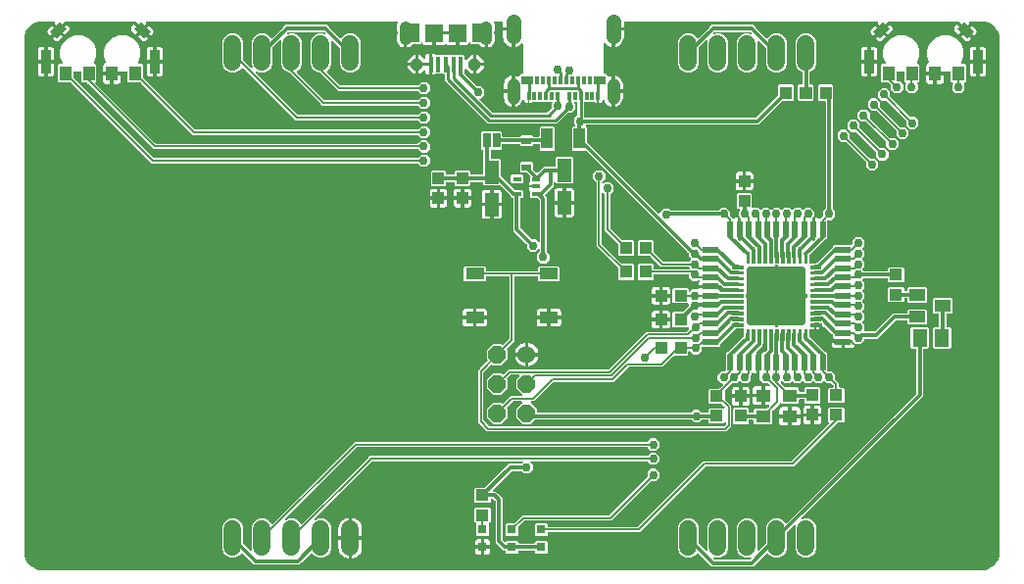
<source format=gbr>
G04 EAGLE Gerber RS-274X export*
G75*
%MOMM*%
%FSLAX34Y34*%
%LPD*%
%INTop Copper*%
%IPPOS*%
%AMOC8*
5,1,8,0,0,1.08239X$1,22.5*%
G01*
%ADD10R,1.473200X0.508000*%
%ADD11R,0.508000X1.473200*%
%ADD12C,0.508000*%
%ADD13C,0.075000*%
%ADD14R,0.750000X0.400000*%
%ADD15R,1.000000X1.800000*%
%ADD16R,0.830000X0.630000*%
%ADD17R,0.635000X1.270000*%
%ADD18R,1.300000X1.100000*%
%ADD19R,1.000000X1.100000*%
%ADD20R,0.400000X1.350000*%
%ADD21P,1.145169X8X202.500000*%
%ADD22C,1.008000*%
%ADD23R,1.500000X1.550000*%
%ADD24R,0.300000X0.700000*%
%ADD25R,1.000000X0.700000*%
%ADD26C,1.108000*%
%ADD27C,1.300000*%
%ADD28R,1.200000X2.000000*%
%ADD29R,1.100000X1.000000*%
%ADD30R,0.800000X0.800000*%
%ADD31R,1.000000X1.300000*%
%ADD32R,0.900000X2.000000*%
%ADD33R,1.200000X0.800000*%
%ADD34C,1.524000*%
%ADD35R,1.600000X1.000000*%
%ADD36C,1.524000*%
%ADD37P,1.649562X8X292.500000*%
%ADD38R,1.400000X1.000000*%
%ADD39R,1.300000X1.500000*%
%ADD40C,0.299719*%
%ADD41C,0.756400*%
%ADD42C,0.254000*%
%ADD43C,0.304800*%
%ADD44C,0.152400*%

G36*
X838218Y10545D02*
X838218Y10545D01*
X838250Y10543D01*
X840090Y10664D01*
X840113Y10669D01*
X840237Y10688D01*
X843792Y11641D01*
X843806Y11647D01*
X843822Y11649D01*
X843975Y11717D01*
X847162Y13557D01*
X847175Y13567D01*
X847189Y13573D01*
X847320Y13678D01*
X849922Y16280D01*
X849931Y16293D01*
X849944Y16303D01*
X850043Y16438D01*
X851883Y19625D01*
X851889Y19639D01*
X851898Y19652D01*
X851959Y19808D01*
X852912Y23363D01*
X852914Y23387D01*
X852936Y23510D01*
X853057Y25350D01*
X853055Y25369D01*
X853058Y25400D01*
X853058Y469900D01*
X853055Y469918D01*
X853057Y469950D01*
X852936Y471790D01*
X852931Y471813D01*
X852912Y471937D01*
X851959Y475492D01*
X851953Y475506D01*
X851951Y475522D01*
X851883Y475675D01*
X850043Y478862D01*
X850033Y478875D01*
X850027Y478889D01*
X849922Y479020D01*
X847320Y481622D01*
X847307Y481631D01*
X847297Y481644D01*
X847162Y481743D01*
X843975Y483583D01*
X843961Y483589D01*
X843948Y483598D01*
X843792Y483659D01*
X840237Y484612D01*
X840213Y484614D01*
X840090Y484636D01*
X838250Y484757D01*
X838231Y484755D01*
X838200Y484758D01*
X827192Y484758D01*
X827121Y484747D01*
X827050Y484745D01*
X827001Y484727D01*
X826949Y484719D01*
X826886Y484685D01*
X826819Y484660D01*
X826778Y484628D01*
X826732Y484603D01*
X826683Y484552D01*
X826627Y484507D01*
X826598Y484463D01*
X826563Y484425D01*
X826532Y484360D01*
X826494Y484300D01*
X826481Y484249D01*
X826459Y484202D01*
X826451Y484131D01*
X826433Y484061D01*
X826438Y484009D01*
X826432Y483958D01*
X826447Y483887D01*
X826453Y483816D01*
X826473Y483768D01*
X826484Y483717D01*
X826521Y483656D01*
X826549Y483590D01*
X826594Y483534D01*
X826610Y483506D01*
X826628Y483491D01*
X826654Y483459D01*
X827148Y482965D01*
X823600Y479417D01*
X818481Y484535D01*
X818407Y484588D01*
X818338Y484648D01*
X818308Y484660D01*
X818281Y484679D01*
X818194Y484706D01*
X818110Y484740D01*
X818069Y484744D01*
X818046Y484751D01*
X818014Y484750D01*
X817943Y484758D01*
X756857Y484758D01*
X756767Y484744D01*
X756676Y484736D01*
X756646Y484724D01*
X756614Y484719D01*
X756534Y484676D01*
X756450Y484640D01*
X756418Y484614D01*
X756397Y484603D01*
X756375Y484580D01*
X756319Y484535D01*
X751200Y479417D01*
X747652Y482965D01*
X748146Y483459D01*
X748188Y483517D01*
X748237Y483569D01*
X748259Y483616D01*
X748290Y483658D01*
X748311Y483727D01*
X748341Y483792D01*
X748347Y483844D01*
X748362Y483894D01*
X748360Y483965D01*
X748368Y484036D01*
X748357Y484087D01*
X748356Y484139D01*
X748331Y484207D01*
X748316Y484277D01*
X748289Y484322D01*
X748271Y484370D01*
X748226Y484426D01*
X748190Y484488D01*
X748150Y484522D01*
X748118Y484562D01*
X748057Y484601D01*
X748003Y484648D01*
X747954Y484667D01*
X747911Y484695D01*
X747841Y484713D01*
X747775Y484740D01*
X747703Y484748D01*
X747672Y484756D01*
X747649Y484754D01*
X747608Y484758D01*
X529252Y484758D01*
X529232Y484755D01*
X529213Y484757D01*
X529111Y484735D01*
X529009Y484719D01*
X528992Y484709D01*
X528972Y484705D01*
X528883Y484652D01*
X528792Y484603D01*
X528778Y484589D01*
X528761Y484579D01*
X528694Y484500D01*
X528622Y484425D01*
X528614Y484407D01*
X528601Y484392D01*
X528562Y484296D01*
X528519Y484202D01*
X528517Y484182D01*
X528509Y484164D01*
X528491Y483997D01*
X528491Y479493D01*
X520188Y479493D01*
X520169Y479490D01*
X520149Y479492D01*
X520047Y479470D01*
X519945Y479453D01*
X519928Y479444D01*
X519908Y479440D01*
X519819Y479387D01*
X519728Y479338D01*
X519714Y479324D01*
X519697Y479314D01*
X519630Y479235D01*
X519559Y479160D01*
X519550Y479142D01*
X519537Y479127D01*
X519499Y479030D01*
X519455Y478937D01*
X519453Y478917D01*
X519445Y478898D01*
X519427Y478732D01*
X519427Y478017D01*
X518712Y478017D01*
X518692Y478014D01*
X518672Y478016D01*
X518571Y477994D01*
X518469Y477977D01*
X518452Y477968D01*
X518432Y477964D01*
X518343Y477910D01*
X518252Y477862D01*
X518238Y477848D01*
X518221Y477837D01*
X518154Y477759D01*
X518082Y477684D01*
X518074Y477666D01*
X518061Y477650D01*
X518022Y477554D01*
X517979Y477461D01*
X517977Y477441D01*
X517969Y477422D01*
X517951Y477256D01*
X517951Y462574D01*
X516813Y462800D01*
X515168Y463482D01*
X513687Y464471D01*
X512558Y465600D01*
X512500Y465642D01*
X512448Y465691D01*
X512401Y465713D01*
X512359Y465743D01*
X512290Y465765D01*
X512225Y465795D01*
X512173Y465800D01*
X512123Y465816D01*
X512052Y465814D01*
X511981Y465822D01*
X511930Y465811D01*
X511878Y465809D01*
X511810Y465785D01*
X511740Y465770D01*
X511696Y465743D01*
X511647Y465725D01*
X511591Y465680D01*
X511529Y465643D01*
X511495Y465604D01*
X511455Y465571D01*
X511416Y465511D01*
X511369Y465457D01*
X511350Y465408D01*
X511322Y465364D01*
X511304Y465295D01*
X511277Y465228D01*
X511269Y465157D01*
X511261Y465126D01*
X511263Y465103D01*
X511259Y465062D01*
X511259Y440096D01*
X511262Y440076D01*
X511260Y440056D01*
X511282Y439955D01*
X511299Y439853D01*
X511308Y439835D01*
X511312Y439816D01*
X511365Y439727D01*
X511414Y439636D01*
X511428Y439622D01*
X511438Y439605D01*
X511517Y439537D01*
X511592Y439466D01*
X511610Y439458D01*
X511625Y439445D01*
X511721Y439406D01*
X511815Y439363D01*
X511835Y439360D01*
X511853Y439353D01*
X512020Y439334D01*
X512584Y439334D01*
X513231Y439161D01*
X513810Y438827D01*
X514283Y438354D01*
X514618Y437774D01*
X514657Y437627D01*
X514686Y437563D01*
X514705Y437496D01*
X514736Y437452D01*
X514758Y437402D01*
X514806Y437351D01*
X514846Y437294D01*
X514889Y437262D01*
X514926Y437222D01*
X514987Y437189D01*
X515043Y437147D01*
X515094Y437131D01*
X515142Y437105D01*
X515211Y437093D01*
X515277Y437071D01*
X515331Y437072D01*
X515384Y437062D01*
X515453Y437073D01*
X515523Y437074D01*
X515595Y437095D01*
X515627Y437099D01*
X515647Y437110D01*
X515684Y437120D01*
X517093Y437704D01*
X517951Y437875D01*
X517951Y425132D01*
X517954Y425112D01*
X517952Y425092D01*
X517974Y424991D01*
X517990Y424889D01*
X518000Y424872D01*
X518004Y424852D01*
X518057Y424763D01*
X518106Y424672D01*
X518120Y424658D01*
X518130Y424641D01*
X518209Y424574D01*
X518284Y424502D01*
X518302Y424494D01*
X518317Y424481D01*
X518413Y424442D01*
X518507Y424399D01*
X518527Y424397D01*
X518545Y424389D01*
X518469Y424377D01*
X518452Y424368D01*
X518432Y424364D01*
X518343Y424310D01*
X518252Y424262D01*
X518238Y424248D01*
X518221Y424237D01*
X518154Y424159D01*
X518082Y424084D01*
X518074Y424066D01*
X518061Y424050D01*
X518022Y423954D01*
X517979Y423861D01*
X517977Y423841D01*
X517969Y423822D01*
X517951Y423656D01*
X517951Y410913D01*
X517093Y411084D01*
X515622Y411693D01*
X514299Y412577D01*
X513173Y413702D01*
X512289Y415026D01*
X511701Y416446D01*
X511638Y416548D01*
X511574Y416652D01*
X511572Y416654D01*
X511571Y416655D01*
X511478Y416732D01*
X511385Y416810D01*
X511383Y416811D01*
X511382Y416812D01*
X511270Y416855D01*
X511156Y416900D01*
X511154Y416900D01*
X511152Y416900D01*
X511030Y416906D01*
X510910Y416911D01*
X510908Y416911D01*
X510906Y416911D01*
X510790Y416877D01*
X510674Y416844D01*
X510672Y416843D01*
X510670Y416842D01*
X510571Y416774D01*
X510471Y416705D01*
X510470Y416703D01*
X510468Y416702D01*
X510395Y416604D01*
X510323Y416508D01*
X510322Y416506D01*
X510321Y416505D01*
X510319Y416497D01*
X510262Y416352D01*
X510118Y415813D01*
X509783Y415234D01*
X509310Y414761D01*
X508731Y414426D01*
X508084Y414253D01*
X507011Y414253D01*
X507011Y420293D01*
X507008Y420313D01*
X507010Y420333D01*
X506988Y420434D01*
X506972Y420536D01*
X506962Y420554D01*
X506958Y420573D01*
X506905Y420662D01*
X506857Y420754D01*
X506842Y420767D01*
X506832Y420784D01*
X506753Y420852D01*
X506678Y420923D01*
X506660Y420931D01*
X506645Y420944D01*
X506549Y420983D01*
X506455Y421027D01*
X506435Y421029D01*
X506417Y421036D01*
X506250Y421055D01*
X506230Y421051D01*
X506211Y421054D01*
X506210Y421054D01*
X506109Y421032D01*
X506007Y421015D01*
X505990Y421006D01*
X505970Y421001D01*
X505881Y420948D01*
X505790Y420900D01*
X505776Y420885D01*
X505759Y420875D01*
X505692Y420796D01*
X505620Y420721D01*
X505612Y420703D01*
X505599Y420688D01*
X505560Y420592D01*
X505517Y420498D01*
X505515Y420479D01*
X505507Y420460D01*
X505489Y420293D01*
X505489Y414253D01*
X504416Y414253D01*
X503769Y414426D01*
X503190Y414761D01*
X502905Y415046D01*
X502831Y415099D01*
X502761Y415159D01*
X502731Y415171D01*
X502705Y415190D01*
X502618Y415216D01*
X502533Y415251D01*
X502492Y415255D01*
X502470Y415262D01*
X502438Y415261D01*
X502366Y415269D01*
X499014Y415269D01*
X498952Y415285D01*
X498854Y415315D01*
X498834Y415315D01*
X498814Y415319D01*
X498711Y415311D01*
X498608Y415309D01*
X498589Y415302D01*
X498569Y415300D01*
X498496Y415269D01*
X494867Y415269D01*
X494847Y415266D01*
X494827Y415268D01*
X494726Y415246D01*
X494624Y415229D01*
X494606Y415220D01*
X494587Y415216D01*
X494498Y415163D01*
X494406Y415114D01*
X494393Y415100D01*
X494376Y415090D01*
X494308Y415011D01*
X494237Y414936D01*
X494229Y414918D01*
X494216Y414903D01*
X494177Y414806D01*
X494133Y414713D01*
X494131Y414693D01*
X494124Y414674D01*
X494105Y414508D01*
X494105Y402674D01*
X494120Y402583D01*
X494127Y402493D01*
X494140Y402463D01*
X494145Y402431D01*
X494188Y402350D01*
X494223Y402266D01*
X494249Y402234D01*
X494260Y402213D01*
X494284Y402191D01*
X494328Y402135D01*
X494750Y401714D01*
X494824Y401660D01*
X494893Y401601D01*
X494924Y401589D01*
X494950Y401570D01*
X495037Y401543D01*
X495122Y401509D01*
X495163Y401505D01*
X495185Y401498D01*
X495217Y401498D01*
X495288Y401491D01*
X642364Y401491D01*
X642454Y401505D01*
X642545Y401512D01*
X642574Y401525D01*
X642606Y401530D01*
X642687Y401573D01*
X642771Y401609D01*
X642803Y401634D01*
X642824Y401645D01*
X642846Y401669D01*
X642902Y401714D01*
X661821Y420633D01*
X661874Y420707D01*
X661934Y420776D01*
X661946Y420806D01*
X661965Y420832D01*
X661991Y420919D01*
X662026Y421004D01*
X662030Y421045D01*
X662037Y421067D01*
X662036Y421100D01*
X662044Y421171D01*
X662044Y429200D01*
X662937Y430093D01*
X674200Y430093D01*
X675093Y429200D01*
X675093Y416937D01*
X674200Y416044D01*
X666171Y416044D01*
X666081Y416029D01*
X665990Y416022D01*
X665960Y416010D01*
X665928Y416004D01*
X665847Y415962D01*
X665764Y415926D01*
X665731Y415900D01*
X665711Y415889D01*
X665689Y415866D01*
X665633Y415821D01*
X645205Y395393D01*
X496232Y395393D01*
X496162Y395382D01*
X496090Y395380D01*
X496041Y395362D01*
X495989Y395353D01*
X495926Y395320D01*
X495859Y395295D01*
X495818Y395263D01*
X495772Y395238D01*
X495723Y395186D01*
X495667Y395142D01*
X495639Y395098D01*
X495603Y395060D01*
X495573Y394995D01*
X495534Y394935D01*
X495521Y394884D01*
X495499Y394837D01*
X495491Y394766D01*
X495474Y394696D01*
X495478Y394644D01*
X495472Y394592D01*
X495487Y394522D01*
X495493Y394451D01*
X495513Y394403D01*
X495524Y394352D01*
X495561Y394290D01*
X495589Y394225D01*
X495634Y394169D01*
X495650Y394141D01*
X495668Y394126D01*
X495694Y394094D01*
X496775Y393013D01*
X496775Y381039D01*
X496789Y380949D01*
X496797Y380858D01*
X496809Y380829D01*
X496814Y380797D01*
X496857Y380716D01*
X496893Y380632D01*
X496919Y380600D01*
X496930Y380579D01*
X496953Y380557D01*
X496998Y380501D01*
X558553Y318946D01*
X558611Y318904D01*
X558663Y318855D01*
X558710Y318833D01*
X558753Y318802D01*
X558821Y318781D01*
X558886Y318751D01*
X558938Y318745D01*
X558988Y318730D01*
X559059Y318732D01*
X559131Y318724D01*
X559181Y318735D01*
X559234Y318736D01*
X559301Y318761D01*
X559371Y318776D01*
X559416Y318803D01*
X559465Y318821D01*
X559521Y318866D01*
X559582Y318902D01*
X559616Y318942D01*
X559657Y318974D01*
X559695Y319035D01*
X559742Y319089D01*
X559761Y319138D01*
X559790Y319181D01*
X559807Y319251D01*
X559834Y319317D01*
X559842Y319389D01*
X559850Y319420D01*
X559848Y319443D01*
X559852Y319484D01*
X559852Y319885D01*
X562961Y322994D01*
X567357Y322994D01*
X568786Y321565D01*
X568860Y321512D01*
X568929Y321453D01*
X568959Y321441D01*
X568985Y321422D01*
X569072Y321395D01*
X569157Y321361D01*
X569198Y321356D01*
X569220Y321350D01*
X569253Y321350D01*
X569324Y321342D01*
X610189Y321342D01*
X610279Y321357D01*
X610370Y321364D01*
X610399Y321377D01*
X610431Y321382D01*
X610512Y321425D01*
X610596Y321461D01*
X610628Y321486D01*
X610649Y321497D01*
X610671Y321521D01*
X610727Y321565D01*
X612762Y323600D01*
X617158Y323600D01*
X620267Y320492D01*
X620267Y317043D01*
X620281Y316953D01*
X620289Y316862D01*
X620301Y316832D01*
X620306Y316800D01*
X620349Y316719D01*
X620385Y316635D01*
X620411Y316603D01*
X620422Y316583D01*
X620445Y316560D01*
X620490Y316504D01*
X622205Y314789D01*
X622205Y314706D01*
X622209Y314686D01*
X622207Y314667D01*
X622229Y314565D01*
X622245Y314463D01*
X622255Y314446D01*
X622259Y314426D01*
X622312Y314337D01*
X622360Y314246D01*
X622375Y314232D01*
X622385Y314215D01*
X622464Y314148D01*
X622539Y314076D01*
X622557Y314068D01*
X622572Y314055D01*
X622668Y314016D01*
X622762Y313973D01*
X622781Y313971D01*
X622800Y313963D01*
X622967Y313945D01*
X623472Y313945D01*
X623562Y313959D01*
X623653Y313967D01*
X623683Y313979D01*
X623715Y313984D01*
X623796Y314027D01*
X623880Y314063D01*
X623912Y314089D01*
X623932Y314100D01*
X623955Y314123D01*
X624011Y314168D01*
X624296Y314453D01*
X624875Y314788D01*
X625522Y314961D01*
X627126Y314961D01*
X627127Y314961D01*
X627127Y314960D01*
X627127Y305562D01*
X627130Y305543D01*
X627128Y305523D01*
X627150Y305421D01*
X627166Y305319D01*
X627176Y305302D01*
X627180Y305282D01*
X627233Y305193D01*
X627282Y305102D01*
X627296Y305088D01*
X627306Y305071D01*
X627331Y305050D01*
X627330Y305049D01*
X627258Y304974D01*
X627250Y304956D01*
X627237Y304941D01*
X627198Y304844D01*
X627155Y304751D01*
X627153Y304731D01*
X627145Y304713D01*
X627127Y304546D01*
X627127Y296396D01*
X627141Y296306D01*
X627149Y296215D01*
X627161Y296185D01*
X627166Y296153D01*
X627209Y296072D01*
X627245Y295988D01*
X627271Y295956D01*
X627282Y295935D01*
X627305Y295913D01*
X627350Y295857D01*
X628366Y294841D01*
X628424Y294799D01*
X628476Y294750D01*
X628523Y294728D01*
X628565Y294698D01*
X628634Y294677D01*
X628699Y294646D01*
X628751Y294641D01*
X628801Y294625D01*
X628872Y294627D01*
X628943Y294619D01*
X628994Y294630D01*
X629046Y294632D01*
X629114Y294656D01*
X629184Y294671D01*
X629229Y294698D01*
X629277Y294716D01*
X629333Y294761D01*
X629395Y294798D01*
X629429Y294837D01*
X629469Y294870D01*
X629508Y294930D01*
X629555Y294985D01*
X629574Y295033D01*
X629602Y295077D01*
X629620Y295146D01*
X629647Y295213D01*
X629655Y295284D01*
X629663Y295315D01*
X629661Y295338D01*
X629665Y295379D01*
X629665Y304546D01*
X629662Y304565D01*
X629664Y304585D01*
X629642Y304687D01*
X629626Y304789D01*
X629616Y304806D01*
X629612Y304826D01*
X629559Y304915D01*
X629510Y305006D01*
X629496Y305020D01*
X629486Y305037D01*
X629461Y305058D01*
X629462Y305059D01*
X629534Y305134D01*
X629542Y305152D01*
X629555Y305167D01*
X629594Y305264D01*
X629637Y305357D01*
X629639Y305377D01*
X629647Y305395D01*
X629665Y305562D01*
X629665Y313944D01*
X629651Y314034D01*
X629643Y314125D01*
X629631Y314155D01*
X629626Y314187D01*
X629583Y314267D01*
X629547Y314352D01*
X629521Y314384D01*
X629510Y314404D01*
X629487Y314427D01*
X629442Y314483D01*
X628426Y315499D01*
X628368Y315540D01*
X628316Y315590D01*
X628269Y315612D01*
X628227Y315642D01*
X628158Y315663D01*
X628093Y315694D01*
X628041Y315699D01*
X627991Y315715D01*
X627920Y315713D01*
X627882Y315717D01*
X627887Y315761D01*
X627871Y315832D01*
X627866Y315903D01*
X627845Y315951D01*
X627834Y316002D01*
X627829Y316010D01*
X627829Y320492D01*
X628651Y321313D01*
X628692Y321371D01*
X628742Y321423D01*
X628764Y321471D01*
X628794Y321513D01*
X628815Y321581D01*
X628845Y321647D01*
X628851Y321698D01*
X628867Y321748D01*
X628865Y321820D01*
X628873Y321891D01*
X628862Y321942D01*
X628860Y321994D01*
X628836Y322061D01*
X628820Y322131D01*
X628794Y322176D01*
X628776Y322225D01*
X628731Y322281D01*
X628694Y322342D01*
X628655Y322376D01*
X628622Y322417D01*
X628562Y322456D01*
X628507Y322502D01*
X628459Y322522D01*
X628415Y322550D01*
X628346Y322567D01*
X628279Y322594D01*
X628208Y322602D01*
X628177Y322610D01*
X628153Y322608D01*
X628112Y322613D01*
X626987Y322613D01*
X626094Y323506D01*
X626094Y335769D01*
X626987Y336662D01*
X638250Y336662D01*
X639143Y335769D01*
X639143Y324362D01*
X639147Y324342D01*
X639145Y324322D01*
X639167Y324221D01*
X639183Y324119D01*
X639193Y324101D01*
X639197Y324082D01*
X639250Y323993D01*
X639298Y323902D01*
X639313Y323888D01*
X639323Y323871D01*
X639402Y323803D01*
X639477Y323732D01*
X639495Y323724D01*
X639510Y323711D01*
X639606Y323672D01*
X639700Y323629D01*
X639719Y323626D01*
X639738Y323619D01*
X639905Y323600D01*
X644422Y323600D01*
X646230Y321793D01*
X646246Y321781D01*
X646258Y321766D01*
X646346Y321710D01*
X646429Y321649D01*
X646448Y321644D01*
X646465Y321633D01*
X646566Y321607D01*
X646665Y321577D01*
X646684Y321578D01*
X646704Y321573D01*
X646807Y321581D01*
X646910Y321583D01*
X646929Y321590D01*
X646949Y321592D01*
X647044Y321632D01*
X647141Y321668D01*
X647157Y321680D01*
X647175Y321688D01*
X647306Y321793D01*
X649114Y323600D01*
X653510Y323600D01*
X655318Y321793D01*
X655334Y321781D01*
X655346Y321766D01*
X655434Y321710D01*
X655517Y321649D01*
X655536Y321644D01*
X655553Y321633D01*
X655654Y321607D01*
X655753Y321577D01*
X655772Y321578D01*
X655792Y321573D01*
X655895Y321581D01*
X655998Y321583D01*
X656017Y321590D01*
X656037Y321592D01*
X656132Y321632D01*
X656229Y321668D01*
X656245Y321680D01*
X656263Y321688D01*
X656394Y321793D01*
X658202Y323600D01*
X662598Y323600D01*
X664406Y321793D01*
X664422Y321781D01*
X664434Y321766D01*
X664522Y321710D01*
X664605Y321649D01*
X664624Y321644D01*
X664641Y321633D01*
X664742Y321607D01*
X664841Y321577D01*
X664860Y321578D01*
X664880Y321573D01*
X664983Y321581D01*
X665086Y321583D01*
X665105Y321590D01*
X665125Y321592D01*
X665220Y321632D01*
X665317Y321668D01*
X665333Y321680D01*
X665351Y321688D01*
X665482Y321793D01*
X667290Y323600D01*
X671686Y323600D01*
X673494Y321793D01*
X673510Y321781D01*
X673522Y321766D01*
X673610Y321710D01*
X673693Y321649D01*
X673712Y321644D01*
X673729Y321633D01*
X673830Y321607D01*
X673929Y321577D01*
X673948Y321578D01*
X673968Y321573D01*
X674071Y321581D01*
X674174Y321583D01*
X674193Y321590D01*
X674213Y321592D01*
X674308Y321632D01*
X674405Y321668D01*
X674421Y321680D01*
X674439Y321688D01*
X674570Y321793D01*
X676378Y323600D01*
X680774Y323600D01*
X682582Y321793D01*
X682598Y321781D01*
X682610Y321766D01*
X682698Y321710D01*
X682781Y321649D01*
X682800Y321644D01*
X682817Y321633D01*
X682918Y321607D01*
X683017Y321577D01*
X683036Y321578D01*
X683056Y321573D01*
X683159Y321581D01*
X683262Y321583D01*
X683281Y321590D01*
X683301Y321592D01*
X683396Y321632D01*
X683493Y321668D01*
X683509Y321680D01*
X683527Y321688D01*
X683658Y321793D01*
X685466Y323600D01*
X689862Y323600D01*
X692971Y320492D01*
X692971Y315992D01*
X692940Y315927D01*
X692935Y315875D01*
X692919Y315826D01*
X692921Y315754D01*
X692917Y315716D01*
X692873Y315721D01*
X692802Y315705D01*
X692731Y315700D01*
X692683Y315679D01*
X692632Y315668D01*
X692571Y315632D01*
X692505Y315603D01*
X692449Y315559D01*
X692421Y315542D01*
X692406Y315524D01*
X692374Y315499D01*
X691358Y314483D01*
X691304Y314409D01*
X691245Y314339D01*
X691233Y314309D01*
X691214Y314283D01*
X691187Y314196D01*
X691153Y314111D01*
X691149Y314070D01*
X691142Y314048D01*
X691143Y314016D01*
X691135Y313944D01*
X691135Y305562D01*
X691138Y305543D01*
X691136Y305523D01*
X691158Y305421D01*
X691174Y305319D01*
X691184Y305302D01*
X691188Y305282D01*
X691241Y305193D01*
X691290Y305102D01*
X691304Y305088D01*
X691314Y305071D01*
X691339Y305050D01*
X691338Y305049D01*
X691266Y304974D01*
X691258Y304956D01*
X691245Y304941D01*
X691206Y304844D01*
X691163Y304751D01*
X691161Y304731D01*
X691153Y304713D01*
X691135Y304546D01*
X691135Y295611D01*
X691146Y295540D01*
X691148Y295468D01*
X691166Y295419D01*
X691174Y295368D01*
X691208Y295305D01*
X691233Y295237D01*
X691265Y295196D01*
X691290Y295151D01*
X691341Y295101D01*
X691386Y295045D01*
X691430Y295017D01*
X691468Y294981D01*
X691533Y294951D01*
X691593Y294912D01*
X691644Y294899D01*
X691691Y294878D01*
X691762Y294870D01*
X691832Y294852D01*
X691884Y294856D01*
X691935Y294850D01*
X692006Y294866D01*
X692077Y294871D01*
X692125Y294892D01*
X692176Y294903D01*
X692237Y294940D01*
X692303Y294968D01*
X692359Y295012D01*
X692387Y295029D01*
X692402Y295047D01*
X692434Y295072D01*
X693450Y296088D01*
X693503Y296162D01*
X693563Y296232D01*
X693575Y296262D01*
X693594Y296288D01*
X693621Y296375D01*
X693655Y296460D01*
X693659Y296501D01*
X693666Y296523D01*
X693665Y296555D01*
X693673Y296627D01*
X693673Y304546D01*
X693670Y304565D01*
X693672Y304585D01*
X693650Y304687D01*
X693634Y304789D01*
X693624Y304806D01*
X693620Y304826D01*
X693567Y304915D01*
X693518Y305006D01*
X693504Y305020D01*
X693494Y305037D01*
X693469Y305058D01*
X693470Y305059D01*
X693542Y305134D01*
X693550Y305152D01*
X693563Y305167D01*
X693602Y305264D01*
X693645Y305357D01*
X693647Y305377D01*
X693655Y305395D01*
X693673Y305562D01*
X693673Y314960D01*
X693673Y314961D01*
X693674Y314961D01*
X695279Y314961D01*
X695925Y314788D01*
X696504Y314453D01*
X696789Y314168D01*
X696863Y314115D01*
X696933Y314055D01*
X696963Y314043D01*
X696989Y314024D01*
X697076Y313997D01*
X697161Y313963D01*
X697202Y313959D01*
X697224Y313952D01*
X697256Y313953D01*
X697328Y313945D01*
X697942Y313945D01*
X698032Y313959D01*
X698123Y313967D01*
X698153Y313979D01*
X698185Y313984D01*
X698265Y314027D01*
X698349Y314063D01*
X698381Y314089D01*
X698402Y314100D01*
X698424Y314123D01*
X698480Y314168D01*
X700310Y315998D01*
X700363Y316072D01*
X700423Y316141D01*
X700435Y316171D01*
X700454Y316198D01*
X700481Y316285D01*
X700515Y316370D01*
X700519Y316410D01*
X700526Y316433D01*
X700525Y316465D01*
X700533Y316536D01*
X700533Y320492D01*
X702568Y322527D01*
X702621Y322601D01*
X702681Y322670D01*
X702693Y322700D01*
X702712Y322727D01*
X702739Y322814D01*
X702773Y322898D01*
X702777Y322939D01*
X702784Y322962D01*
X702783Y322994D01*
X702791Y323065D01*
X702791Y415283D01*
X702788Y415302D01*
X702790Y415322D01*
X702768Y415423D01*
X702752Y415526D01*
X702742Y415543D01*
X702738Y415563D01*
X702685Y415652D01*
X702636Y415743D01*
X702622Y415757D01*
X702612Y415774D01*
X702533Y415841D01*
X702458Y415912D01*
X702440Y415921D01*
X702425Y415934D01*
X702329Y415972D01*
X702235Y416016D01*
X702215Y416018D01*
X702197Y416026D01*
X702030Y416044D01*
X697400Y416044D01*
X696507Y416937D01*
X696507Y429200D01*
X697400Y430093D01*
X708663Y430093D01*
X709556Y429200D01*
X709556Y416937D01*
X709112Y416493D01*
X709058Y416419D01*
X708999Y416350D01*
X708987Y416319D01*
X708968Y416293D01*
X708941Y416206D01*
X708907Y416121D01*
X708903Y416080D01*
X708896Y416058D01*
X708897Y416026D01*
X708889Y415955D01*
X708889Y323065D01*
X708903Y322975D01*
X708911Y322884D01*
X708923Y322854D01*
X708928Y322822D01*
X708971Y322742D01*
X709007Y322658D01*
X709033Y322626D01*
X709044Y322605D01*
X709067Y322583D01*
X709112Y322527D01*
X711147Y320492D01*
X711147Y316096D01*
X708038Y312987D01*
X705104Y312987D01*
X705084Y312984D01*
X705065Y312986D01*
X704963Y312964D01*
X704861Y312947D01*
X704844Y312938D01*
X704824Y312934D01*
X704735Y312881D01*
X704644Y312832D01*
X704630Y312818D01*
X704613Y312808D01*
X704546Y312729D01*
X704474Y312654D01*
X704466Y312636D01*
X704453Y312621D01*
X704414Y312524D01*
X704371Y312431D01*
X704369Y312411D01*
X704361Y312392D01*
X704343Y312226D01*
X704343Y297056D01*
X703450Y296163D01*
X702392Y296163D01*
X702302Y296149D01*
X702211Y296141D01*
X702181Y296129D01*
X702149Y296124D01*
X702068Y296081D01*
X701984Y296045D01*
X701952Y296019D01*
X701932Y296008D01*
X701909Y295985D01*
X701853Y295940D01*
X688648Y282735D01*
X688595Y282661D01*
X688535Y282591D01*
X688523Y282561D01*
X688504Y282535D01*
X688477Y282448D01*
X688443Y282363D01*
X688439Y282322D01*
X688432Y282300D01*
X688433Y282268D01*
X688425Y282196D01*
X688425Y276436D01*
X688428Y276416D01*
X688426Y276397D01*
X688448Y276295D01*
X688464Y276193D01*
X688474Y276176D01*
X688478Y276156D01*
X688531Y276067D01*
X688580Y275976D01*
X688594Y275962D01*
X688604Y275945D01*
X688683Y275878D01*
X688758Y275806D01*
X688776Y275798D01*
X688791Y275785D01*
X688887Y275746D01*
X688981Y275703D01*
X689001Y275701D01*
X689019Y275693D01*
X689186Y275675D01*
X694715Y275675D01*
X694805Y275689D01*
X694896Y275697D01*
X694926Y275709D01*
X694958Y275714D01*
X695038Y275757D01*
X695122Y275793D01*
X695154Y275819D01*
X695175Y275830D01*
X695197Y275853D01*
X695253Y275898D01*
X708690Y289335D01*
X708743Y289409D01*
X708803Y289478D01*
X708815Y289508D01*
X708834Y289534D01*
X708861Y289621D01*
X708895Y289706D01*
X708899Y289747D01*
X708906Y289770D01*
X708905Y289802D01*
X708913Y289873D01*
X708913Y290700D01*
X709806Y291593D01*
X724976Y291593D01*
X724995Y291596D01*
X725015Y291594D01*
X725116Y291616D01*
X725219Y291632D01*
X725236Y291642D01*
X725256Y291646D01*
X725345Y291699D01*
X725436Y291748D01*
X725450Y291762D01*
X725467Y291772D01*
X725534Y291851D01*
X725605Y291926D01*
X725614Y291944D01*
X725627Y291959D01*
X725665Y292055D01*
X725709Y292149D01*
X725711Y292169D01*
X725719Y292187D01*
X725737Y292354D01*
X725737Y295288D01*
X728846Y298397D01*
X733242Y298397D01*
X736350Y295288D01*
X736350Y290892D01*
X734543Y289084D01*
X734531Y289068D01*
X734516Y289056D01*
X734460Y288968D01*
X734399Y288885D01*
X734394Y288866D01*
X734383Y288849D01*
X734357Y288748D01*
X734327Y288649D01*
X734328Y288630D01*
X734323Y288610D01*
X734331Y288507D01*
X734333Y288404D01*
X734340Y288385D01*
X734342Y288365D01*
X734382Y288270D01*
X734418Y288173D01*
X734430Y288157D01*
X734438Y288139D01*
X734543Y288008D01*
X736350Y286200D01*
X736350Y281804D01*
X734543Y279996D01*
X734531Y279980D01*
X734516Y279968D01*
X734460Y279880D01*
X734399Y279797D01*
X734394Y279778D01*
X734383Y279761D01*
X734357Y279660D01*
X734327Y279561D01*
X734328Y279542D01*
X734323Y279522D01*
X734331Y279419D01*
X734333Y279316D01*
X734340Y279297D01*
X734342Y279277D01*
X734382Y279182D01*
X734418Y279085D01*
X734430Y279069D01*
X734438Y279051D01*
X734543Y278920D01*
X736350Y277112D01*
X736350Y272716D01*
X734543Y270908D01*
X734531Y270892D01*
X734516Y270880D01*
X734460Y270792D01*
X734399Y270709D01*
X734394Y270690D01*
X734383Y270673D01*
X734357Y270572D01*
X734327Y270473D01*
X734328Y270454D01*
X734323Y270434D01*
X734331Y270331D01*
X734333Y270228D01*
X734340Y270209D01*
X734342Y270189D01*
X734382Y270094D01*
X734418Y269997D01*
X734430Y269981D01*
X734438Y269963D01*
X734543Y269832D01*
X735277Y269098D01*
X735351Y269045D01*
X735420Y268985D01*
X735450Y268973D01*
X735477Y268954D01*
X735564Y268927D01*
X735648Y268893D01*
X735689Y268889D01*
X735712Y268882D01*
X735744Y268883D01*
X735815Y268875D01*
X755802Y268875D01*
X755821Y268878D01*
X755841Y268876D01*
X755942Y268898D01*
X756044Y268914D01*
X756062Y268924D01*
X756081Y268928D01*
X756170Y268981D01*
X756262Y269030D01*
X756275Y269044D01*
X756292Y269054D01*
X756360Y269133D01*
X756431Y269208D01*
X756439Y269226D01*
X756452Y269241D01*
X756491Y269337D01*
X756535Y269431D01*
X756537Y269451D01*
X756544Y269469D01*
X756563Y269636D01*
X756563Y271307D01*
X757456Y272200D01*
X769719Y272200D01*
X770612Y271307D01*
X770612Y260043D01*
X769719Y259150D01*
X757456Y259150D01*
X756563Y260043D01*
X756563Y262016D01*
X756560Y262036D01*
X756562Y262055D01*
X756540Y262157D01*
X756523Y262259D01*
X756514Y262276D01*
X756509Y262296D01*
X756456Y262385D01*
X756408Y262476D01*
X756394Y262490D01*
X756383Y262507D01*
X756305Y262574D01*
X756230Y262646D01*
X756212Y262654D01*
X756196Y262667D01*
X756100Y262706D01*
X756007Y262749D01*
X755987Y262751D01*
X755968Y262759D01*
X755802Y262777D01*
X735815Y262777D01*
X735725Y262763D01*
X735634Y262755D01*
X735604Y262743D01*
X735572Y262738D01*
X735492Y262695D01*
X735408Y262659D01*
X735376Y262633D01*
X735355Y262622D01*
X735333Y262599D01*
X735277Y262554D01*
X734543Y261820D01*
X734531Y261804D01*
X734516Y261792D01*
X734460Y261704D01*
X734399Y261621D01*
X734394Y261602D01*
X734383Y261585D01*
X734357Y261484D01*
X734327Y261385D01*
X734328Y261366D01*
X734323Y261346D01*
X734331Y261243D01*
X734333Y261140D01*
X734340Y261121D01*
X734342Y261101D01*
X734382Y261006D01*
X734418Y260909D01*
X734430Y260893D01*
X734438Y260875D01*
X734543Y260744D01*
X736350Y258936D01*
X736350Y254540D01*
X734543Y252732D01*
X734531Y252716D01*
X734516Y252704D01*
X734460Y252616D01*
X734399Y252533D01*
X734394Y252514D01*
X734383Y252497D01*
X734357Y252396D01*
X734327Y252297D01*
X734328Y252278D01*
X734323Y252258D01*
X734331Y252155D01*
X734333Y252052D01*
X734340Y252033D01*
X734342Y252013D01*
X734382Y251918D01*
X734418Y251821D01*
X734430Y251805D01*
X734438Y251787D01*
X734543Y251656D01*
X736350Y249848D01*
X736350Y245452D01*
X734543Y243644D01*
X734531Y243628D01*
X734516Y243616D01*
X734460Y243528D01*
X734399Y243445D01*
X734394Y243426D01*
X734383Y243409D01*
X734357Y243308D01*
X734327Y243209D01*
X734328Y243190D01*
X734323Y243170D01*
X734331Y243067D01*
X734333Y242964D01*
X734340Y242945D01*
X734342Y242925D01*
X734382Y242830D01*
X734418Y242733D01*
X734430Y242717D01*
X734438Y242699D01*
X734543Y242568D01*
X736350Y240760D01*
X736350Y236364D01*
X734543Y234556D01*
X734531Y234540D01*
X734516Y234528D01*
X734460Y234440D01*
X734399Y234357D01*
X734394Y234338D01*
X734383Y234321D01*
X734357Y234220D01*
X734327Y234121D01*
X734328Y234102D01*
X734323Y234082D01*
X734331Y233979D01*
X734333Y233876D01*
X734340Y233857D01*
X734342Y233837D01*
X734382Y233742D01*
X734418Y233645D01*
X734430Y233629D01*
X734438Y233611D01*
X734543Y233480D01*
X736350Y231672D01*
X736350Y227276D01*
X734543Y225468D01*
X734531Y225452D01*
X734516Y225440D01*
X734460Y225352D01*
X734399Y225269D01*
X734394Y225250D01*
X734383Y225233D01*
X734357Y225132D01*
X734327Y225033D01*
X734328Y225014D01*
X734323Y224994D01*
X734331Y224891D01*
X734333Y224788D01*
X734340Y224769D01*
X734342Y224749D01*
X734382Y224654D01*
X734418Y224557D01*
X734430Y224541D01*
X734438Y224523D01*
X734543Y224392D01*
X736350Y222584D01*
X736350Y218188D01*
X736067Y217904D01*
X736025Y217846D01*
X735976Y217794D01*
X735954Y217747D01*
X735923Y217705D01*
X735902Y217636D01*
X735872Y217571D01*
X735866Y217519D01*
X735851Y217469D01*
X735853Y217398D01*
X735845Y217327D01*
X735856Y217276D01*
X735857Y217224D01*
X735882Y217156D01*
X735897Y217086D01*
X735924Y217041D01*
X735942Y216993D01*
X735987Y216937D01*
X736023Y216875D01*
X736063Y216841D01*
X736095Y216801D01*
X736156Y216762D01*
X736210Y216715D01*
X736259Y216696D01*
X736302Y216668D01*
X736372Y216650D01*
X736438Y216623D01*
X736510Y216615D01*
X736541Y216607D01*
X736564Y216609D01*
X736605Y216605D01*
X744876Y216605D01*
X744966Y216619D01*
X745057Y216627D01*
X745087Y216639D01*
X745119Y216644D01*
X745199Y216687D01*
X745283Y216723D01*
X745315Y216749D01*
X745336Y216760D01*
X745358Y216783D01*
X745414Y216828D01*
X761054Y232467D01*
X772670Y232467D01*
X772690Y232471D01*
X772710Y232469D01*
X772811Y232491D01*
X772913Y232507D01*
X772931Y232517D01*
X772950Y232521D01*
X773039Y232574D01*
X773130Y232622D01*
X773144Y232637D01*
X773161Y232647D01*
X773229Y232726D01*
X773300Y232801D01*
X773308Y232819D01*
X773321Y232834D01*
X773360Y232930D01*
X773403Y233024D01*
X773406Y233043D01*
X773413Y233062D01*
X773432Y233229D01*
X773432Y235050D01*
X774325Y235943D01*
X789588Y235943D01*
X790481Y235050D01*
X790481Y223787D01*
X789588Y222894D01*
X774325Y222894D01*
X773432Y223787D01*
X773432Y225609D01*
X773428Y225628D01*
X773430Y225648D01*
X773408Y225749D01*
X773392Y225852D01*
X773382Y225869D01*
X773378Y225889D01*
X773325Y225978D01*
X773277Y226069D01*
X773262Y226083D01*
X773252Y226100D01*
X773173Y226167D01*
X773098Y226238D01*
X773080Y226247D01*
X773065Y226260D01*
X772969Y226298D01*
X772875Y226342D01*
X772856Y226344D01*
X772837Y226352D01*
X772670Y226370D01*
X763895Y226370D01*
X763805Y226355D01*
X763714Y226348D01*
X763684Y226336D01*
X763652Y226330D01*
X763571Y226288D01*
X763488Y226252D01*
X763455Y226226D01*
X763435Y226215D01*
X763413Y226192D01*
X763357Y226147D01*
X747717Y210507D01*
X737112Y210507D01*
X737092Y210504D01*
X737072Y210506D01*
X736971Y210484D01*
X736869Y210468D01*
X736851Y210458D01*
X736832Y210454D01*
X736743Y210401D01*
X736652Y210352D01*
X736638Y210338D01*
X736621Y210328D01*
X736553Y210249D01*
X736482Y210174D01*
X736474Y210156D01*
X736461Y210141D01*
X736422Y210045D01*
X736379Y209951D01*
X736376Y209931D01*
X736369Y209913D01*
X736350Y209746D01*
X736350Y209100D01*
X733242Y205991D01*
X728742Y205991D01*
X728677Y206021D01*
X728625Y206027D01*
X728575Y206043D01*
X728504Y206041D01*
X728432Y206049D01*
X728382Y206038D01*
X728330Y206036D01*
X728262Y206012D01*
X728192Y205996D01*
X728147Y205970D01*
X728099Y205952D01*
X728043Y205907D01*
X727981Y205870D01*
X727947Y205831D01*
X727906Y205798D01*
X727868Y205738D01*
X727821Y205683D01*
X727802Y205635D01*
X727773Y205591D01*
X727756Y205522D01*
X727729Y205455D01*
X727721Y205384D01*
X727713Y205353D01*
X727715Y205329D01*
X727711Y205288D01*
X727711Y204897D01*
X727538Y204251D01*
X727203Y203672D01*
X726730Y203199D01*
X726151Y202864D01*
X725504Y202691D01*
X719073Y202691D01*
X719073Y206503D01*
X726496Y206503D01*
X726567Y206514D01*
X726639Y206516D01*
X726688Y206534D01*
X726739Y206542D01*
X726802Y206576D01*
X726870Y206601D01*
X726911Y206633D01*
X726957Y206658D01*
X727006Y206709D01*
X727062Y206754D01*
X727090Y206798D01*
X727126Y206836D01*
X727156Y206901D01*
X727195Y206961D01*
X727208Y207012D01*
X727230Y207059D01*
X727237Y207130D01*
X727255Y207200D01*
X727251Y207252D01*
X727257Y207303D01*
X727241Y207374D01*
X727236Y207445D01*
X727215Y207493D01*
X727204Y207544D01*
X727168Y207605D01*
X727139Y207671D01*
X727095Y207727D01*
X727078Y207755D01*
X727060Y207770D01*
X727035Y207802D01*
X726019Y208818D01*
X725945Y208871D01*
X725875Y208931D01*
X725845Y208943D01*
X725819Y208962D01*
X725732Y208989D01*
X725647Y209023D01*
X725606Y209027D01*
X725584Y209034D01*
X725552Y209033D01*
X725480Y209041D01*
X718312Y209041D01*
X718293Y209038D01*
X718273Y209040D01*
X718171Y209018D01*
X718069Y209002D01*
X718052Y208992D01*
X718032Y208988D01*
X717943Y208935D01*
X717852Y208886D01*
X717838Y208872D01*
X717821Y208862D01*
X717800Y208837D01*
X717799Y208838D01*
X717724Y208910D01*
X717706Y208918D01*
X717691Y208931D01*
X717594Y208970D01*
X717501Y209013D01*
X717481Y209015D01*
X717463Y209023D01*
X717296Y209041D01*
X707897Y209041D01*
X707897Y210646D01*
X708070Y211293D01*
X708405Y211872D01*
X708690Y212157D01*
X708743Y212231D01*
X708803Y212301D01*
X708815Y212331D01*
X708834Y212357D01*
X708861Y212444D01*
X708895Y212529D01*
X708899Y212570D01*
X708906Y212592D01*
X708905Y212624D01*
X708913Y212696D01*
X708913Y213601D01*
X708899Y213691D01*
X708891Y213782D01*
X708879Y213811D01*
X708874Y213843D01*
X708831Y213924D01*
X708795Y214008D01*
X708769Y214040D01*
X708758Y214061D01*
X708735Y214083D01*
X708690Y214139D01*
X702378Y220451D01*
X702283Y220520D01*
X702274Y220526D01*
X702262Y220536D01*
X702258Y220538D01*
X702186Y220591D01*
X702182Y220592D01*
X702179Y220595D01*
X702066Y220629D01*
X701952Y220666D01*
X701947Y220666D01*
X701943Y220667D01*
X701825Y220664D01*
X701706Y220662D01*
X701702Y220661D01*
X701698Y220661D01*
X701586Y220620D01*
X701474Y220580D01*
X701470Y220578D01*
X701467Y220576D01*
X701374Y220502D01*
X701280Y220428D01*
X701277Y220424D01*
X701274Y220422D01*
X701267Y220411D01*
X701198Y220317D01*
X701195Y220314D01*
X701193Y220310D01*
X701181Y220293D01*
X700858Y219735D01*
X700315Y219192D01*
X699650Y218808D01*
X698909Y218609D01*
X694661Y218609D01*
X694661Y221889D01*
X699103Y221889D01*
X699174Y221900D01*
X699245Y221902D01*
X699294Y221920D01*
X699346Y221928D01*
X699409Y221962D01*
X699476Y221986D01*
X699517Y222019D01*
X699563Y222043D01*
X699612Y222095D01*
X699668Y222140D01*
X699697Y222184D01*
X699732Y222222D01*
X699763Y222287D01*
X699801Y222347D01*
X699814Y222398D01*
X699836Y222445D01*
X699844Y222516D01*
X699861Y222586D01*
X699857Y222638D01*
X699863Y222689D01*
X699848Y222759D01*
X699842Y222831D01*
X699822Y222879D01*
X699811Y222930D01*
X699774Y222991D01*
X699746Y223057D01*
X699701Y223113D01*
X699685Y223141D01*
X699684Y223141D01*
X699667Y223156D01*
X699641Y223188D01*
X699567Y223242D01*
X699497Y223301D01*
X699467Y223313D01*
X699441Y223332D01*
X699354Y223359D01*
X699269Y223393D01*
X699228Y223397D01*
X699206Y223404D01*
X699174Y223403D01*
X699103Y223411D01*
X693900Y223411D01*
X693881Y223408D01*
X693861Y223410D01*
X693760Y223388D01*
X693658Y223372D01*
X693640Y223362D01*
X693621Y223358D01*
X693531Y223305D01*
X693440Y223257D01*
X693440Y223256D01*
X693426Y223242D01*
X693409Y223232D01*
X693409Y223231D01*
X693342Y223153D01*
X693270Y223078D01*
X693262Y223060D01*
X693249Y223045D01*
X693210Y222948D01*
X693167Y222855D01*
X693165Y222835D01*
X693157Y222816D01*
X693139Y222650D01*
X693139Y218609D01*
X689186Y218609D01*
X689166Y218606D01*
X689147Y218608D01*
X689045Y218586D01*
X688943Y218570D01*
X688926Y218560D01*
X688906Y218556D01*
X688817Y218503D01*
X688726Y218454D01*
X688712Y218440D01*
X688695Y218430D01*
X688628Y218351D01*
X688556Y218276D01*
X688548Y218258D01*
X688535Y218243D01*
X688496Y218147D01*
X688453Y218053D01*
X688451Y218033D01*
X688443Y218015D01*
X688425Y217848D01*
X688425Y212997D01*
X688439Y212907D01*
X688447Y212816D01*
X688459Y212786D01*
X688464Y212754D01*
X688507Y212673D01*
X688543Y212589D01*
X688569Y212557D01*
X688580Y212537D01*
X688603Y212514D01*
X688648Y212458D01*
X701746Y199360D01*
X701820Y199307D01*
X701890Y199247D01*
X701920Y199235D01*
X701946Y199216D01*
X702033Y199189D01*
X702118Y199155D01*
X702159Y199151D01*
X702181Y199144D01*
X702213Y199145D01*
X702285Y199137D01*
X703450Y199137D01*
X704343Y198244D01*
X704343Y183074D01*
X704346Y183055D01*
X704344Y183035D01*
X704366Y182934D01*
X704382Y182831D01*
X704392Y182814D01*
X704396Y182794D01*
X704449Y182705D01*
X704498Y182614D01*
X704512Y182600D01*
X704522Y182583D01*
X704601Y182516D01*
X704676Y182445D01*
X704694Y182436D01*
X704709Y182423D01*
X704805Y182385D01*
X704899Y182341D01*
X704919Y182339D01*
X704937Y182331D01*
X705104Y182313D01*
X708038Y182313D01*
X711147Y179204D01*
X711147Y175249D01*
X711161Y175159D01*
X711169Y175068D01*
X711181Y175038D01*
X711186Y175006D01*
X711229Y174925D01*
X711265Y174841D01*
X711291Y174809D01*
X711302Y174789D01*
X711325Y174766D01*
X711370Y174710D01*
X714280Y171800D01*
X714280Y168980D01*
X714284Y168960D01*
X714282Y168940D01*
X714304Y168839D01*
X714320Y168737D01*
X714330Y168719D01*
X714334Y168700D01*
X714387Y168611D01*
X714435Y168520D01*
X714450Y168506D01*
X714460Y168489D01*
X714539Y168421D01*
X714614Y168350D01*
X714632Y168342D01*
X714647Y168329D01*
X714743Y168290D01*
X714837Y168247D01*
X714856Y168244D01*
X714875Y168237D01*
X715042Y168218D01*
X718125Y168218D01*
X719018Y167325D01*
X719018Y156062D01*
X718125Y155169D01*
X705862Y155169D01*
X704969Y156062D01*
X704969Y167325D01*
X705862Y168218D01*
X708946Y168218D01*
X708965Y168222D01*
X708985Y168220D01*
X709086Y168242D01*
X709189Y168258D01*
X709206Y168268D01*
X709226Y168272D01*
X709315Y168325D01*
X709406Y168373D01*
X709420Y168388D01*
X709437Y168398D01*
X709504Y168476D01*
X709575Y168552D01*
X709584Y168570D01*
X709597Y168585D01*
X709635Y168681D01*
X709679Y168775D01*
X709681Y168794D01*
X709689Y168813D01*
X709707Y168980D01*
X709707Y169590D01*
X709692Y169680D01*
X709685Y169771D01*
X709673Y169801D01*
X709667Y169833D01*
X709625Y169913D01*
X709589Y169997D01*
X709563Y170029D01*
X709552Y170050D01*
X709529Y170072D01*
X709484Y170128D01*
X708136Y171477D01*
X708062Y171530D01*
X707992Y171589D01*
X707962Y171601D01*
X707936Y171620D01*
X707849Y171647D01*
X707764Y171681D01*
X707723Y171686D01*
X707701Y171692D01*
X707669Y171692D01*
X707597Y171700D01*
X703642Y171700D01*
X701834Y173507D01*
X701818Y173519D01*
X701806Y173534D01*
X701718Y173590D01*
X701635Y173651D01*
X701616Y173656D01*
X701599Y173667D01*
X701498Y173693D01*
X701399Y173723D01*
X701380Y173722D01*
X701360Y173727D01*
X701257Y173719D01*
X701154Y173717D01*
X701135Y173710D01*
X701115Y173708D01*
X701020Y173668D01*
X700923Y173632D01*
X700907Y173620D01*
X700889Y173612D01*
X700758Y173507D01*
X698950Y171700D01*
X694554Y171700D01*
X692746Y173507D01*
X692730Y173519D01*
X692718Y173534D01*
X692630Y173590D01*
X692547Y173651D01*
X692528Y173656D01*
X692511Y173667D01*
X692410Y173693D01*
X692311Y173723D01*
X692292Y173722D01*
X692272Y173727D01*
X692169Y173719D01*
X692066Y173717D01*
X692047Y173710D01*
X692027Y173708D01*
X691932Y173668D01*
X691835Y173632D01*
X691819Y173620D01*
X691801Y173612D01*
X691670Y173507D01*
X689862Y171700D01*
X685466Y171700D01*
X683658Y173507D01*
X683642Y173519D01*
X683630Y173534D01*
X683542Y173590D01*
X683459Y173651D01*
X683440Y173656D01*
X683423Y173667D01*
X683322Y173693D01*
X683223Y173723D01*
X683204Y173722D01*
X683184Y173727D01*
X683081Y173719D01*
X682978Y173717D01*
X682959Y173710D01*
X682939Y173708D01*
X682844Y173668D01*
X682747Y173632D01*
X682731Y173620D01*
X682713Y173612D01*
X682582Y173507D01*
X680774Y171700D01*
X676378Y171700D01*
X674570Y173507D01*
X674554Y173519D01*
X674542Y173534D01*
X674454Y173590D01*
X674371Y173651D01*
X674352Y173656D01*
X674335Y173667D01*
X674234Y173693D01*
X674135Y173723D01*
X674116Y173722D01*
X674096Y173727D01*
X673993Y173719D01*
X673890Y173717D01*
X673871Y173710D01*
X673851Y173708D01*
X673756Y173668D01*
X673659Y173632D01*
X673643Y173620D01*
X673625Y173612D01*
X673494Y173507D01*
X671686Y171700D01*
X667290Y171700D01*
X665482Y173507D01*
X665466Y173519D01*
X665454Y173534D01*
X665366Y173590D01*
X665283Y173651D01*
X665264Y173656D01*
X665247Y173667D01*
X665146Y173693D01*
X665047Y173723D01*
X665028Y173722D01*
X665008Y173727D01*
X664905Y173719D01*
X664802Y173717D01*
X664783Y173710D01*
X664763Y173708D01*
X664668Y173668D01*
X664571Y173632D01*
X664555Y173620D01*
X664537Y173612D01*
X664406Y173507D01*
X664255Y173356D01*
X664243Y173340D01*
X664227Y173327D01*
X664171Y173240D01*
X664111Y173156D01*
X664105Y173137D01*
X664094Y173120D01*
X664069Y173020D01*
X664039Y172921D01*
X664039Y172901D01*
X664034Y172882D01*
X664042Y172779D01*
X664045Y172675D01*
X664052Y172656D01*
X664053Y172637D01*
X664094Y172542D01*
X664129Y172444D01*
X664142Y172429D01*
X664150Y172410D01*
X664255Y172279D01*
X667886Y168648D01*
X667960Y168595D01*
X668030Y168535D01*
X668060Y168523D01*
X668086Y168504D01*
X668173Y168477D01*
X668258Y168443D01*
X668299Y168439D01*
X668321Y168432D01*
X668353Y168433D01*
X668424Y168425D01*
X679032Y168425D01*
X679925Y167532D01*
X679925Y165210D01*
X679928Y165190D01*
X679926Y165171D01*
X679948Y165069D01*
X679964Y164967D01*
X679974Y164950D01*
X679978Y164930D01*
X680031Y164841D01*
X680080Y164750D01*
X680094Y164736D01*
X680104Y164719D01*
X680183Y164652D01*
X680258Y164580D01*
X680276Y164572D01*
X680291Y164559D01*
X680387Y164520D01*
X680481Y164477D01*
X680501Y164475D01*
X680519Y164467D01*
X680686Y164449D01*
X684070Y164449D01*
X684090Y164452D01*
X684110Y164450D01*
X684211Y164472D01*
X684313Y164488D01*
X684331Y164498D01*
X684350Y164502D01*
X684439Y164555D01*
X684530Y164604D01*
X684544Y164618D01*
X684561Y164628D01*
X684629Y164707D01*
X684700Y164782D01*
X684708Y164800D01*
X684721Y164815D01*
X684760Y164911D01*
X684803Y165005D01*
X684806Y165025D01*
X684813Y165043D01*
X684832Y165210D01*
X684832Y167825D01*
X685725Y168718D01*
X696988Y168718D01*
X697881Y167825D01*
X697881Y155562D01*
X696988Y154669D01*
X685725Y154669D01*
X684832Y155562D01*
X684832Y157590D01*
X684828Y157610D01*
X684830Y157629D01*
X684808Y157731D01*
X684792Y157833D01*
X684782Y157850D01*
X684778Y157870D01*
X684725Y157959D01*
X684677Y158050D01*
X684662Y158064D01*
X684652Y158081D01*
X684573Y158148D01*
X684498Y158220D01*
X684480Y158228D01*
X684465Y158241D01*
X684369Y158280D01*
X684275Y158323D01*
X684256Y158325D01*
X684237Y158333D01*
X684070Y158351D01*
X680686Y158351D01*
X680666Y158348D01*
X680647Y158350D01*
X680545Y158328D01*
X680443Y158312D01*
X680426Y158302D01*
X680406Y158298D01*
X680317Y158245D01*
X680226Y158196D01*
X680212Y158182D01*
X680195Y158172D01*
X680128Y158093D01*
X680056Y158018D01*
X680048Y158000D01*
X680035Y157985D01*
X679996Y157889D01*
X679953Y157795D01*
X679951Y157775D01*
X679943Y157757D01*
X679925Y157590D01*
X679925Y155268D01*
X679032Y154375D01*
X664768Y154375D01*
X664477Y154667D01*
X664461Y154678D01*
X664448Y154694D01*
X664361Y154750D01*
X664277Y154810D01*
X664258Y154816D01*
X664242Y154827D01*
X664141Y154852D01*
X664042Y154883D01*
X664022Y154882D01*
X664003Y154887D01*
X663900Y154879D01*
X663796Y154876D01*
X663778Y154869D01*
X663758Y154868D01*
X663663Y154827D01*
X663565Y154792D01*
X663550Y154779D01*
X663532Y154771D01*
X663401Y154667D01*
X657148Y148414D01*
X657095Y148340D01*
X657035Y148270D01*
X657023Y148240D01*
X657004Y148214D01*
X656977Y148127D01*
X656943Y148042D01*
X656939Y148001D01*
X656932Y147979D01*
X656933Y147947D01*
X656925Y147875D01*
X656925Y137268D01*
X656032Y136375D01*
X641768Y136375D01*
X640875Y137268D01*
X640875Y139590D01*
X640872Y139610D01*
X640874Y139629D01*
X640852Y139731D01*
X640836Y139833D01*
X640826Y139850D01*
X640822Y139870D01*
X640769Y139959D01*
X640720Y140050D01*
X640706Y140064D01*
X640696Y140081D01*
X640617Y140148D01*
X640542Y140220D01*
X640524Y140228D01*
X640509Y140241D01*
X640413Y140280D01*
X640319Y140323D01*
X640299Y140325D01*
X640281Y140333D01*
X640114Y140351D01*
X636730Y140351D01*
X636710Y140348D01*
X636690Y140350D01*
X636589Y140328D01*
X636487Y140312D01*
X636469Y140302D01*
X636450Y140298D01*
X636361Y140245D01*
X636270Y140196D01*
X636256Y140182D01*
X636239Y140172D01*
X636171Y140093D01*
X636100Y140018D01*
X636092Y140000D01*
X636079Y139985D01*
X636040Y139889D01*
X635997Y139795D01*
X635994Y139775D01*
X635987Y139757D01*
X635968Y139590D01*
X635968Y137768D01*
X635075Y136875D01*
X623812Y136875D01*
X622919Y137768D01*
X622919Y150032D01*
X623812Y150925D01*
X635075Y150925D01*
X635968Y150032D01*
X635968Y147210D01*
X635972Y147190D01*
X635970Y147171D01*
X635992Y147069D01*
X636008Y146967D01*
X636018Y146950D01*
X636022Y146930D01*
X636075Y146841D01*
X636123Y146750D01*
X636138Y146736D01*
X636148Y146719D01*
X636227Y146652D01*
X636302Y146580D01*
X636320Y146572D01*
X636335Y146559D01*
X636431Y146520D01*
X636525Y146477D01*
X636544Y146475D01*
X636563Y146467D01*
X636730Y146449D01*
X640114Y146449D01*
X640134Y146452D01*
X640153Y146450D01*
X640255Y146472D01*
X640357Y146488D01*
X640374Y146498D01*
X640394Y146502D01*
X640483Y146555D01*
X640574Y146604D01*
X640588Y146618D01*
X640605Y146628D01*
X640672Y146707D01*
X640744Y146782D01*
X640752Y146800D01*
X640765Y146815D01*
X640804Y146911D01*
X640847Y147005D01*
X640849Y147025D01*
X640857Y147043D01*
X640875Y147210D01*
X640875Y149532D01*
X641768Y150425D01*
X652375Y150425D01*
X652466Y150439D01*
X652556Y150447D01*
X652586Y150459D01*
X652618Y150464D01*
X652699Y150507D01*
X652783Y150543D01*
X652815Y150569D01*
X652836Y150580D01*
X652858Y150603D01*
X652914Y150648D01*
X654326Y152060D01*
X654368Y152118D01*
X654417Y152170D01*
X654439Y152217D01*
X654469Y152259D01*
X654490Y152328D01*
X654521Y152393D01*
X654526Y152445D01*
X654542Y152495D01*
X654540Y152566D01*
X654548Y152637D01*
X654537Y152688D01*
X654535Y152740D01*
X654511Y152808D01*
X654496Y152878D01*
X654469Y152923D01*
X654451Y152971D01*
X654406Y153027D01*
X654369Y153089D01*
X654330Y153123D01*
X654297Y153163D01*
X654237Y153202D01*
X654182Y153249D01*
X654134Y153268D01*
X654090Y153296D01*
X654021Y153314D01*
X653954Y153341D01*
X653883Y153349D01*
X653852Y153357D01*
X653828Y153355D01*
X653788Y153359D01*
X650423Y153359D01*
X650423Y160638D01*
X650420Y160658D01*
X650422Y160677D01*
X650400Y160779D01*
X650383Y160881D01*
X650374Y160898D01*
X650370Y160918D01*
X650317Y161007D01*
X650268Y161098D01*
X650254Y161112D01*
X650244Y161129D01*
X650165Y161196D01*
X650090Y161267D01*
X650072Y161276D01*
X650057Y161289D01*
X649961Y161328D01*
X649867Y161371D01*
X649847Y161373D01*
X649829Y161381D01*
X649662Y161399D01*
X648899Y161399D01*
X648899Y161401D01*
X649662Y161401D01*
X649682Y161404D01*
X649701Y161402D01*
X649803Y161424D01*
X649905Y161441D01*
X649922Y161450D01*
X649942Y161454D01*
X650031Y161507D01*
X650122Y161556D01*
X650136Y161570D01*
X650153Y161580D01*
X650220Y161659D01*
X650291Y161734D01*
X650300Y161752D01*
X650313Y161767D01*
X650352Y161863D01*
X650395Y161957D01*
X650397Y161977D01*
X650405Y161995D01*
X650423Y162162D01*
X650423Y169441D01*
X654163Y169441D01*
X654233Y169452D01*
X654305Y169454D01*
X654354Y169472D01*
X654405Y169480D01*
X654469Y169514D01*
X654536Y169539D01*
X654577Y169571D01*
X654623Y169596D01*
X654672Y169648D01*
X654728Y169692D01*
X654756Y169736D01*
X654792Y169774D01*
X654822Y169839D01*
X654861Y169899D01*
X654874Y169950D01*
X654896Y169997D01*
X654904Y170068D01*
X654921Y170138D01*
X654917Y170190D01*
X654923Y170241D01*
X654908Y170312D01*
X654902Y170383D01*
X654882Y170431D01*
X654871Y170482D01*
X654834Y170543D01*
X654806Y170609D01*
X654761Y170665D01*
X654744Y170693D01*
X654727Y170708D01*
X654701Y170740D01*
X653965Y171477D01*
X653891Y171530D01*
X653821Y171589D01*
X653791Y171601D01*
X653765Y171620D01*
X653678Y171647D01*
X653593Y171681D01*
X653552Y171686D01*
X653530Y171692D01*
X653498Y171692D01*
X653426Y171700D01*
X649114Y171700D01*
X646005Y174808D01*
X646005Y179308D01*
X646035Y179373D01*
X646041Y179425D01*
X646057Y179474D01*
X646055Y179546D01*
X646063Y179617D01*
X646052Y179668D01*
X646050Y179720D01*
X646026Y179788D01*
X646010Y179858D01*
X645984Y179902D01*
X645966Y179951D01*
X645921Y180007D01*
X645884Y180069D01*
X645845Y180103D01*
X645812Y180143D01*
X645752Y180182D01*
X645697Y180229D01*
X645667Y180241D01*
X645667Y189738D01*
X645664Y189757D01*
X645666Y189777D01*
X645644Y189879D01*
X645628Y189981D01*
X645618Y189998D01*
X645614Y190018D01*
X645561Y190107D01*
X645512Y190198D01*
X645498Y190212D01*
X645488Y190229D01*
X645463Y190250D01*
X645464Y190251D01*
X645536Y190326D01*
X645544Y190344D01*
X645557Y190359D01*
X645596Y190456D01*
X645639Y190549D01*
X645641Y190569D01*
X645649Y190587D01*
X645667Y190754D01*
X645667Y199816D01*
X645656Y199887D01*
X645654Y199959D01*
X645636Y200008D01*
X645628Y200059D01*
X645594Y200122D01*
X645569Y200190D01*
X645537Y200230D01*
X645512Y200276D01*
X645460Y200326D01*
X645416Y200382D01*
X645372Y200410D01*
X645334Y200446D01*
X645269Y200476D01*
X645209Y200515D01*
X645158Y200528D01*
X645111Y200549D01*
X645040Y200557D01*
X644970Y200575D01*
X644918Y200571D01*
X644867Y200577D01*
X644796Y200561D01*
X644725Y200556D01*
X644677Y200535D01*
X644626Y200524D01*
X644565Y200487D01*
X644499Y200459D01*
X644443Y200415D01*
X644415Y200398D01*
X644400Y200380D01*
X644368Y200355D01*
X643352Y199339D01*
X643298Y199265D01*
X643239Y199195D01*
X643227Y199165D01*
X643208Y199139D01*
X643181Y199052D01*
X643147Y198967D01*
X643143Y198926D01*
X643136Y198904D01*
X643137Y198872D01*
X643129Y198800D01*
X643129Y190754D01*
X643132Y190735D01*
X643130Y190715D01*
X643152Y190613D01*
X643168Y190511D01*
X643178Y190494D01*
X643182Y190474D01*
X643235Y190385D01*
X643284Y190294D01*
X643298Y190280D01*
X643308Y190263D01*
X643333Y190242D01*
X643332Y190241D01*
X643260Y190166D01*
X643252Y190148D01*
X643239Y190133D01*
X643200Y190036D01*
X643157Y189943D01*
X643155Y189923D01*
X643147Y189905D01*
X643129Y189738D01*
X643129Y180339D01*
X641524Y180339D01*
X640877Y180512D01*
X640298Y180847D01*
X640110Y181035D01*
X640052Y181076D01*
X640000Y181126D01*
X639953Y181148D01*
X639911Y181178D01*
X639842Y181199D01*
X639777Y181229D01*
X639725Y181235D01*
X639675Y181251D01*
X639604Y181249D01*
X639533Y181257D01*
X639482Y181245D01*
X639430Y181244D01*
X639362Y181220D01*
X639292Y181204D01*
X639247Y181178D01*
X639199Y181160D01*
X639143Y181115D01*
X639081Y181078D01*
X639047Y181039D01*
X639007Y181006D01*
X638968Y180946D01*
X638921Y180891D01*
X638902Y180843D01*
X638874Y180799D01*
X638856Y180730D01*
X638829Y180663D01*
X638821Y180592D01*
X638813Y180561D01*
X638815Y180537D01*
X638811Y180496D01*
X638811Y179527D01*
X638585Y179302D01*
X638541Y179241D01*
X638508Y179206D01*
X638503Y179193D01*
X638473Y179159D01*
X638461Y179128D01*
X638442Y179102D01*
X638415Y179015D01*
X638381Y178930D01*
X638376Y178890D01*
X638370Y178867D01*
X638370Y178835D01*
X638362Y178764D01*
X638362Y174808D01*
X635254Y171700D01*
X630858Y171700D01*
X629050Y173507D01*
X629034Y173519D01*
X629021Y173534D01*
X628934Y173590D01*
X628850Y173651D01*
X628831Y173656D01*
X628815Y173667D01*
X628714Y173693D01*
X628615Y173723D01*
X628595Y173722D01*
X628576Y173727D01*
X628473Y173719D01*
X628369Y173717D01*
X628351Y173710D01*
X628331Y173708D01*
X628236Y173668D01*
X628138Y173632D01*
X628123Y173620D01*
X628104Y173612D01*
X627973Y173507D01*
X626166Y171700D01*
X622210Y171700D01*
X622120Y171685D01*
X622029Y171678D01*
X621999Y171665D01*
X621968Y171660D01*
X621887Y171617D01*
X621803Y171581D01*
X621771Y171556D01*
X621750Y171545D01*
X621728Y171521D01*
X621672Y171477D01*
X616054Y165859D01*
X616001Y165785D01*
X615941Y165715D01*
X615929Y165685D01*
X615910Y165659D01*
X615884Y165572D01*
X615849Y165487D01*
X615845Y165446D01*
X615838Y165424D01*
X615839Y165392D01*
X615831Y165320D01*
X615831Y158126D01*
X615846Y158036D01*
X615853Y157945D01*
X615865Y157915D01*
X615871Y157883D01*
X615913Y157803D01*
X615949Y157719D01*
X615975Y157687D01*
X615986Y157666D01*
X616009Y157644D01*
X616054Y157588D01*
X621260Y152382D01*
X621260Y134625D01*
X619698Y133062D01*
X618468Y131832D01*
X618467Y131832D01*
X616905Y130270D01*
X410215Y130270D01*
X404088Y136397D01*
X402526Y137959D01*
X402526Y183510D01*
X404088Y185072D01*
X410478Y191462D01*
X410490Y191479D01*
X410506Y191491D01*
X410562Y191578D01*
X410622Y191662D01*
X410628Y191681D01*
X410639Y191698D01*
X410664Y191798D01*
X410694Y191897D01*
X410694Y191917D01*
X410699Y191936D01*
X410691Y192039D01*
X410688Y192143D01*
X410681Y192162D01*
X410680Y192182D01*
X410639Y192277D01*
X410604Y192374D01*
X410591Y192390D01*
X410583Y192408D01*
X410478Y192539D01*
X409955Y193062D01*
X409955Y200638D01*
X415312Y205995D01*
X422888Y205995D01*
X423411Y205472D01*
X423427Y205460D01*
X423440Y205444D01*
X423527Y205388D01*
X423611Y205328D01*
X423630Y205322D01*
X423647Y205311D01*
X423747Y205286D01*
X423846Y205256D01*
X423866Y205256D01*
X423885Y205251D01*
X423988Y205259D01*
X424092Y205262D01*
X424111Y205269D01*
X424130Y205270D01*
X424225Y205311D01*
X424323Y205346D01*
X424338Y205359D01*
X424357Y205367D01*
X424488Y205472D01*
X429290Y210274D01*
X429343Y210348D01*
X429403Y210418D01*
X429415Y210448D01*
X429434Y210474D01*
X429461Y210561D01*
X429495Y210646D01*
X429499Y210687D01*
X429506Y210709D01*
X429505Y210741D01*
X429513Y210813D01*
X429513Y263602D01*
X429510Y263622D01*
X429512Y263641D01*
X429490Y263743D01*
X429474Y263845D01*
X429464Y263862D01*
X429460Y263882D01*
X429407Y263971D01*
X429358Y264062D01*
X429344Y264076D01*
X429334Y264093D01*
X429255Y264160D01*
X429180Y264232D01*
X429162Y264240D01*
X429147Y264253D01*
X429051Y264292D01*
X428957Y264335D01*
X428937Y264337D01*
X428919Y264345D01*
X428752Y264363D01*
X410086Y264363D01*
X410066Y264360D01*
X410047Y264362D01*
X409945Y264340D01*
X409843Y264324D01*
X409826Y264314D01*
X409806Y264310D01*
X409717Y264257D01*
X409626Y264208D01*
X409612Y264194D01*
X409595Y264184D01*
X409528Y264105D01*
X409456Y264030D01*
X409448Y264012D01*
X409435Y263997D01*
X409396Y263901D01*
X409353Y263807D01*
X409351Y263787D01*
X409343Y263769D01*
X409325Y263602D01*
X409325Y261018D01*
X408432Y260125D01*
X391168Y260125D01*
X390275Y261018D01*
X390275Y272282D01*
X391168Y273175D01*
X408432Y273175D01*
X409325Y272282D01*
X409325Y269698D01*
X409328Y269678D01*
X409326Y269659D01*
X409348Y269557D01*
X409364Y269455D01*
X409374Y269438D01*
X409378Y269418D01*
X409431Y269329D01*
X409480Y269238D01*
X409494Y269224D01*
X409504Y269207D01*
X409583Y269140D01*
X409658Y269068D01*
X409676Y269060D01*
X409691Y269047D01*
X409787Y269008D01*
X409881Y268965D01*
X409901Y268963D01*
X409919Y268955D01*
X410086Y268937D01*
X453514Y268937D01*
X453534Y268940D01*
X453553Y268938D01*
X453655Y268960D01*
X453757Y268976D01*
X453774Y268986D01*
X453794Y268990D01*
X453883Y269043D01*
X453974Y269092D01*
X453988Y269106D01*
X454005Y269116D01*
X454072Y269195D01*
X454144Y269270D01*
X454152Y269288D01*
X454165Y269303D01*
X454204Y269399D01*
X454247Y269493D01*
X454249Y269513D01*
X454257Y269531D01*
X454275Y269698D01*
X454275Y272282D01*
X455168Y273175D01*
X472432Y273175D01*
X473325Y272282D01*
X473325Y261018D01*
X472432Y260125D01*
X455168Y260125D01*
X454275Y261018D01*
X454275Y263602D01*
X454272Y263622D01*
X454274Y263641D01*
X454252Y263743D01*
X454236Y263845D01*
X454226Y263862D01*
X454222Y263882D01*
X454169Y263971D01*
X454120Y264062D01*
X454106Y264076D01*
X454096Y264093D01*
X454017Y264160D01*
X453942Y264232D01*
X453924Y264240D01*
X453909Y264253D01*
X453813Y264292D01*
X453719Y264335D01*
X453699Y264337D01*
X453681Y264345D01*
X453514Y264363D01*
X434848Y264363D01*
X434828Y264360D01*
X434809Y264362D01*
X434707Y264340D01*
X434605Y264324D01*
X434588Y264314D01*
X434568Y264310D01*
X434479Y264257D01*
X434388Y264208D01*
X434374Y264194D01*
X434357Y264184D01*
X434290Y264105D01*
X434218Y264030D01*
X434210Y264012D01*
X434197Y263997D01*
X434158Y263901D01*
X434115Y263807D01*
X434113Y263787D01*
X434105Y263769D01*
X434087Y263602D01*
X434087Y208603D01*
X432524Y207040D01*
X427722Y202238D01*
X427710Y202221D01*
X427694Y202209D01*
X427638Y202122D01*
X427578Y202038D01*
X427572Y202019D01*
X427561Y202002D01*
X427536Y201902D01*
X427506Y201803D01*
X427506Y201783D01*
X427501Y201764D01*
X427509Y201661D01*
X427512Y201557D01*
X427519Y201538D01*
X427520Y201518D01*
X427561Y201423D01*
X427596Y201326D01*
X427609Y201310D01*
X427617Y201292D01*
X427722Y201161D01*
X428245Y200638D01*
X428245Y193062D01*
X422888Y187705D01*
X415312Y187705D01*
X414789Y188228D01*
X414773Y188240D01*
X414760Y188256D01*
X414673Y188312D01*
X414589Y188372D01*
X414570Y188378D01*
X414553Y188389D01*
X414453Y188414D01*
X414354Y188444D01*
X414334Y188444D01*
X414315Y188449D01*
X414212Y188441D01*
X414108Y188438D01*
X414089Y188431D01*
X414070Y188430D01*
X413975Y188389D01*
X413877Y188354D01*
X413862Y188341D01*
X413843Y188333D01*
X413712Y188228D01*
X407322Y181838D01*
X407269Y181764D01*
X407210Y181695D01*
X407197Y181665D01*
X407179Y181639D01*
X407152Y181552D01*
X407118Y181467D01*
X407113Y181426D01*
X407106Y181403D01*
X407107Y181371D01*
X407099Y181300D01*
X407099Y140169D01*
X407114Y140079D01*
X407121Y139988D01*
X407134Y139958D01*
X407139Y139926D01*
X407182Y139845D01*
X407217Y139761D01*
X407243Y139729D01*
X407254Y139709D01*
X407277Y139686D01*
X407322Y139630D01*
X411887Y135066D01*
X411961Y135013D01*
X412030Y134953D01*
X412060Y134941D01*
X412086Y134922D01*
X412174Y134896D01*
X412258Y134861D01*
X412299Y134857D01*
X412322Y134850D01*
X412354Y134851D01*
X412425Y134843D01*
X614695Y134843D01*
X614785Y134858D01*
X614876Y134865D01*
X614906Y134877D01*
X614938Y134883D01*
X615019Y134925D01*
X615103Y134961D01*
X615135Y134987D01*
X615156Y134998D01*
X615178Y135021D01*
X615234Y135066D01*
X616464Y136296D01*
X616517Y136370D01*
X616576Y136439D01*
X616589Y136470D01*
X616607Y136496D01*
X616634Y136583D01*
X616668Y136668D01*
X616673Y136709D01*
X616680Y136731D01*
X616679Y136763D01*
X616687Y136834D01*
X616687Y137286D01*
X616675Y137357D01*
X616673Y137429D01*
X616655Y137478D01*
X616647Y137529D01*
X616614Y137592D01*
X616589Y137660D01*
X616556Y137701D01*
X616532Y137747D01*
X616480Y137796D01*
X616435Y137852D01*
X616391Y137880D01*
X616354Y137916D01*
X616289Y137946D01*
X616228Y137985D01*
X616178Y137998D01*
X616131Y138020D01*
X616059Y138027D01*
X615990Y138045D01*
X615938Y138041D01*
X615886Y138047D01*
X615816Y138031D01*
X615745Y138026D01*
X615697Y138005D01*
X615646Y137994D01*
X615584Y137958D01*
X615518Y137930D01*
X615462Y137885D01*
X615435Y137868D01*
X615419Y137850D01*
X615387Y137825D01*
X614938Y137375D01*
X602675Y137375D01*
X601782Y138268D01*
X601782Y139859D01*
X601778Y139878D01*
X601780Y139898D01*
X601758Y139999D01*
X601742Y140102D01*
X601732Y140119D01*
X601728Y140139D01*
X601675Y140228D01*
X601627Y140319D01*
X601612Y140333D01*
X601602Y140350D01*
X601523Y140417D01*
X601448Y140488D01*
X601430Y140497D01*
X601415Y140510D01*
X601319Y140548D01*
X601225Y140592D01*
X601206Y140594D01*
X601187Y140602D01*
X601020Y140620D01*
X596115Y140620D01*
X596025Y140605D01*
X595934Y140598D01*
X595904Y140586D01*
X595872Y140580D01*
X595792Y140538D01*
X595708Y140502D01*
X595676Y140476D01*
X595655Y140465D01*
X595633Y140442D01*
X595577Y140397D01*
X593542Y138362D01*
X589146Y138362D01*
X587111Y140397D01*
X587037Y140450D01*
X586967Y140510D01*
X586937Y140522D01*
X586911Y140541D01*
X586824Y140567D01*
X586739Y140602D01*
X586698Y140606D01*
X586676Y140613D01*
X586644Y140612D01*
X586572Y140620D01*
X452318Y140620D01*
X452228Y140605D01*
X452137Y140598D01*
X452107Y140586D01*
X452075Y140580D01*
X451994Y140538D01*
X451911Y140502D01*
X451878Y140476D01*
X451858Y140465D01*
X451836Y140442D01*
X451780Y140397D01*
X448288Y136905D01*
X440712Y136905D01*
X435355Y142262D01*
X435355Y149838D01*
X440681Y155164D01*
X440723Y155222D01*
X440772Y155274D01*
X440794Y155321D01*
X440825Y155363D01*
X440846Y155432D01*
X440876Y155497D01*
X440882Y155549D01*
X440897Y155599D01*
X440895Y155670D01*
X440903Y155741D01*
X440892Y155792D01*
X440891Y155844D01*
X440866Y155912D01*
X440851Y155982D01*
X440824Y156027D01*
X440806Y156075D01*
X440761Y156131D01*
X440725Y156193D01*
X440685Y156227D01*
X440653Y156267D01*
X440592Y156306D01*
X440538Y156353D01*
X440489Y156372D01*
X440446Y156400D01*
X440376Y156418D01*
X440310Y156445D01*
X440238Y156453D01*
X440207Y156461D01*
X440184Y156459D01*
X440143Y156463D01*
X433063Y156463D01*
X432972Y156449D01*
X432882Y156441D01*
X432852Y156429D01*
X432820Y156424D01*
X432739Y156381D01*
X432655Y156345D01*
X432623Y156319D01*
X432602Y156308D01*
X432580Y156285D01*
X432524Y156240D01*
X427722Y151438D01*
X427710Y151421D01*
X427694Y151409D01*
X427638Y151322D01*
X427578Y151238D01*
X427572Y151219D01*
X427561Y151202D01*
X427536Y151102D01*
X427506Y151003D01*
X427506Y150983D01*
X427501Y150964D01*
X427509Y150861D01*
X427512Y150757D01*
X427519Y150738D01*
X427520Y150718D01*
X427561Y150623D01*
X427596Y150526D01*
X427609Y150510D01*
X427617Y150492D01*
X427722Y150361D01*
X428245Y149838D01*
X428245Y142262D01*
X422888Y136905D01*
X415312Y136905D01*
X409955Y142262D01*
X409955Y149838D01*
X415312Y155195D01*
X422888Y155195D01*
X423411Y154672D01*
X423427Y154660D01*
X423440Y154644D01*
X423527Y154588D01*
X423611Y154528D01*
X423630Y154522D01*
X423647Y154511D01*
X423747Y154486D01*
X423846Y154456D01*
X423866Y154456D01*
X423885Y154451D01*
X423988Y154459D01*
X424092Y154462D01*
X424111Y154469D01*
X424130Y154470D01*
X424225Y154511D01*
X424323Y154546D01*
X424338Y154559D01*
X424357Y154567D01*
X424488Y154672D01*
X429290Y159474D01*
X430853Y161037D01*
X440143Y161037D01*
X440214Y161048D01*
X440285Y161050D01*
X440334Y161068D01*
X440386Y161076D01*
X440449Y161110D01*
X440516Y161135D01*
X440557Y161167D01*
X440603Y161192D01*
X440652Y161244D01*
X440708Y161288D01*
X440737Y161332D01*
X440772Y161370D01*
X440803Y161435D01*
X440841Y161495D01*
X440854Y161546D01*
X440876Y161593D01*
X440884Y161664D01*
X440901Y161734D01*
X440897Y161786D01*
X440903Y161837D01*
X440888Y161908D01*
X440882Y161979D01*
X440862Y162027D01*
X440851Y162078D01*
X440814Y162139D01*
X440786Y162205D01*
X440741Y162261D01*
X440725Y162289D01*
X440707Y162304D01*
X440681Y162336D01*
X435355Y167662D01*
X435355Y175238D01*
X438300Y178182D01*
X438342Y178241D01*
X438391Y178293D01*
X438413Y178340D01*
X438443Y178382D01*
X438465Y178451D01*
X438495Y178516D01*
X438500Y178568D01*
X438516Y178617D01*
X438514Y178689D01*
X438522Y178760D01*
X438511Y178811D01*
X438509Y178863D01*
X438485Y178930D01*
X438470Y179001D01*
X438443Y179045D01*
X438425Y179094D01*
X438380Y179150D01*
X438343Y179212D01*
X438304Y179246D01*
X438271Y179286D01*
X438211Y179325D01*
X438157Y179372D01*
X438108Y179391D01*
X438064Y179419D01*
X437995Y179437D01*
X437928Y179464D01*
X437857Y179471D01*
X437826Y179479D01*
X437803Y179477D01*
X437762Y179482D01*
X430681Y179482D01*
X430591Y179467D01*
X430500Y179460D01*
X430470Y179447D01*
X430439Y179442D01*
X430358Y179400D01*
X430274Y179364D01*
X430242Y179338D01*
X430221Y179327D01*
X430199Y179304D01*
X430143Y179259D01*
X427722Y176838D01*
X427710Y176821D01*
X427694Y176809D01*
X427638Y176722D01*
X427578Y176638D01*
X427572Y176619D01*
X427561Y176602D01*
X427536Y176502D01*
X427506Y176403D01*
X427506Y176383D01*
X427501Y176364D01*
X427509Y176261D01*
X427512Y176157D01*
X427519Y176138D01*
X427520Y176118D01*
X427561Y176023D01*
X427596Y175926D01*
X427609Y175910D01*
X427617Y175892D01*
X427722Y175761D01*
X428245Y175238D01*
X428245Y167662D01*
X422888Y162305D01*
X415312Y162305D01*
X409955Y167662D01*
X409955Y175238D01*
X415312Y180595D01*
X422888Y180595D01*
X423411Y180072D01*
X423427Y180060D01*
X423440Y180044D01*
X423527Y179988D01*
X423611Y179928D01*
X423630Y179922D01*
X423647Y179911D01*
X423747Y179886D01*
X423846Y179856D01*
X423866Y179856D01*
X423885Y179851D01*
X423988Y179859D01*
X424092Y179862D01*
X424111Y179869D01*
X424130Y179870D01*
X424225Y179911D01*
X424323Y179946D01*
X424338Y179959D01*
X424357Y179967D01*
X424488Y180072D01*
X426909Y182493D01*
X428472Y184055D01*
X515127Y184055D01*
X515217Y184070D01*
X515308Y184077D01*
X515338Y184090D01*
X515370Y184095D01*
X515450Y184138D01*
X515534Y184174D01*
X515566Y184199D01*
X515587Y184210D01*
X515609Y184234D01*
X515665Y184278D01*
X547859Y216472D01*
X582863Y216472D01*
X582953Y216487D01*
X583044Y216494D01*
X583074Y216507D01*
X583106Y216512D01*
X583187Y216555D01*
X583270Y216590D01*
X583303Y216616D01*
X583323Y216627D01*
X583345Y216650D01*
X583401Y216695D01*
X584796Y218090D01*
X584850Y218164D01*
X584909Y218234D01*
X584921Y218264D01*
X584940Y218290D01*
X584967Y218377D01*
X585001Y218462D01*
X585006Y218503D01*
X585012Y218525D01*
X585012Y218557D01*
X585019Y218629D01*
X585019Y219919D01*
X585008Y219990D01*
X585006Y220062D01*
X584988Y220111D01*
X584980Y220162D01*
X584946Y220225D01*
X584922Y220293D01*
X584889Y220333D01*
X584865Y220379D01*
X584813Y220428D01*
X584768Y220485D01*
X584724Y220513D01*
X584686Y220549D01*
X584621Y220579D01*
X584561Y220618D01*
X584510Y220630D01*
X584463Y220652D01*
X584392Y220660D01*
X584322Y220678D01*
X584270Y220674D01*
X584219Y220679D01*
X584149Y220664D01*
X584077Y220659D01*
X584029Y220638D01*
X583978Y220627D01*
X583917Y220590D01*
X583851Y220562D01*
X583795Y220517D01*
X583767Y220501D01*
X583756Y220488D01*
X571487Y220488D01*
X570594Y221381D01*
X570594Y232644D01*
X571487Y233537D01*
X579517Y233537D01*
X579607Y233552D01*
X579698Y233559D01*
X579727Y233572D01*
X579759Y233577D01*
X579840Y233620D01*
X579924Y233655D01*
X579956Y233681D01*
X579977Y233692D01*
X579999Y233715D01*
X580055Y233760D01*
X584227Y237932D01*
X584280Y238006D01*
X584339Y238075D01*
X584351Y238105D01*
X584370Y238132D01*
X584397Y238219D01*
X584431Y238303D01*
X584436Y238344D01*
X584442Y238367D01*
X584442Y238399D01*
X584450Y238470D01*
X584450Y240364D01*
X584446Y240384D01*
X584448Y240403D01*
X584426Y240505D01*
X584410Y240607D01*
X584400Y240624D01*
X584396Y240644D01*
X584343Y240733D01*
X584295Y240824D01*
X584280Y240838D01*
X584270Y240855D01*
X584191Y240922D01*
X584116Y240994D01*
X584098Y241002D01*
X584083Y241015D01*
X583987Y241054D01*
X583893Y241097D01*
X583874Y241099D01*
X583855Y241107D01*
X583688Y241125D01*
X571487Y241125D01*
X570594Y242018D01*
X570594Y253282D01*
X571487Y254175D01*
X583750Y254175D01*
X584643Y253282D01*
X584643Y251880D01*
X584655Y251809D01*
X584657Y251737D01*
X584675Y251688D01*
X584683Y251637D01*
X584717Y251574D01*
X584741Y251506D01*
X584774Y251466D01*
X584798Y251420D01*
X584850Y251370D01*
X584895Y251314D01*
X584939Y251286D01*
X584977Y251250D01*
X585042Y251220D01*
X585102Y251181D01*
X585153Y251169D01*
X585200Y251147D01*
X585271Y251139D01*
X585341Y251121D01*
X585392Y251125D01*
X585444Y251120D01*
X585514Y251135D01*
X585586Y251140D01*
X585634Y251161D01*
X585685Y251172D01*
X585746Y251209D01*
X585812Y251237D01*
X585868Y251282D01*
X585896Y251298D01*
X585911Y251316D01*
X585943Y251342D01*
X587558Y252957D01*
X592058Y252957D01*
X592123Y252927D01*
X592175Y252921D01*
X592224Y252905D01*
X592296Y252907D01*
X592367Y252899D01*
X592418Y252910D01*
X592470Y252912D01*
X592538Y252936D01*
X592608Y252952D01*
X592652Y252978D01*
X592701Y252996D01*
X592757Y253041D01*
X592819Y253078D01*
X592853Y253117D01*
X592893Y253150D01*
X592932Y253210D01*
X592979Y253265D01*
X592998Y253313D01*
X593026Y253357D01*
X593044Y253426D01*
X593071Y253493D01*
X593079Y253564D01*
X593087Y253595D01*
X593085Y253619D01*
X593089Y253660D01*
X593089Y254255D01*
X602488Y254255D01*
X602507Y254258D01*
X602527Y254256D01*
X602629Y254278D01*
X602731Y254294D01*
X602748Y254304D01*
X602768Y254308D01*
X602857Y254361D01*
X602948Y254410D01*
X602962Y254424D01*
X602979Y254434D01*
X603000Y254459D01*
X603001Y254458D01*
X603076Y254386D01*
X603094Y254378D01*
X603109Y254365D01*
X603206Y254326D01*
X603299Y254283D01*
X603319Y254281D01*
X603337Y254273D01*
X603504Y254255D01*
X612641Y254255D01*
X612712Y254266D01*
X612783Y254268D01*
X612832Y254286D01*
X612884Y254294D01*
X612947Y254328D01*
X612996Y254346D01*
X612994Y254340D01*
X612966Y254296D01*
X612948Y254226D01*
X612921Y254160D01*
X612913Y254089D01*
X612905Y254057D01*
X612907Y254034D01*
X612903Y253993D01*
X612903Y252649D01*
X612730Y252003D01*
X612621Y251815D01*
X612587Y251726D01*
X612547Y251640D01*
X612544Y251611D01*
X612534Y251585D01*
X612530Y251490D01*
X612520Y251395D01*
X612526Y251368D01*
X612525Y251339D01*
X612552Y251248D01*
X612572Y251155D01*
X612587Y251131D01*
X612595Y251104D01*
X612650Y251025D01*
X612698Y250944D01*
X612720Y250925D01*
X612736Y250902D01*
X612813Y250846D01*
X612885Y250784D01*
X612912Y250773D01*
X612934Y250757D01*
X613025Y250728D01*
X613113Y250692D01*
X613149Y250688D01*
X613168Y250682D01*
X613201Y250682D01*
X613280Y250673D01*
X618598Y250673D01*
X618618Y250677D01*
X618637Y250674D01*
X618739Y250696D01*
X618841Y250713D01*
X618858Y250722D01*
X618878Y250727D01*
X618967Y250780D01*
X619058Y250828D01*
X619072Y250843D01*
X619089Y250853D01*
X619156Y250932D01*
X619228Y251007D01*
X619236Y251025D01*
X619249Y251040D01*
X619288Y251136D01*
X619331Y251230D01*
X619333Y251249D01*
X619341Y251268D01*
X619359Y251435D01*
X619359Y251889D01*
X626900Y251889D01*
X626919Y251892D01*
X626939Y251890D01*
X627040Y251912D01*
X627142Y251928D01*
X627160Y251938D01*
X627179Y251942D01*
X627269Y251995D01*
X627360Y252043D01*
X627373Y252058D01*
X627391Y252068D01*
X627458Y252147D01*
X627529Y252222D01*
X627538Y252240D01*
X627551Y252255D01*
X627589Y252351D01*
X627633Y252445D01*
X627635Y252465D01*
X627642Y252483D01*
X627661Y252650D01*
X627658Y252670D01*
X627660Y252689D01*
X627660Y252690D01*
X627638Y252791D01*
X627621Y252893D01*
X627612Y252910D01*
X627608Y252930D01*
X627554Y253019D01*
X627506Y253110D01*
X627492Y253124D01*
X627481Y253141D01*
X627403Y253208D01*
X627328Y253280D01*
X627310Y253288D01*
X627295Y253301D01*
X627198Y253340D01*
X627105Y253383D01*
X627085Y253385D01*
X627066Y253393D01*
X626900Y253411D01*
X619359Y253411D01*
X619359Y253865D01*
X619356Y253885D01*
X619358Y253905D01*
X619336Y254006D01*
X619320Y254108D01*
X619310Y254126D01*
X619306Y254145D01*
X619253Y254234D01*
X619204Y254326D01*
X619190Y254339D01*
X619180Y254356D01*
X619101Y254424D01*
X619026Y254495D01*
X619008Y254503D01*
X618993Y254516D01*
X618897Y254555D01*
X618803Y254599D01*
X618783Y254601D01*
X618765Y254608D01*
X618598Y254627D01*
X614083Y254627D01*
X614045Y254644D01*
X614003Y254675D01*
X613934Y254696D01*
X613869Y254726D01*
X613817Y254732D01*
X613768Y254747D01*
X613696Y254745D01*
X613624Y254753D01*
X613574Y254742D01*
X613522Y254741D01*
X613454Y254716D01*
X613384Y254701D01*
X613339Y254674D01*
X613307Y254662D01*
X613340Y254713D01*
X613352Y254764D01*
X613374Y254811D01*
X613382Y254882D01*
X613400Y254952D01*
X613396Y255004D01*
X613401Y255055D01*
X613386Y255126D01*
X613380Y255197D01*
X613360Y255245D01*
X613349Y255296D01*
X613312Y255357D01*
X613284Y255423D01*
X613239Y255479D01*
X613223Y255507D01*
X613205Y255522D01*
X613179Y255554D01*
X612163Y256570D01*
X612089Y256623D01*
X612020Y256683D01*
X611990Y256695D01*
X611963Y256714D01*
X611876Y256741D01*
X611792Y256775D01*
X611751Y256779D01*
X611728Y256786D01*
X611696Y256785D01*
X611625Y256793D01*
X603504Y256793D01*
X603485Y256790D01*
X603465Y256792D01*
X603363Y256770D01*
X603261Y256754D01*
X603244Y256744D01*
X603224Y256740D01*
X603135Y256687D01*
X603044Y256638D01*
X603030Y256624D01*
X603013Y256614D01*
X602992Y256589D01*
X602991Y256590D01*
X602916Y256662D01*
X602898Y256670D01*
X602883Y256683D01*
X602786Y256722D01*
X602693Y256765D01*
X602673Y256767D01*
X602655Y256775D01*
X602488Y256793D01*
X593089Y256793D01*
X593089Y258398D01*
X593262Y259045D01*
X593597Y259624D01*
X593882Y259909D01*
X593935Y259983D01*
X593995Y260053D01*
X594007Y260083D01*
X594026Y260109D01*
X594053Y260196D01*
X594087Y260281D01*
X594091Y260322D01*
X594098Y260344D01*
X594097Y260376D01*
X594105Y260448D01*
X594105Y260604D01*
X594102Y260624D01*
X594104Y260643D01*
X594082Y260745D01*
X594066Y260847D01*
X594056Y260864D01*
X594052Y260884D01*
X593999Y260973D01*
X593950Y261064D01*
X593936Y261078D01*
X593926Y261095D01*
X593847Y261162D01*
X593772Y261234D01*
X593754Y261242D01*
X593739Y261255D01*
X593643Y261294D01*
X593549Y261337D01*
X593529Y261339D01*
X593511Y261347D01*
X593344Y261365D01*
X593116Y261365D01*
X593026Y261351D01*
X592935Y261343D01*
X592905Y261331D01*
X592873Y261326D01*
X592792Y261283D01*
X592708Y261247D01*
X592676Y261221D01*
X592656Y261210D01*
X592633Y261187D01*
X592577Y261142D01*
X591954Y260519D01*
X587558Y260519D01*
X584450Y263628D01*
X584450Y265240D01*
X584446Y265259D01*
X584448Y265279D01*
X584426Y265380D01*
X584410Y265482D01*
X584400Y265500D01*
X584396Y265519D01*
X584343Y265608D01*
X584295Y265700D01*
X584280Y265713D01*
X584270Y265730D01*
X584191Y265798D01*
X584116Y265869D01*
X584098Y265877D01*
X584083Y265890D01*
X583987Y265929D01*
X583893Y265973D01*
X583874Y265975D01*
X583855Y265982D01*
X583688Y266001D01*
X554742Y266001D01*
X554723Y265998D01*
X554703Y266000D01*
X554602Y265978D01*
X554499Y265961D01*
X554482Y265952D01*
X554462Y265947D01*
X554373Y265894D01*
X554282Y265846D01*
X554268Y265832D01*
X554251Y265821D01*
X554184Y265743D01*
X554113Y265668D01*
X554104Y265650D01*
X554091Y265634D01*
X554053Y265538D01*
X554009Y265445D01*
X554007Y265425D01*
X553999Y265406D01*
X553981Y265240D01*
X553981Y262156D01*
X553088Y261263D01*
X541825Y261263D01*
X540932Y262156D01*
X540932Y274419D01*
X541825Y275312D01*
X553088Y275312D01*
X553981Y274419D01*
X553981Y271335D01*
X553984Y271316D01*
X553982Y271296D01*
X554004Y271195D01*
X554021Y271093D01*
X554030Y271075D01*
X554034Y271056D01*
X554087Y270967D01*
X554136Y270875D01*
X554150Y270862D01*
X554160Y270845D01*
X554239Y270777D01*
X554314Y270706D01*
X554332Y270698D01*
X554347Y270685D01*
X554444Y270646D01*
X554537Y270602D01*
X554557Y270600D01*
X554576Y270593D01*
X554742Y270574D01*
X584753Y270574D01*
X584824Y270586D01*
X584896Y270588D01*
X584945Y270606D01*
X584996Y270614D01*
X585059Y270647D01*
X585127Y270672D01*
X585168Y270705D01*
X585213Y270729D01*
X585263Y270781D01*
X585319Y270826D01*
X585347Y270870D01*
X585383Y270907D01*
X585413Y270973D01*
X585452Y271033D01*
X585465Y271083D01*
X585486Y271130D01*
X585494Y271202D01*
X585512Y271271D01*
X585508Y271323D01*
X585514Y271375D01*
X585498Y271445D01*
X585493Y271517D01*
X585472Y271564D01*
X585461Y271615D01*
X585425Y271677D01*
X585396Y271743D01*
X585352Y271799D01*
X585335Y271826D01*
X585317Y271842D01*
X585292Y271874D01*
X584761Y272404D01*
X584687Y272458D01*
X584618Y272517D01*
X584588Y272529D01*
X584561Y272548D01*
X584474Y272575D01*
X584390Y272609D01*
X584349Y272613D01*
X584326Y272620D01*
X584294Y272619D01*
X584223Y272627D01*
X560520Y272627D01*
X551470Y281677D01*
X551396Y281730D01*
X551327Y281790D01*
X551296Y281802D01*
X551270Y281821D01*
X551183Y281848D01*
X551098Y281882D01*
X551058Y281886D01*
X551035Y281893D01*
X551003Y281892D01*
X550932Y281900D01*
X541825Y281900D01*
X540932Y282793D01*
X540932Y295057D01*
X541825Y295950D01*
X553088Y295950D01*
X553981Y295057D01*
X553981Y285950D01*
X553996Y285859D01*
X554003Y285769D01*
X554015Y285739D01*
X554021Y285707D01*
X554063Y285626D01*
X554099Y285542D01*
X554125Y285510D01*
X554136Y285489D01*
X554159Y285467D01*
X554204Y285411D01*
X562191Y277424D01*
X562265Y277371D01*
X562335Y277311D01*
X562365Y277299D01*
X562391Y277280D01*
X562478Y277253D01*
X562563Y277219D01*
X562604Y277215D01*
X562626Y277208D01*
X562658Y277209D01*
X562730Y277201D01*
X584223Y277201D01*
X584313Y277215D01*
X584404Y277223D01*
X584434Y277235D01*
X584466Y277240D01*
X584546Y277283D01*
X584630Y277319D01*
X584662Y277345D01*
X584683Y277356D01*
X584705Y277379D01*
X584761Y277424D01*
X586257Y278920D01*
X586269Y278936D01*
X586284Y278948D01*
X586340Y279036D01*
X586401Y279119D01*
X586406Y279138D01*
X586417Y279155D01*
X586443Y279256D01*
X586473Y279355D01*
X586472Y279374D01*
X586477Y279394D01*
X586469Y279497D01*
X586467Y279600D01*
X586460Y279619D01*
X586458Y279639D01*
X586418Y279734D01*
X586382Y279831D01*
X586370Y279847D01*
X586362Y279865D01*
X586257Y279996D01*
X584450Y281804D01*
X584450Y284111D01*
X584435Y284201D01*
X584428Y284292D01*
X584415Y284322D01*
X584410Y284353D01*
X584367Y284434D01*
X584331Y284518D01*
X584306Y284550D01*
X584295Y284571D01*
X584271Y284593D01*
X584227Y284649D01*
X496242Y372634D01*
X496168Y372687D01*
X496099Y372746D01*
X496068Y372758D01*
X496042Y372777D01*
X495955Y372804D01*
X495870Y372838D01*
X495829Y372843D01*
X495807Y372849D01*
X495775Y372849D01*
X495704Y372857D01*
X484618Y372857D01*
X483725Y373750D01*
X483725Y393013D01*
X484618Y393906D01*
X485710Y393906D01*
X485781Y393918D01*
X485852Y393919D01*
X485901Y393937D01*
X485953Y393946D01*
X486016Y393979D01*
X486083Y394004D01*
X486124Y394036D01*
X486170Y394061D01*
X486220Y394113D01*
X486276Y394158D01*
X486304Y394201D01*
X486340Y394239D01*
X486370Y394304D01*
X486409Y394364D01*
X486421Y394415D01*
X486443Y394462D01*
X486451Y394533D01*
X486469Y394603D01*
X486465Y394655D01*
X486470Y394707D01*
X486455Y394777D01*
X486449Y394848D01*
X486429Y394896D01*
X486418Y394947D01*
X486381Y395009D01*
X486353Y395075D01*
X486308Y395131D01*
X486292Y395158D01*
X486274Y395173D01*
X486248Y395206D01*
X485210Y396244D01*
X485210Y400640D01*
X488293Y403723D01*
X488346Y403797D01*
X488405Y403866D01*
X488418Y403896D01*
X488436Y403923D01*
X488463Y404009D01*
X488497Y404094D01*
X488502Y404135D01*
X488509Y404158D01*
X488508Y404190D01*
X488516Y404261D01*
X488516Y414508D01*
X488513Y414527D01*
X488515Y414547D01*
X488493Y414648D01*
X488476Y414751D01*
X488467Y414768D01*
X488463Y414788D01*
X488409Y414876D01*
X488361Y414968D01*
X488347Y414982D01*
X488336Y414999D01*
X488258Y415066D01*
X488183Y415137D01*
X488165Y415146D01*
X488149Y415159D01*
X488053Y415197D01*
X487960Y415241D01*
X487940Y415243D01*
X487921Y415251D01*
X487755Y415269D01*
X486249Y415269D01*
X486178Y415257D01*
X486106Y415256D01*
X486057Y415238D01*
X486006Y415229D01*
X485943Y415196D01*
X485875Y415171D01*
X485835Y415139D01*
X485789Y415114D01*
X485739Y415062D01*
X485683Y415017D01*
X485655Y414974D01*
X485619Y414936D01*
X485589Y414871D01*
X485550Y414810D01*
X485537Y414760D01*
X485516Y414713D01*
X485508Y414642D01*
X485490Y414572D01*
X485494Y414520D01*
X485488Y414468D01*
X485504Y414398D01*
X485509Y414327D01*
X485530Y414279D01*
X485541Y414228D01*
X485577Y414166D01*
X485606Y414100D01*
X485650Y414044D01*
X485667Y414017D01*
X485685Y414002D01*
X485710Y413969D01*
X486319Y413361D01*
X486319Y408964D01*
X483211Y405856D01*
X480265Y405856D01*
X480175Y405841D01*
X480084Y405834D01*
X480054Y405821D01*
X480022Y405816D01*
X479941Y405773D01*
X479857Y405738D01*
X479825Y405712D01*
X479805Y405701D01*
X479782Y405678D01*
X479726Y405633D01*
X470460Y396366D01*
X410703Y396366D01*
X373561Y433508D01*
X373561Y438627D01*
X373558Y438646D01*
X373560Y438666D01*
X373538Y438767D01*
X373522Y438869D01*
X373512Y438887D01*
X373508Y438906D01*
X373455Y438995D01*
X373406Y439087D01*
X373392Y439100D01*
X373382Y439117D01*
X373303Y439185D01*
X373228Y439256D01*
X373210Y439264D01*
X373195Y439277D01*
X373099Y439316D01*
X373005Y439360D01*
X372985Y439362D01*
X372967Y439369D01*
X372800Y439388D01*
X372018Y439388D01*
X371938Y439468D01*
X371922Y439480D01*
X371910Y439495D01*
X371823Y439551D01*
X371739Y439611D01*
X371720Y439617D01*
X371703Y439628D01*
X371602Y439653D01*
X371504Y439684D01*
X371484Y439683D01*
X371464Y439688D01*
X371361Y439680D01*
X371258Y439677D01*
X371239Y439671D01*
X371219Y439669D01*
X371124Y439629D01*
X371027Y439593D01*
X371011Y439581D01*
X370993Y439573D01*
X370862Y439468D01*
X370782Y439388D01*
X366034Y439388D01*
X365944Y439373D01*
X365853Y439366D01*
X365823Y439353D01*
X365791Y439348D01*
X365710Y439305D01*
X365626Y439270D01*
X365594Y439244D01*
X365574Y439233D01*
X365551Y439210D01*
X365495Y439165D01*
X365210Y438879D01*
X364631Y438545D01*
X363984Y438372D01*
X362649Y438372D01*
X362649Y447424D01*
X362646Y447444D01*
X362648Y447464D01*
X362626Y447565D01*
X362610Y447667D01*
X362609Y447669D01*
X362621Y447696D01*
X362623Y447715D01*
X362631Y447734D01*
X362649Y447901D01*
X362649Y456953D01*
X363984Y456953D01*
X364631Y456780D01*
X365210Y456446D01*
X365495Y456160D01*
X365569Y456107D01*
X365639Y456048D01*
X365669Y456035D01*
X365695Y456017D01*
X365782Y455990D01*
X365867Y455956D01*
X365908Y455951D01*
X365930Y455944D01*
X365962Y455945D01*
X366034Y455937D01*
X370782Y455937D01*
X370862Y455857D01*
X370878Y455845D01*
X370890Y455830D01*
X370978Y455774D01*
X371061Y455714D01*
X371080Y455708D01*
X371097Y455697D01*
X371198Y455672D01*
X371297Y455641D01*
X371317Y455642D01*
X371336Y455637D01*
X371439Y455645D01*
X371542Y455648D01*
X371561Y455654D01*
X371581Y455656D01*
X371676Y455696D01*
X371773Y455732D01*
X371789Y455744D01*
X371807Y455752D01*
X371938Y455857D01*
X372018Y455937D01*
X377282Y455937D01*
X377362Y455857D01*
X377378Y455845D01*
X377390Y455830D01*
X377478Y455774D01*
X377561Y455714D01*
X377580Y455708D01*
X377597Y455697D01*
X377698Y455672D01*
X377797Y455641D01*
X377817Y455642D01*
X377836Y455637D01*
X377939Y455645D01*
X378042Y455648D01*
X378061Y455654D01*
X378081Y455656D01*
X378176Y455696D01*
X378273Y455732D01*
X378289Y455744D01*
X378307Y455752D01*
X378438Y455857D01*
X378518Y455937D01*
X383782Y455937D01*
X383862Y455857D01*
X383878Y455845D01*
X383890Y455830D01*
X383978Y455774D01*
X384061Y455714D01*
X384080Y455708D01*
X384097Y455697D01*
X384198Y455672D01*
X384297Y455641D01*
X384317Y455642D01*
X384336Y455637D01*
X384439Y455645D01*
X384542Y455648D01*
X384561Y455654D01*
X384581Y455656D01*
X384676Y455696D01*
X384773Y455732D01*
X384789Y455744D01*
X384807Y455752D01*
X384938Y455857D01*
X385018Y455937D01*
X390282Y455937D01*
X391175Y455044D01*
X391175Y452099D01*
X391186Y452029D01*
X391188Y451957D01*
X391206Y451908D01*
X391214Y451857D01*
X391248Y451793D01*
X391273Y451726D01*
X391305Y451685D01*
X391330Y451639D01*
X391382Y451590D01*
X391426Y451534D01*
X391470Y451506D01*
X391508Y451470D01*
X391573Y451440D01*
X391633Y451401D01*
X391684Y451388D01*
X391731Y451366D01*
X391802Y451358D01*
X391872Y451341D01*
X391924Y451345D01*
X391975Y451339D01*
X392046Y451354D01*
X392117Y451360D01*
X392165Y451380D01*
X392216Y451391D01*
X392277Y451428D01*
X392343Y451456D01*
X392399Y451501D01*
X392427Y451518D01*
X392442Y451535D01*
X392474Y451561D01*
X396406Y455493D01*
X398276Y455493D01*
X398276Y448276D01*
X398279Y448256D01*
X398277Y448236D01*
X398299Y448135D01*
X398315Y448033D01*
X398325Y448015D01*
X398329Y447996D01*
X398382Y447907D01*
X398431Y447816D01*
X398445Y447802D01*
X398455Y447785D01*
X398534Y447717D01*
X398591Y447663D01*
X398577Y447656D01*
X398563Y447641D01*
X398546Y447631D01*
X398479Y447552D01*
X398407Y447477D01*
X398399Y447459D01*
X398386Y447444D01*
X398347Y447348D01*
X398304Y447254D01*
X398302Y447235D01*
X398294Y447216D01*
X398276Y447049D01*
X398276Y439832D01*
X396406Y439832D01*
X392474Y443764D01*
X392416Y443806D01*
X392364Y443855D01*
X392317Y443877D01*
X392275Y443907D01*
X392206Y443929D01*
X392141Y443959D01*
X392089Y443964D01*
X392039Y443980D01*
X391968Y443978D01*
X391897Y443986D01*
X391846Y443975D01*
X391794Y443973D01*
X391726Y443949D01*
X391656Y443934D01*
X391611Y443907D01*
X391563Y443889D01*
X391507Y443844D01*
X391445Y443807D01*
X391411Y443768D01*
X391371Y443735D01*
X391332Y443675D01*
X391285Y443621D01*
X391266Y443572D01*
X391238Y443528D01*
X391220Y443459D01*
X391193Y443392D01*
X391185Y443321D01*
X391177Y443290D01*
X391179Y443267D01*
X391175Y443226D01*
X391175Y440281D01*
X391164Y440265D01*
X391148Y440253D01*
X391092Y440166D01*
X391032Y440082D01*
X391026Y440063D01*
X391015Y440046D01*
X390990Y439946D01*
X390959Y439847D01*
X390960Y439827D01*
X390955Y439807D01*
X390963Y439704D01*
X390966Y439601D01*
X390973Y439582D01*
X390974Y439562D01*
X391015Y439467D01*
X391050Y439370D01*
X391063Y439354D01*
X391070Y439336D01*
X391175Y439205D01*
X401497Y428883D01*
X401571Y428830D01*
X401641Y428770D01*
X401671Y428758D01*
X401697Y428739D01*
X401784Y428712D01*
X401869Y428678D01*
X401910Y428674D01*
X401932Y428667D01*
X401964Y428668D01*
X402036Y428660D01*
X404914Y428660D01*
X408022Y425551D01*
X408022Y421155D01*
X404914Y418046D01*
X404513Y418046D01*
X404442Y418035D01*
X404370Y418033D01*
X404321Y418015D01*
X404270Y418007D01*
X404206Y417973D01*
X404139Y417948D01*
X404098Y417916D01*
X404052Y417892D01*
X404003Y417840D01*
X403947Y417795D01*
X403919Y417751D01*
X403883Y417713D01*
X403853Y417648D01*
X403814Y417588D01*
X403801Y417537D01*
X403779Y417490D01*
X403772Y417419D01*
X403754Y417349D01*
X403758Y417297D01*
X403752Y417246D01*
X403768Y417175D01*
X403773Y417104D01*
X403794Y417056D01*
X403805Y417005D01*
X403841Y416944D01*
X403869Y416878D01*
X403914Y416822D01*
X403931Y416794D01*
X403949Y416779D01*
X403974Y416747D01*
X414478Y406243D01*
X414552Y406190D01*
X414622Y406130D01*
X414652Y406118D01*
X414678Y406099D01*
X414765Y406072D01*
X414850Y406038D01*
X414891Y406034D01*
X414913Y406027D01*
X414945Y406028D01*
X415017Y406020D01*
X461800Y406020D01*
X461890Y406034D01*
X461981Y406042D01*
X462010Y406054D01*
X462042Y406059D01*
X462123Y406102D01*
X462207Y406138D01*
X462239Y406164D01*
X462260Y406175D01*
X462282Y406198D01*
X462338Y406243D01*
X465819Y409724D01*
X465872Y409798D01*
X465932Y409867D01*
X465944Y409897D01*
X465963Y409924D01*
X465989Y410011D01*
X466024Y410095D01*
X466028Y410136D01*
X466035Y410159D01*
X466034Y410191D01*
X466042Y410262D01*
X466042Y413499D01*
X466512Y413969D01*
X466554Y414028D01*
X466603Y414080D01*
X466625Y414127D01*
X466656Y414169D01*
X466677Y414238D01*
X466707Y414303D01*
X466713Y414355D01*
X466728Y414404D01*
X466726Y414476D01*
X466734Y414547D01*
X466723Y414598D01*
X466722Y414650D01*
X466697Y414718D01*
X466682Y414788D01*
X466655Y414832D01*
X466637Y414881D01*
X466592Y414937D01*
X466556Y414999D01*
X466516Y415033D01*
X466484Y415073D01*
X466423Y415112D01*
X466369Y415159D01*
X466320Y415178D01*
X466277Y415206D01*
X466207Y415224D01*
X466141Y415251D01*
X466069Y415258D01*
X466038Y415266D01*
X466015Y415264D01*
X465974Y415269D01*
X464014Y415269D01*
X463952Y415285D01*
X463854Y415315D01*
X463834Y415315D01*
X463814Y415319D01*
X463711Y415311D01*
X463608Y415309D01*
X463589Y415302D01*
X463569Y415300D01*
X463496Y415269D01*
X459014Y415269D01*
X458952Y415285D01*
X458853Y415315D01*
X458833Y415315D01*
X458814Y415319D01*
X458711Y415311D01*
X458608Y415309D01*
X458589Y415302D01*
X458569Y415300D01*
X458495Y415269D01*
X454014Y415269D01*
X453952Y415285D01*
X453854Y415315D01*
X453834Y415315D01*
X453814Y415319D01*
X453711Y415311D01*
X453608Y415309D01*
X453589Y415302D01*
X453569Y415300D01*
X453496Y415269D01*
X450134Y415269D01*
X450044Y415254D01*
X449953Y415247D01*
X449923Y415235D01*
X449891Y415229D01*
X449810Y415187D01*
X449726Y415151D01*
X449694Y415125D01*
X449674Y415114D01*
X449651Y415091D01*
X449595Y415046D01*
X449310Y414761D01*
X448731Y414426D01*
X448084Y414253D01*
X447011Y414253D01*
X447011Y420293D01*
X447008Y420313D01*
X447010Y420333D01*
X446988Y420434D01*
X446972Y420536D01*
X446962Y420554D01*
X446958Y420573D01*
X446905Y420662D01*
X446857Y420754D01*
X446842Y420767D01*
X446832Y420784D01*
X446753Y420852D01*
X446678Y420923D01*
X446660Y420931D01*
X446645Y420944D01*
X446549Y420983D01*
X446455Y421027D01*
X446435Y421029D01*
X446417Y421036D01*
X446250Y421055D01*
X446230Y421051D01*
X446211Y421054D01*
X446210Y421054D01*
X446109Y421032D01*
X446007Y421015D01*
X445990Y421006D01*
X445970Y421001D01*
X445881Y420948D01*
X445790Y420900D01*
X445776Y420885D01*
X445759Y420875D01*
X445692Y420796D01*
X445620Y420721D01*
X445612Y420703D01*
X445599Y420688D01*
X445560Y420592D01*
X445517Y420498D01*
X445515Y420479D01*
X445507Y420460D01*
X445489Y420293D01*
X445489Y414253D01*
X444416Y414253D01*
X443769Y414426D01*
X443190Y414761D01*
X442717Y415234D01*
X442382Y415813D01*
X442238Y416352D01*
X442189Y416462D01*
X442139Y416573D01*
X442138Y416574D01*
X442137Y416576D01*
X442057Y416663D01*
X441973Y416754D01*
X441971Y416755D01*
X441969Y416757D01*
X441864Y416814D01*
X441757Y416873D01*
X441755Y416873D01*
X441753Y416874D01*
X441633Y416895D01*
X441515Y416916D01*
X441513Y416916D01*
X441511Y416916D01*
X441390Y416898D01*
X441272Y416880D01*
X441270Y416880D01*
X441268Y416879D01*
X441161Y416824D01*
X441052Y416769D01*
X441051Y416767D01*
X441049Y416767D01*
X440967Y416682D01*
X440880Y416593D01*
X440879Y416591D01*
X440878Y416590D01*
X440875Y416583D01*
X440799Y416446D01*
X440211Y415026D01*
X439327Y413702D01*
X438201Y412577D01*
X436878Y411693D01*
X435407Y411084D01*
X434549Y410913D01*
X434549Y423656D01*
X434546Y423675D01*
X434548Y423695D01*
X434526Y423796D01*
X434510Y423898D01*
X434500Y423916D01*
X434496Y423935D01*
X434443Y424024D01*
X434394Y424116D01*
X434380Y424129D01*
X434370Y424146D01*
X434291Y424214D01*
X434216Y424285D01*
X434198Y424293D01*
X434183Y424306D01*
X434087Y424345D01*
X433993Y424389D01*
X433973Y424391D01*
X433955Y424398D01*
X434031Y424410D01*
X434048Y424420D01*
X434068Y424424D01*
X434157Y424477D01*
X434248Y424526D01*
X434262Y424540D01*
X434279Y424550D01*
X434346Y424629D01*
X434418Y424704D01*
X434426Y424722D01*
X434439Y424737D01*
X434478Y424833D01*
X434521Y424927D01*
X434523Y424947D01*
X434531Y424965D01*
X434549Y425132D01*
X434549Y437875D01*
X435407Y437704D01*
X436816Y437120D01*
X436884Y437104D01*
X436949Y437079D01*
X437003Y437076D01*
X437056Y437064D01*
X437125Y437071D01*
X437195Y437067D01*
X437247Y437082D01*
X437301Y437087D01*
X437364Y437116D01*
X437431Y437135D01*
X437476Y437165D01*
X437525Y437187D01*
X437577Y437234D01*
X437634Y437274D01*
X437666Y437317D01*
X437706Y437354D01*
X437740Y437415D01*
X437782Y437470D01*
X437809Y437540D01*
X437825Y437569D01*
X437829Y437591D01*
X437843Y437627D01*
X437882Y437774D01*
X438217Y438354D01*
X438690Y438827D01*
X439269Y439161D01*
X439916Y439334D01*
X440488Y439334D01*
X440508Y439338D01*
X440527Y439336D01*
X440629Y439358D01*
X440731Y439374D01*
X440748Y439384D01*
X440768Y439388D01*
X440857Y439441D01*
X440948Y439489D01*
X440962Y439504D01*
X440979Y439514D01*
X441046Y439593D01*
X441117Y439668D01*
X441126Y439686D01*
X441139Y439701D01*
X441178Y439797D01*
X441221Y439891D01*
X441223Y439910D01*
X441231Y439929D01*
X441249Y440096D01*
X441249Y465070D01*
X441238Y465140D01*
X441236Y465212D01*
X441218Y465261D01*
X441209Y465312D01*
X441176Y465376D01*
X441151Y465443D01*
X441119Y465484D01*
X441094Y465530D01*
X441042Y465579D01*
X440998Y465635D01*
X440954Y465663D01*
X440916Y465699D01*
X440851Y465729D01*
X440791Y465768D01*
X440740Y465781D01*
X440693Y465803D01*
X440622Y465811D01*
X440552Y465828D01*
X440500Y465824D01*
X440449Y465830D01*
X440378Y465815D01*
X440307Y465809D01*
X440259Y465789D01*
X440208Y465778D01*
X440147Y465741D01*
X440081Y465713D01*
X440025Y465668D01*
X439997Y465651D01*
X439982Y465634D01*
X439950Y465608D01*
X438813Y464471D01*
X437332Y463482D01*
X435687Y462800D01*
X434549Y462574D01*
X434549Y477256D01*
X434546Y477275D01*
X434548Y477295D01*
X434526Y477396D01*
X434510Y477498D01*
X434500Y477516D01*
X434496Y477535D01*
X434443Y477624D01*
X434394Y477716D01*
X434380Y477729D01*
X434370Y477746D01*
X434291Y477814D01*
X434216Y477885D01*
X434198Y477893D01*
X434183Y477906D01*
X434087Y477945D01*
X433993Y477989D01*
X433973Y477991D01*
X433955Y477998D01*
X433788Y478017D01*
X433073Y478017D01*
X433073Y478732D01*
X433071Y478743D01*
X433072Y478750D01*
X433070Y478757D01*
X433072Y478771D01*
X433050Y478872D01*
X433033Y478975D01*
X433024Y478992D01*
X433020Y479012D01*
X432967Y479101D01*
X432918Y479192D01*
X432904Y479206D01*
X432894Y479223D01*
X432815Y479290D01*
X432740Y479361D01*
X432722Y479370D01*
X432707Y479383D01*
X432610Y479421D01*
X432517Y479465D01*
X432497Y479467D01*
X432479Y479475D01*
X432312Y479493D01*
X424009Y479493D01*
X424009Y483997D01*
X424006Y484017D01*
X424008Y484036D01*
X423986Y484138D01*
X423970Y484240D01*
X423960Y484257D01*
X423956Y484277D01*
X423903Y484366D01*
X423854Y484457D01*
X423840Y484471D01*
X423830Y484488D01*
X423751Y484555D01*
X423676Y484627D01*
X423658Y484635D01*
X423643Y484648D01*
X423547Y484687D01*
X423453Y484730D01*
X423433Y484732D01*
X423415Y484740D01*
X423248Y484758D01*
X416813Y484758D01*
X416694Y484739D01*
X416576Y484720D01*
X416574Y484719D01*
X416571Y484719D01*
X416466Y484663D01*
X416358Y484607D01*
X416356Y484605D01*
X416353Y484603D01*
X416271Y484517D01*
X416187Y484430D01*
X416186Y484427D01*
X416184Y484425D01*
X416133Y484316D01*
X416082Y484208D01*
X416081Y484205D01*
X416080Y484202D01*
X416067Y484084D01*
X416053Y483964D01*
X416053Y483961D01*
X416053Y483958D01*
X416079Y483839D01*
X416103Y483723D01*
X416105Y483720D01*
X416105Y483717D01*
X416111Y483708D01*
X416180Y483574D01*
X416368Y483293D01*
X416939Y481914D01*
X417231Y480449D01*
X417231Y475912D01*
X416941Y475912D01*
X416921Y475909D01*
X416902Y475911D01*
X416800Y475889D01*
X416698Y475872D01*
X416681Y475863D01*
X416661Y475858D01*
X416572Y475805D01*
X416481Y475757D01*
X416467Y475743D01*
X416450Y475732D01*
X416383Y475654D01*
X416311Y475579D01*
X416303Y475561D01*
X416290Y475545D01*
X416251Y475449D01*
X416208Y475356D01*
X416206Y475336D01*
X416198Y475317D01*
X416180Y475151D01*
X416180Y474174D01*
X416183Y474155D01*
X416181Y474135D01*
X416203Y474034D01*
X416219Y473932D01*
X416229Y473914D01*
X416233Y473895D01*
X416286Y473806D01*
X416335Y473714D01*
X416349Y473701D01*
X416359Y473684D01*
X416438Y473616D01*
X416513Y473545D01*
X416531Y473537D01*
X416546Y473524D01*
X416642Y473485D01*
X416736Y473441D01*
X416756Y473439D01*
X416774Y473432D01*
X416941Y473413D01*
X417231Y473413D01*
X417231Y468876D01*
X416939Y467411D01*
X416368Y466032D01*
X415538Y464790D01*
X414482Y463734D01*
X413241Y462905D01*
X411861Y462333D01*
X410899Y462142D01*
X410899Y464622D01*
X410896Y464641D01*
X410898Y464661D01*
X410876Y464762D01*
X410860Y464864D01*
X410850Y464882D01*
X410846Y464901D01*
X410793Y464990D01*
X410744Y465082D01*
X410730Y465095D01*
X410720Y465112D01*
X410641Y465180D01*
X410566Y465251D01*
X410548Y465259D01*
X410533Y465272D01*
X410437Y465311D01*
X410343Y465355D01*
X410323Y465357D01*
X410305Y465364D01*
X410138Y465383D01*
X409779Y465383D01*
X409750Y465378D01*
X409693Y465378D01*
X409077Y465309D01*
X408980Y465281D01*
X408882Y465260D01*
X408862Y465248D01*
X408840Y465242D01*
X408757Y465185D01*
X408671Y465134D01*
X408656Y465116D01*
X408637Y465103D01*
X408576Y465023D01*
X408511Y464947D01*
X408502Y464925D01*
X408489Y464907D01*
X408457Y464812D01*
X408419Y464719D01*
X408416Y464690D01*
X408410Y464674D01*
X408411Y464641D01*
X408401Y464552D01*
X408401Y462142D01*
X407439Y462333D01*
X406059Y462905D01*
X404818Y463734D01*
X403762Y464790D01*
X403592Y465044D01*
X403562Y465076D01*
X403541Y465112D01*
X403479Y465165D01*
X403424Y465224D01*
X403386Y465245D01*
X403354Y465272D01*
X403278Y465303D01*
X403207Y465341D01*
X403165Y465348D01*
X403125Y465364D01*
X402976Y465381D01*
X402965Y465383D01*
X402962Y465382D01*
X402959Y465383D01*
X398699Y465383D01*
X398609Y465368D01*
X398518Y465361D01*
X398488Y465348D01*
X398456Y465343D01*
X398437Y465333D01*
X397016Y465333D01*
X396103Y466246D01*
X396097Y466276D01*
X396081Y466374D01*
X396069Y466395D01*
X396064Y466418D01*
X396012Y466503D01*
X395965Y466591D01*
X395948Y466608D01*
X395935Y466628D01*
X395859Y466692D01*
X395787Y466760D01*
X395765Y466771D01*
X395747Y466786D01*
X395654Y466822D01*
X395564Y466864D01*
X395540Y466867D01*
X395518Y466875D01*
X395418Y466880D01*
X395320Y466891D01*
X395296Y466886D01*
X395272Y466887D01*
X395176Y466860D01*
X395079Y466839D01*
X395059Y466827D01*
X395035Y466820D01*
X394953Y466764D01*
X394868Y466713D01*
X394852Y466694D01*
X394833Y466681D01*
X394773Y466601D01*
X394708Y466526D01*
X394699Y466503D01*
X394685Y466484D01*
X394624Y466328D01*
X394518Y465932D01*
X394183Y465352D01*
X393710Y464879D01*
X393131Y464545D01*
X392484Y464372D01*
X386173Y464372D01*
X386173Y473900D01*
X386170Y473920D01*
X386172Y473940D01*
X386150Y474041D01*
X386133Y474143D01*
X386124Y474161D01*
X386120Y474180D01*
X386067Y474269D01*
X386018Y474361D01*
X386004Y474374D01*
X385994Y474391D01*
X385915Y474459D01*
X385840Y474530D01*
X385822Y474538D01*
X385807Y474551D01*
X385711Y474590D01*
X385617Y474634D01*
X385597Y474636D01*
X385579Y474643D01*
X385412Y474662D01*
X384649Y474662D01*
X384649Y475424D01*
X384646Y475444D01*
X384648Y475464D01*
X384626Y475565D01*
X384609Y475667D01*
X384600Y475685D01*
X384596Y475704D01*
X384543Y475793D01*
X384494Y475885D01*
X384480Y475898D01*
X384470Y475915D01*
X384391Y475983D01*
X384316Y476054D01*
X384298Y476062D01*
X384283Y476075D01*
X384187Y476114D01*
X384093Y476158D01*
X384073Y476160D01*
X384055Y476167D01*
X383888Y476186D01*
X365412Y476186D01*
X365392Y476182D01*
X365373Y476185D01*
X365271Y476163D01*
X365169Y476146D01*
X365152Y476137D01*
X365132Y476132D01*
X365043Y476079D01*
X364952Y476031D01*
X364938Y476016D01*
X364921Y476006D01*
X364854Y475927D01*
X364783Y475852D01*
X364774Y475834D01*
X364761Y475819D01*
X364722Y475723D01*
X364679Y475629D01*
X364677Y475610D01*
X364669Y475591D01*
X364651Y475424D01*
X364651Y474662D01*
X363888Y474662D01*
X363868Y474658D01*
X363849Y474661D01*
X363747Y474639D01*
X363645Y474622D01*
X363628Y474613D01*
X363608Y474608D01*
X363519Y474555D01*
X363428Y474507D01*
X363414Y474492D01*
X363397Y474482D01*
X363330Y474403D01*
X363259Y474328D01*
X363250Y474310D01*
X363237Y474295D01*
X363198Y474199D01*
X363155Y474105D01*
X363153Y474086D01*
X363145Y474067D01*
X363127Y473900D01*
X363127Y464372D01*
X356816Y464372D01*
X356169Y464545D01*
X355590Y464879D01*
X355117Y465352D01*
X354782Y465932D01*
X354676Y466328D01*
X354666Y466350D01*
X354662Y466374D01*
X354616Y466461D01*
X354575Y466552D01*
X354559Y466570D01*
X354547Y466591D01*
X354476Y466659D01*
X354408Y466732D01*
X354387Y466744D01*
X354369Y466760D01*
X354279Y466802D01*
X354192Y466850D01*
X354168Y466854D01*
X354146Y466864D01*
X354047Y466875D01*
X353949Y466892D01*
X353925Y466888D01*
X353902Y466891D01*
X353805Y466870D01*
X353706Y466855D01*
X353685Y466844D01*
X353661Y466839D01*
X353576Y466788D01*
X353487Y466742D01*
X353471Y466725D01*
X353450Y466713D01*
X353385Y466637D01*
X353316Y466566D01*
X353306Y466544D01*
X353290Y466526D01*
X353253Y466433D01*
X353210Y466344D01*
X353207Y466320D01*
X353198Y466298D01*
X353198Y466297D01*
X352284Y465383D01*
X346341Y465383D01*
X346299Y465376D01*
X346256Y465378D01*
X346178Y465356D01*
X346099Y465343D01*
X346061Y465323D01*
X346019Y465311D01*
X345953Y465266D01*
X345881Y465228D01*
X345852Y465197D01*
X345816Y465173D01*
X345719Y465057D01*
X345712Y465050D01*
X345711Y465047D01*
X345708Y465044D01*
X345538Y464790D01*
X344482Y463734D01*
X343241Y462905D01*
X341861Y462333D01*
X340899Y462142D01*
X340899Y464547D01*
X340883Y464645D01*
X340873Y464744D01*
X340863Y464766D01*
X340860Y464790D01*
X340813Y464877D01*
X340772Y464968D01*
X340756Y464986D01*
X340744Y465007D01*
X340673Y465076D01*
X340605Y465149D01*
X340584Y465160D01*
X340566Y465177D01*
X340476Y465219D01*
X340389Y465266D01*
X340359Y465273D01*
X340343Y465280D01*
X340310Y465284D01*
X340225Y465304D01*
X339581Y465378D01*
X339551Y465376D01*
X339493Y465383D01*
X339162Y465383D01*
X339142Y465380D01*
X339122Y465382D01*
X339021Y465360D01*
X338919Y465343D01*
X338902Y465334D01*
X338882Y465329D01*
X338793Y465276D01*
X338702Y465228D01*
X338688Y465214D01*
X338671Y465203D01*
X338604Y465125D01*
X338532Y465050D01*
X338524Y465032D01*
X338511Y465016D01*
X338472Y464920D01*
X338429Y464827D01*
X338427Y464807D01*
X338419Y464788D01*
X338401Y464622D01*
X338401Y462142D01*
X337439Y462333D01*
X336059Y462905D01*
X334818Y463734D01*
X333762Y464790D01*
X332932Y466032D01*
X332361Y467411D01*
X332069Y468876D01*
X332069Y473413D01*
X332359Y473413D01*
X332379Y473416D01*
X332398Y473414D01*
X332500Y473436D01*
X332602Y473453D01*
X332619Y473462D01*
X332639Y473466D01*
X332728Y473520D01*
X332819Y473568D01*
X332833Y473582D01*
X332850Y473593D01*
X332917Y473671D01*
X332989Y473746D01*
X332997Y473764D01*
X333010Y473780D01*
X333049Y473876D01*
X333092Y473969D01*
X333094Y473989D01*
X333102Y474008D01*
X333120Y474174D01*
X333120Y475151D01*
X333117Y475170D01*
X333119Y475190D01*
X333097Y475291D01*
X333081Y475393D01*
X333071Y475411D01*
X333067Y475430D01*
X333014Y475519D01*
X332965Y475611D01*
X332951Y475624D01*
X332941Y475641D01*
X332862Y475709D01*
X332787Y475780D01*
X332769Y475788D01*
X332754Y475801D01*
X332658Y475840D01*
X332564Y475884D01*
X332544Y475886D01*
X332526Y475893D01*
X332359Y475912D01*
X332069Y475912D01*
X332069Y480449D01*
X332361Y481914D01*
X332932Y483293D01*
X333120Y483574D01*
X333169Y483683D01*
X333220Y483792D01*
X333220Y483795D01*
X333221Y483798D01*
X333234Y483917D01*
X333247Y484036D01*
X333246Y484040D01*
X333247Y484043D01*
X333220Y484160D01*
X333195Y484277D01*
X333193Y484279D01*
X333192Y484283D01*
X333130Y484385D01*
X333068Y484488D01*
X333066Y484490D01*
X333064Y484493D01*
X332974Y484569D01*
X332882Y484648D01*
X332879Y484649D01*
X332876Y484651D01*
X332766Y484694D01*
X332653Y484740D01*
X332650Y484740D01*
X332647Y484741D01*
X332637Y484742D01*
X332487Y484758D01*
X115992Y484758D01*
X115921Y484747D01*
X115850Y484745D01*
X115801Y484727D01*
X115749Y484719D01*
X115686Y484685D01*
X115619Y484660D01*
X115578Y484628D01*
X115532Y484603D01*
X115483Y484552D01*
X115427Y484507D01*
X115398Y484463D01*
X115363Y484425D01*
X115332Y484360D01*
X115294Y484300D01*
X115281Y484249D01*
X115259Y484202D01*
X115251Y484131D01*
X115233Y484061D01*
X115238Y484009D01*
X115232Y483958D01*
X115247Y483887D01*
X115253Y483816D01*
X115273Y483768D01*
X115284Y483717D01*
X115321Y483656D01*
X115349Y483590D01*
X115394Y483534D01*
X115410Y483506D01*
X115428Y483491D01*
X115454Y483459D01*
X115948Y482965D01*
X112400Y479417D01*
X107281Y484535D01*
X107207Y484588D01*
X107138Y484648D01*
X107108Y484660D01*
X107081Y484679D01*
X106994Y484706D01*
X106910Y484740D01*
X106869Y484744D01*
X106846Y484751D01*
X106814Y484750D01*
X106743Y484758D01*
X45657Y484758D01*
X45567Y484744D01*
X45476Y484736D01*
X45446Y484724D01*
X45414Y484719D01*
X45334Y484676D01*
X45250Y484640D01*
X45218Y484614D01*
X45197Y484603D01*
X45175Y484580D01*
X45119Y484535D01*
X40000Y479417D01*
X36452Y482965D01*
X36946Y483459D01*
X36988Y483517D01*
X37037Y483569D01*
X37059Y483616D01*
X37090Y483658D01*
X37111Y483727D01*
X37141Y483792D01*
X37147Y483844D01*
X37162Y483894D01*
X37160Y483965D01*
X37168Y484036D01*
X37157Y484087D01*
X37156Y484139D01*
X37131Y484207D01*
X37116Y484277D01*
X37089Y484322D01*
X37071Y484370D01*
X37026Y484426D01*
X36990Y484488D01*
X36950Y484522D01*
X36918Y484562D01*
X36857Y484601D01*
X36803Y484648D01*
X36754Y484667D01*
X36711Y484695D01*
X36641Y484713D01*
X36575Y484740D01*
X36503Y484748D01*
X36472Y484756D01*
X36449Y484754D01*
X36408Y484758D01*
X25400Y484758D01*
X25382Y484755D01*
X25350Y484757D01*
X23510Y484636D01*
X23487Y484631D01*
X23363Y484612D01*
X19808Y483659D01*
X19794Y483653D01*
X19778Y483651D01*
X19625Y483583D01*
X16438Y481743D01*
X16425Y481733D01*
X16411Y481727D01*
X16280Y481622D01*
X13678Y479020D01*
X13669Y479007D01*
X13656Y478997D01*
X13557Y478862D01*
X11717Y475675D01*
X11711Y475661D01*
X11702Y475648D01*
X11641Y475492D01*
X10688Y471937D01*
X10686Y471914D01*
X10664Y471790D01*
X10543Y469950D01*
X10545Y469931D01*
X10542Y469900D01*
X10542Y25400D01*
X10545Y25382D01*
X10543Y25350D01*
X10664Y23510D01*
X10669Y23487D01*
X10688Y23363D01*
X11641Y19808D01*
X11647Y19794D01*
X11649Y19778D01*
X11717Y19625D01*
X13557Y16438D01*
X13567Y16425D01*
X13573Y16411D01*
X13678Y16280D01*
X16280Y13678D01*
X16293Y13669D01*
X16303Y13656D01*
X16438Y13557D01*
X19625Y11717D01*
X19639Y11711D01*
X19652Y11702D01*
X19808Y11641D01*
X23363Y10688D01*
X23387Y10686D01*
X23510Y10664D01*
X25350Y10543D01*
X25369Y10545D01*
X25400Y10542D01*
X838200Y10542D01*
X838218Y10545D01*
G37*
%LPC*%
G36*
X209081Y15208D02*
X209081Y15208D01*
X207072Y17216D01*
X199159Y25130D01*
X199143Y25141D01*
X199130Y25157D01*
X199043Y25213D01*
X198959Y25273D01*
X198940Y25279D01*
X198923Y25290D01*
X198823Y25315D01*
X198724Y25346D01*
X198704Y25345D01*
X198685Y25350D01*
X198582Y25342D01*
X198478Y25339D01*
X198459Y25332D01*
X198440Y25331D01*
X198345Y25290D01*
X198247Y25255D01*
X198231Y25242D01*
X198213Y25234D01*
X198082Y25130D01*
X195680Y22727D01*
X192319Y21335D01*
X188681Y21335D01*
X185320Y22727D01*
X182747Y25300D01*
X181355Y28661D01*
X181355Y47539D01*
X182747Y50900D01*
X185320Y53473D01*
X188681Y54865D01*
X192319Y54865D01*
X195680Y53473D01*
X198253Y50900D01*
X199645Y47539D01*
X199645Y33582D01*
X199659Y33492D01*
X199667Y33401D01*
X199679Y33371D01*
X199684Y33339D01*
X199727Y33259D01*
X199763Y33175D01*
X199789Y33143D01*
X199800Y33122D01*
X199823Y33100D01*
X199868Y33044D01*
X205820Y27091D01*
X205899Y27035D01*
X205974Y26972D01*
X205999Y26963D01*
X206020Y26948D01*
X206113Y26919D01*
X206204Y26884D01*
X206230Y26883D01*
X206255Y26875D01*
X206352Y26878D01*
X206450Y26874D01*
X206475Y26881D01*
X206501Y26882D01*
X206592Y26915D01*
X206686Y26942D01*
X206707Y26957D01*
X206732Y26966D01*
X206808Y27027D01*
X206888Y27083D01*
X206904Y27104D01*
X206924Y27120D01*
X206977Y27202D01*
X207035Y27280D01*
X207043Y27305D01*
X207057Y27327D01*
X207081Y27421D01*
X207111Y27514D01*
X207111Y27540D01*
X207117Y27565D01*
X207110Y27662D01*
X207109Y27760D01*
X207099Y27791D01*
X207098Y27811D01*
X207085Y27841D01*
X207062Y27921D01*
X206755Y28661D01*
X206755Y47539D01*
X208147Y50900D01*
X210720Y53473D01*
X214081Y54865D01*
X217719Y54865D01*
X221080Y53473D01*
X223653Y50900D01*
X223748Y50670D01*
X223772Y50631D01*
X223788Y50588D01*
X223836Y50527D01*
X223877Y50461D01*
X223913Y50432D01*
X223941Y50396D01*
X224007Y50354D01*
X224067Y50304D01*
X224110Y50288D01*
X224148Y50263D01*
X224224Y50244D01*
X224296Y50216D01*
X224342Y50214D01*
X224387Y50203D01*
X224464Y50209D01*
X224542Y50206D01*
X224586Y50219D01*
X224632Y50222D01*
X224704Y50253D01*
X224778Y50274D01*
X224816Y50300D01*
X224858Y50318D01*
X224965Y50404D01*
X224980Y50415D01*
X224983Y50419D01*
X224989Y50423D01*
X294353Y119787D01*
X295915Y121349D01*
X548504Y121349D01*
X548594Y121364D01*
X548685Y121371D01*
X548715Y121384D01*
X548747Y121389D01*
X548827Y121432D01*
X548911Y121467D01*
X548943Y121493D01*
X548964Y121504D01*
X548986Y121527D01*
X549042Y121572D01*
X551839Y124369D01*
X556236Y124369D01*
X559344Y121261D01*
X559344Y116864D01*
X556236Y113756D01*
X551839Y113756D01*
X549042Y116553D01*
X548968Y116606D01*
X548899Y116665D01*
X548869Y116678D01*
X548843Y116696D01*
X548756Y116723D01*
X548671Y116757D01*
X548630Y116762D01*
X548608Y116769D01*
X548575Y116768D01*
X548504Y116776D01*
X298125Y116776D01*
X298035Y116761D01*
X297944Y116754D01*
X297914Y116741D01*
X297882Y116736D01*
X297802Y116693D01*
X297718Y116658D01*
X297686Y116632D01*
X297665Y116621D01*
X297643Y116598D01*
X297587Y116553D01*
X236072Y55038D01*
X236015Y54959D01*
X235953Y54884D01*
X235943Y54859D01*
X235928Y54838D01*
X235899Y54745D01*
X235865Y54654D01*
X235863Y54628D01*
X235856Y54603D01*
X235858Y54506D01*
X235854Y54408D01*
X235861Y54383D01*
X235862Y54357D01*
X235896Y54265D01*
X235923Y54172D01*
X235938Y54151D01*
X235947Y54126D01*
X236007Y54050D01*
X236063Y53970D01*
X236084Y53954D01*
X236100Y53934D01*
X236182Y53881D01*
X236260Y53823D01*
X236285Y53815D01*
X236307Y53801D01*
X236402Y53777D01*
X236494Y53747D01*
X236520Y53747D01*
X236546Y53741D01*
X236643Y53748D01*
X236740Y53749D01*
X236772Y53759D01*
X236791Y53760D01*
X236821Y53773D01*
X236901Y53796D01*
X239481Y54865D01*
X243119Y54865D01*
X246480Y53473D01*
X249053Y50900D01*
X249148Y50670D01*
X249172Y50631D01*
X249188Y50588D01*
X249236Y50527D01*
X249277Y50461D01*
X249313Y50432D01*
X249341Y50396D01*
X249407Y50354D01*
X249467Y50304D01*
X249510Y50288D01*
X249548Y50263D01*
X249624Y50244D01*
X249696Y50216D01*
X249742Y50214D01*
X249787Y50203D01*
X249864Y50209D01*
X249942Y50206D01*
X249986Y50219D01*
X250032Y50222D01*
X250104Y50253D01*
X250178Y50274D01*
X250216Y50300D01*
X250258Y50318D01*
X250365Y50404D01*
X250380Y50415D01*
X250383Y50419D01*
X250389Y50423D01*
X307490Y107524D01*
X309052Y109086D01*
X548504Y109086D01*
X548594Y109101D01*
X548685Y109108D01*
X548715Y109121D01*
X548747Y109126D01*
X548827Y109169D01*
X548911Y109204D01*
X548943Y109230D01*
X548964Y109241D01*
X548986Y109264D01*
X549042Y109309D01*
X551839Y112106D01*
X556236Y112106D01*
X559344Y108998D01*
X559344Y104601D01*
X556236Y101493D01*
X551839Y101493D01*
X549042Y104290D01*
X548968Y104343D01*
X548899Y104402D01*
X548869Y104415D01*
X548843Y104433D01*
X548756Y104460D01*
X548671Y104494D01*
X548630Y104499D01*
X548608Y104506D01*
X548575Y104505D01*
X548504Y104513D01*
X448549Y104513D01*
X448478Y104501D01*
X448406Y104499D01*
X448357Y104481D01*
X448306Y104473D01*
X448243Y104439D01*
X448175Y104415D01*
X448135Y104382D01*
X448089Y104358D01*
X448039Y104306D01*
X447983Y104261D01*
X447955Y104217D01*
X447919Y104180D01*
X447889Y104115D01*
X447850Y104054D01*
X447837Y104004D01*
X447816Y103957D01*
X447808Y103885D01*
X447790Y103816D01*
X447794Y103764D01*
X447788Y103712D01*
X447804Y103642D01*
X447809Y103571D01*
X447830Y103523D01*
X447841Y103472D01*
X447877Y103410D01*
X447906Y103344D01*
X447950Y103288D01*
X447967Y103261D01*
X447985Y103245D01*
X448010Y103213D01*
X449807Y101417D01*
X449807Y97021D01*
X446698Y93912D01*
X442302Y93912D01*
X440267Y95947D01*
X440193Y96000D01*
X440123Y96060D01*
X440093Y96072D01*
X440067Y96091D01*
X439980Y96117D01*
X439895Y96152D01*
X439854Y96156D01*
X439832Y96163D01*
X439800Y96162D01*
X439729Y96170D01*
X432022Y96170D01*
X431932Y96155D01*
X431841Y96148D01*
X431811Y96136D01*
X431779Y96130D01*
X431698Y96088D01*
X431615Y96052D01*
X431582Y96026D01*
X431562Y96015D01*
X431540Y95992D01*
X431484Y95947D01*
X415060Y79523D01*
X415018Y79465D01*
X414969Y79413D01*
X414947Y79366D01*
X414916Y79324D01*
X414895Y79255D01*
X414865Y79190D01*
X414859Y79138D01*
X414844Y79088D01*
X414846Y79017D01*
X414838Y78946D01*
X414849Y78895D01*
X414850Y78843D01*
X414875Y78775D01*
X414890Y78705D01*
X414917Y78660D01*
X414935Y78612D01*
X414980Y78556D01*
X415016Y78494D01*
X415056Y78460D01*
X415088Y78420D01*
X415149Y78381D01*
X415203Y78334D01*
X415252Y78315D01*
X415295Y78287D01*
X415365Y78269D01*
X415431Y78242D01*
X415503Y78234D01*
X415534Y78226D01*
X415557Y78228D01*
X415598Y78224D01*
X417982Y78224D01*
X419990Y76215D01*
X421727Y74478D01*
X423736Y72469D01*
X423736Y36941D01*
X423751Y36851D01*
X423758Y36760D01*
X423771Y36730D01*
X423776Y36698D01*
X423819Y36617D01*
X423854Y36533D01*
X423880Y36501D01*
X423891Y36481D01*
X423914Y36458D01*
X423959Y36402D01*
X425164Y35197D01*
X425181Y35186D01*
X425193Y35170D01*
X425280Y35114D01*
X425364Y35054D01*
X425383Y35048D01*
X425400Y35037D01*
X425500Y35012D01*
X425599Y34981D01*
X425619Y34982D01*
X425638Y34977D01*
X425741Y34985D01*
X425845Y34988D01*
X425864Y34995D01*
X425884Y34996D01*
X425978Y35036D01*
X426076Y35072D01*
X426092Y35085D01*
X426110Y35092D01*
X426241Y35197D01*
X427168Y36125D01*
X436432Y36125D01*
X437325Y35232D01*
X437325Y34410D01*
X437328Y34390D01*
X437326Y34371D01*
X437348Y34269D01*
X437364Y34167D01*
X437374Y34150D01*
X437378Y34130D01*
X437431Y34041D01*
X437480Y33950D01*
X437494Y33936D01*
X437504Y33919D01*
X437583Y33852D01*
X437658Y33780D01*
X437676Y33772D01*
X437691Y33759D01*
X437787Y33720D01*
X437881Y33677D01*
X437901Y33675D01*
X437919Y33667D01*
X438086Y33649D01*
X450914Y33649D01*
X450934Y33652D01*
X450953Y33650D01*
X451055Y33672D01*
X451157Y33688D01*
X451174Y33698D01*
X451194Y33702D01*
X451283Y33755D01*
X451374Y33804D01*
X451388Y33818D01*
X451405Y33828D01*
X451472Y33907D01*
X451544Y33982D01*
X451552Y34000D01*
X451565Y34015D01*
X451604Y34111D01*
X451647Y34205D01*
X451649Y34225D01*
X451657Y34243D01*
X451675Y34410D01*
X451675Y35232D01*
X452568Y36125D01*
X461832Y36125D01*
X462725Y35232D01*
X462725Y25968D01*
X461832Y25075D01*
X452568Y25075D01*
X451675Y25968D01*
X451675Y26790D01*
X451672Y26810D01*
X451674Y26829D01*
X451652Y26931D01*
X451636Y27033D01*
X451626Y27050D01*
X451622Y27070D01*
X451569Y27159D01*
X451520Y27250D01*
X451506Y27264D01*
X451496Y27281D01*
X451417Y27348D01*
X451342Y27420D01*
X451324Y27428D01*
X451309Y27441D01*
X451213Y27480D01*
X451119Y27523D01*
X451099Y27525D01*
X451081Y27533D01*
X450914Y27551D01*
X438086Y27551D01*
X438066Y27548D01*
X438047Y27550D01*
X437945Y27528D01*
X437843Y27512D01*
X437826Y27502D01*
X437806Y27498D01*
X437717Y27445D01*
X437626Y27396D01*
X437612Y27382D01*
X437595Y27372D01*
X437528Y27293D01*
X437456Y27218D01*
X437448Y27200D01*
X437435Y27185D01*
X437396Y27089D01*
X437353Y26995D01*
X437351Y26975D01*
X437343Y26957D01*
X437325Y26790D01*
X437325Y25968D01*
X436432Y25075D01*
X427168Y25075D01*
X426275Y25968D01*
X426275Y26790D01*
X426272Y26810D01*
X426274Y26829D01*
X426252Y26931D01*
X426236Y27033D01*
X426226Y27050D01*
X426222Y27070D01*
X426169Y27159D01*
X426120Y27250D01*
X426106Y27264D01*
X426096Y27281D01*
X426017Y27348D01*
X425942Y27420D01*
X425924Y27428D01*
X425909Y27441D01*
X425813Y27480D01*
X425719Y27523D01*
X425699Y27525D01*
X425681Y27533D01*
X425514Y27551D01*
X424187Y27551D01*
X417639Y34100D01*
X417639Y69628D01*
X417624Y69718D01*
X417617Y69809D01*
X417604Y69839D01*
X417599Y69871D01*
X417556Y69952D01*
X417521Y70035D01*
X417495Y70068D01*
X417484Y70088D01*
X417461Y70110D01*
X417416Y70166D01*
X415679Y71903D01*
X415605Y71956D01*
X415535Y72016D01*
X415505Y72028D01*
X415479Y72047D01*
X415392Y72074D01*
X415307Y72108D01*
X415266Y72112D01*
X415244Y72119D01*
X415212Y72118D01*
X415141Y72126D01*
X414186Y72126D01*
X414166Y72123D01*
X414147Y72125D01*
X414045Y72103D01*
X413943Y72087D01*
X413926Y72077D01*
X413906Y72073D01*
X413817Y72020D01*
X413726Y71971D01*
X413712Y71957D01*
X413695Y71947D01*
X413628Y71868D01*
X413556Y71793D01*
X413548Y71775D01*
X413535Y71760D01*
X413496Y71664D01*
X413453Y71570D01*
X413451Y71550D01*
X413443Y71532D01*
X413425Y71365D01*
X413425Y69543D01*
X412532Y68650D01*
X400268Y68650D01*
X399375Y69543D01*
X399375Y80807D01*
X400268Y81700D01*
X408298Y81700D01*
X408388Y81714D01*
X408479Y81722D01*
X408509Y81734D01*
X408541Y81739D01*
X408621Y81782D01*
X408705Y81818D01*
X408737Y81844D01*
X408758Y81855D01*
X408780Y81878D01*
X408836Y81923D01*
X429181Y102267D01*
X439729Y102267D01*
X439818Y102282D01*
X439910Y102289D01*
X439939Y102302D01*
X439971Y102307D01*
X440052Y102350D01*
X440136Y102386D01*
X440168Y102411D01*
X440189Y102422D01*
X440211Y102446D01*
X440267Y102490D01*
X440990Y103213D01*
X441031Y103271D01*
X441081Y103323D01*
X441103Y103371D01*
X441133Y103413D01*
X441154Y103481D01*
X441184Y103547D01*
X441190Y103598D01*
X441206Y103648D01*
X441204Y103720D01*
X441212Y103791D01*
X441201Y103842D01*
X441199Y103894D01*
X441175Y103961D01*
X441159Y104031D01*
X441133Y104076D01*
X441115Y104125D01*
X441070Y104181D01*
X441033Y104242D01*
X440994Y104276D01*
X440961Y104317D01*
X440901Y104356D01*
X440846Y104402D01*
X440798Y104422D01*
X440754Y104450D01*
X440685Y104467D01*
X440618Y104494D01*
X440547Y104502D01*
X440516Y104510D01*
X440492Y104508D01*
X440451Y104513D01*
X311262Y104513D01*
X311172Y104498D01*
X311081Y104491D01*
X311051Y104478D01*
X311019Y104473D01*
X310939Y104430D01*
X310855Y104395D01*
X310823Y104369D01*
X310802Y104358D01*
X310780Y104335D01*
X310724Y104290D01*
X261472Y55038D01*
X261415Y54959D01*
X261353Y54884D01*
X261343Y54859D01*
X261328Y54838D01*
X261299Y54745D01*
X261265Y54654D01*
X261263Y54628D01*
X261256Y54603D01*
X261258Y54506D01*
X261254Y54408D01*
X261261Y54383D01*
X261262Y54357D01*
X261296Y54265D01*
X261323Y54172D01*
X261338Y54151D01*
X261347Y54126D01*
X261407Y54050D01*
X261463Y53970D01*
X261484Y53954D01*
X261500Y53934D01*
X261582Y53881D01*
X261660Y53823D01*
X261685Y53815D01*
X261707Y53801D01*
X261802Y53777D01*
X261894Y53747D01*
X261920Y53747D01*
X261946Y53741D01*
X262043Y53748D01*
X262140Y53749D01*
X262172Y53759D01*
X262191Y53760D01*
X262221Y53773D01*
X262301Y53796D01*
X264881Y54865D01*
X268519Y54865D01*
X271880Y53473D01*
X274453Y50900D01*
X275845Y47539D01*
X275845Y28661D01*
X274453Y25300D01*
X271880Y22727D01*
X268519Y21335D01*
X264881Y21335D01*
X261520Y22727D01*
X259118Y25130D01*
X259102Y25141D01*
X259089Y25157D01*
X259002Y25213D01*
X258918Y25273D01*
X258899Y25279D01*
X258882Y25290D01*
X258782Y25315D01*
X258683Y25346D01*
X258663Y25345D01*
X258644Y25350D01*
X258541Y25342D01*
X258437Y25339D01*
X258418Y25332D01*
X258398Y25331D01*
X258304Y25290D01*
X258206Y25255D01*
X258190Y25242D01*
X258172Y25234D01*
X258041Y25130D01*
X250128Y17216D01*
X248119Y15208D01*
X209081Y15208D01*
G37*
%LPD*%
G36*
X586662Y146732D02*
X586662Y146732D01*
X586753Y146739D01*
X586783Y146752D01*
X586815Y146757D01*
X586896Y146800D01*
X586980Y146836D01*
X587012Y146861D01*
X587032Y146872D01*
X587055Y146896D01*
X587111Y146940D01*
X589146Y148975D01*
X593542Y148975D01*
X595577Y146940D01*
X595651Y146887D01*
X595720Y146828D01*
X595750Y146816D01*
X595777Y146797D01*
X595864Y146770D01*
X595948Y146736D01*
X595989Y146731D01*
X596012Y146725D01*
X596044Y146725D01*
X596115Y146717D01*
X601020Y146717D01*
X601040Y146721D01*
X601060Y146719D01*
X601161Y146741D01*
X601263Y146757D01*
X601281Y146767D01*
X601300Y146771D01*
X601389Y146824D01*
X601480Y146872D01*
X601494Y146887D01*
X601511Y146897D01*
X601579Y146976D01*
X601650Y147051D01*
X601658Y147069D01*
X601671Y147084D01*
X601710Y147180D01*
X601753Y147274D01*
X601756Y147293D01*
X601763Y147312D01*
X601782Y147479D01*
X601782Y149532D01*
X602675Y150425D01*
X614911Y150425D01*
X614982Y150436D01*
X615054Y150438D01*
X615103Y150456D01*
X615154Y150464D01*
X615218Y150498D01*
X615285Y150523D01*
X615325Y150555D01*
X615372Y150580D01*
X615421Y150632D01*
X615477Y150676D01*
X615505Y150720D01*
X615541Y150758D01*
X615571Y150823D01*
X615610Y150883D01*
X615623Y150934D01*
X615645Y150981D01*
X615652Y151052D01*
X615670Y151122D01*
X615666Y151174D01*
X615672Y151225D01*
X615656Y151296D01*
X615651Y151367D01*
X615630Y151415D01*
X615619Y151466D01*
X615583Y151527D01*
X615555Y151593D01*
X615510Y151649D01*
X615493Y151677D01*
X615475Y151692D01*
X615450Y151724D01*
X613022Y154152D01*
X612948Y154205D01*
X612878Y154265D01*
X612848Y154277D01*
X612822Y154296D01*
X612735Y154323D01*
X612650Y154357D01*
X612609Y154361D01*
X612587Y154368D01*
X612555Y154367D01*
X612483Y154375D01*
X602675Y154375D01*
X601782Y155268D01*
X601782Y166532D01*
X602675Y167425D01*
X610837Y167425D01*
X610927Y167439D01*
X611018Y167447D01*
X611048Y167459D01*
X611080Y167464D01*
X611160Y167507D01*
X611244Y167543D01*
X611276Y167569D01*
X611297Y167580D01*
X611319Y167603D01*
X611375Y167648D01*
X614128Y170400D01*
X614169Y170458D01*
X614219Y170510D01*
X614241Y170557D01*
X614271Y170600D01*
X614292Y170668D01*
X614322Y170733D01*
X614328Y170785D01*
X614343Y170835D01*
X614342Y170907D01*
X614350Y170978D01*
X614338Y171029D01*
X614337Y171081D01*
X614312Y171148D01*
X614297Y171218D01*
X614271Y171263D01*
X614253Y171312D01*
X614208Y171368D01*
X614171Y171429D01*
X614132Y171463D01*
X614099Y171504D01*
X614039Y171542D01*
X613984Y171589D01*
X613936Y171609D01*
X613892Y171637D01*
X613823Y171654D01*
X613756Y171681D01*
X613685Y171689D01*
X613654Y171697D01*
X613630Y171695D01*
X613589Y171700D01*
X612682Y171700D01*
X609573Y174808D01*
X609573Y179204D01*
X612682Y182313D01*
X615696Y182313D01*
X615716Y182316D01*
X615735Y182314D01*
X615837Y182336D01*
X615939Y182353D01*
X615956Y182362D01*
X615976Y182366D01*
X616065Y182419D01*
X616156Y182468D01*
X616170Y182482D01*
X616187Y182492D01*
X616254Y182571D01*
X616326Y182646D01*
X616334Y182664D01*
X616347Y182679D01*
X616386Y182776D01*
X616429Y182869D01*
X616431Y182889D01*
X616439Y182908D01*
X616457Y183074D01*
X616457Y198244D01*
X617350Y199137D01*
X618515Y199137D01*
X618605Y199151D01*
X618696Y199159D01*
X618726Y199171D01*
X618758Y199176D01*
X618839Y199219D01*
X618923Y199255D01*
X618955Y199281D01*
X618975Y199292D01*
X618998Y199315D01*
X619054Y199360D01*
X632152Y212458D01*
X632205Y212532D01*
X632265Y212602D01*
X632277Y212632D01*
X632296Y212658D01*
X632323Y212745D01*
X632357Y212830D01*
X632361Y212871D01*
X632368Y212893D01*
X632367Y212925D01*
X632375Y212997D01*
X632375Y218864D01*
X632372Y218884D01*
X632374Y218903D01*
X632352Y219005D01*
X632336Y219107D01*
X632326Y219124D01*
X632322Y219144D01*
X632269Y219233D01*
X632220Y219324D01*
X632206Y219338D01*
X632196Y219355D01*
X632117Y219422D01*
X632042Y219494D01*
X632024Y219502D01*
X632009Y219515D01*
X631913Y219554D01*
X631819Y219597D01*
X631799Y219599D01*
X631781Y219607D01*
X631614Y219625D01*
X626085Y219625D01*
X625995Y219611D01*
X625904Y219603D01*
X625874Y219591D01*
X625842Y219586D01*
X625762Y219543D01*
X625678Y219507D01*
X625646Y219481D01*
X625625Y219470D01*
X625603Y219447D01*
X625547Y219402D01*
X612110Y205965D01*
X612057Y205891D01*
X612044Y205877D01*
X612018Y205850D01*
X612015Y205843D01*
X611997Y205822D01*
X611985Y205792D01*
X611966Y205766D01*
X611940Y205681D01*
X611915Y205627D01*
X611913Y205614D01*
X611905Y205594D01*
X611901Y205553D01*
X611894Y205530D01*
X611895Y205498D01*
X611887Y205427D01*
X611887Y204600D01*
X610994Y203707D01*
X596618Y203707D01*
X596598Y203704D01*
X596579Y203706D01*
X596477Y203684D01*
X596375Y203668D01*
X596358Y203658D01*
X596338Y203654D01*
X596249Y203601D01*
X596158Y203552D01*
X596144Y203538D01*
X596127Y203528D01*
X596060Y203449D01*
X595988Y203374D01*
X595980Y203356D01*
X595967Y203341D01*
X595928Y203245D01*
X595885Y203151D01*
X595883Y203131D01*
X595875Y203113D01*
X595857Y202946D01*
X595857Y200012D01*
X592748Y196903D01*
X588352Y196903D01*
X585555Y199700D01*
X585481Y199753D01*
X585411Y199813D01*
X585381Y199825D01*
X585355Y199844D01*
X585268Y199871D01*
X585183Y199905D01*
X585142Y199909D01*
X585120Y199916D01*
X585088Y199915D01*
X585017Y199923D01*
X584905Y199923D01*
X584885Y199920D01*
X584865Y199922D01*
X584764Y199900D01*
X584662Y199884D01*
X584644Y199874D01*
X584625Y199870D01*
X584536Y199817D01*
X584445Y199768D01*
X584431Y199754D01*
X584414Y199744D01*
X584346Y199665D01*
X584275Y199590D01*
X584267Y199572D01*
X584254Y199557D01*
X584215Y199461D01*
X584172Y199367D01*
X584169Y199347D01*
X584162Y199329D01*
X584143Y199162D01*
X584143Y196275D01*
X583250Y195382D01*
X571672Y195382D01*
X571614Y195372D01*
X571540Y195371D01*
X571516Y195363D01*
X571490Y195361D01*
X571456Y195346D01*
X571429Y195342D01*
X571378Y195315D01*
X571308Y195290D01*
X571287Y195275D01*
X571264Y195264D01*
X571226Y195234D01*
X571212Y195227D01*
X571197Y195211D01*
X571133Y195160D01*
X562087Y186114D01*
X532905Y186114D01*
X532815Y186099D01*
X532724Y186092D01*
X532694Y186080D01*
X532662Y186074D01*
X532582Y186032D01*
X532498Y185996D01*
X532466Y185970D01*
X532445Y185959D01*
X532423Y185936D01*
X532367Y185891D01*
X519735Y173259D01*
X468115Y173259D01*
X468024Y173244D01*
X467934Y173237D01*
X467904Y173225D01*
X467872Y173219D01*
X467791Y173177D01*
X467707Y173141D01*
X467675Y173115D01*
X467654Y173104D01*
X467632Y173081D01*
X467576Y173036D01*
X451003Y156463D01*
X448857Y156463D01*
X448786Y156452D01*
X448715Y156450D01*
X448666Y156432D01*
X448614Y156424D01*
X448551Y156390D01*
X448484Y156365D01*
X448443Y156333D01*
X448397Y156308D01*
X448348Y156256D01*
X448292Y156212D01*
X448263Y156168D01*
X448228Y156130D01*
X448197Y156065D01*
X448159Y156005D01*
X448146Y155954D01*
X448124Y155907D01*
X448116Y155836D01*
X448099Y155766D01*
X448103Y155714D01*
X448097Y155663D01*
X448112Y155592D01*
X448118Y155521D01*
X448138Y155473D01*
X448149Y155422D01*
X448186Y155361D01*
X448214Y155295D01*
X448259Y155239D01*
X448275Y155211D01*
X448293Y155196D01*
X448319Y155164D01*
X453645Y149838D01*
X453645Y147479D01*
X453648Y147459D01*
X453646Y147439D01*
X453668Y147338D01*
X453684Y147236D01*
X453694Y147218D01*
X453698Y147199D01*
X453751Y147110D01*
X453800Y147019D01*
X453814Y147005D01*
X453824Y146988D01*
X453903Y146920D01*
X453978Y146849D01*
X453996Y146841D01*
X454011Y146828D01*
X454107Y146789D01*
X454201Y146746D01*
X454221Y146743D01*
X454239Y146736D01*
X454406Y146717D01*
X586572Y146717D01*
X586662Y146732D01*
G37*
%LPC*%
G36*
X353402Y396331D02*
X353402Y396331D01*
X350605Y399128D01*
X350531Y399181D01*
X350461Y399240D01*
X350431Y399253D01*
X350405Y399271D01*
X350318Y399298D01*
X350233Y399332D01*
X350192Y399337D01*
X350170Y399344D01*
X350138Y399343D01*
X350067Y399351D01*
X245115Y399351D01*
X243553Y400913D01*
X199589Y444877D01*
X199552Y444904D01*
X199521Y444937D01*
X199453Y444975D01*
X199390Y445020D01*
X199346Y445034D01*
X199305Y445056D01*
X199229Y445070D01*
X199155Y445093D01*
X199109Y445091D01*
X199063Y445100D01*
X198986Y445088D01*
X198909Y445086D01*
X198866Y445071D01*
X198820Y445064D01*
X198751Y445029D01*
X198678Y445002D01*
X198642Y444973D01*
X198601Y444952D01*
X198546Y444897D01*
X198486Y444848D01*
X198461Y444809D01*
X198429Y444777D01*
X198363Y444657D01*
X198353Y444641D01*
X198351Y444636D01*
X198348Y444630D01*
X198253Y444400D01*
X195680Y441827D01*
X192319Y440435D01*
X188681Y440435D01*
X185320Y441827D01*
X182747Y444400D01*
X181355Y447761D01*
X181355Y466639D01*
X182747Y470000D01*
X185320Y472573D01*
X188681Y473965D01*
X192319Y473965D01*
X195680Y472573D01*
X198253Y470000D01*
X199645Y466639D01*
X199645Y451605D01*
X199659Y451514D01*
X199667Y451424D01*
X199679Y451394D01*
X199684Y451362D01*
X199727Y451281D01*
X199763Y451197D01*
X199789Y451165D01*
X199800Y451144D01*
X199823Y451122D01*
X199868Y451066D01*
X206582Y444352D01*
X206661Y444295D01*
X206736Y444233D01*
X206761Y444223D01*
X206782Y444208D01*
X206875Y444179D01*
X206966Y444145D01*
X206992Y444143D01*
X207017Y444136D01*
X207114Y444138D01*
X207212Y444134D01*
X207237Y444141D01*
X207263Y444142D01*
X207354Y444176D01*
X207448Y444203D01*
X207469Y444218D01*
X207494Y444227D01*
X207570Y444287D01*
X207650Y444343D01*
X207666Y444364D01*
X207686Y444380D01*
X207739Y444462D01*
X207797Y444540D01*
X207805Y444565D01*
X207819Y444587D01*
X207843Y444682D01*
X207873Y444774D01*
X207873Y444800D01*
X207879Y444826D01*
X207871Y444923D01*
X207871Y445020D01*
X207861Y445052D01*
X207860Y445071D01*
X207847Y445101D01*
X207824Y445181D01*
X206755Y447761D01*
X206755Y466639D01*
X208147Y470000D01*
X210720Y472573D01*
X214081Y473965D01*
X217719Y473965D01*
X221080Y472573D01*
X223482Y470170D01*
X223498Y470159D01*
X223511Y470143D01*
X223598Y470087D01*
X223682Y470027D01*
X223701Y470021D01*
X223718Y470010D01*
X223818Y469985D01*
X223917Y469954D01*
X223937Y469955D01*
X223956Y469950D01*
X224059Y469958D01*
X224163Y469961D01*
X224182Y469968D01*
X224202Y469969D01*
X224296Y470010D01*
X224394Y470045D01*
X224410Y470058D01*
X224428Y470066D01*
X224559Y470170D01*
X234060Y479671D01*
X236068Y481680D01*
X271932Y481680D01*
X273940Y479671D01*
X283441Y470170D01*
X283457Y470159D01*
X283470Y470143D01*
X283557Y470087D01*
X283641Y470027D01*
X283660Y470021D01*
X283677Y470010D01*
X283777Y469985D01*
X283876Y469954D01*
X283896Y469955D01*
X283915Y469950D01*
X284018Y469958D01*
X284122Y469961D01*
X284141Y469968D01*
X284160Y469969D01*
X284255Y470010D01*
X284353Y470045D01*
X284369Y470058D01*
X284387Y470066D01*
X284518Y470170D01*
X286920Y472573D01*
X290281Y473965D01*
X293919Y473965D01*
X297280Y472573D01*
X299853Y470000D01*
X301245Y466639D01*
X301245Y447761D01*
X299853Y444400D01*
X297280Y441827D01*
X293919Y440435D01*
X290281Y440435D01*
X286920Y441827D01*
X284347Y444400D01*
X282955Y447761D01*
X282955Y461718D01*
X282941Y461808D01*
X282933Y461899D01*
X282921Y461929D01*
X282916Y461961D01*
X282873Y462041D01*
X282837Y462125D01*
X282811Y462157D01*
X282800Y462178D01*
X282777Y462200D01*
X282732Y462256D01*
X276780Y468209D01*
X276701Y468266D01*
X276626Y468328D01*
X276601Y468337D01*
X276580Y468352D01*
X276487Y468381D01*
X276396Y468416D01*
X276370Y468417D01*
X276345Y468425D01*
X276248Y468422D01*
X276150Y468426D01*
X276125Y468419D01*
X276099Y468418D01*
X276008Y468385D01*
X275914Y468358D01*
X275893Y468343D01*
X275868Y468334D01*
X275792Y468273D01*
X275712Y468217D01*
X275696Y468196D01*
X275676Y468180D01*
X275623Y468098D01*
X275565Y468020D01*
X275557Y467995D01*
X275543Y467973D01*
X275519Y467879D01*
X275489Y467786D01*
X275489Y467760D01*
X275483Y467735D01*
X275491Y467638D01*
X275491Y467540D01*
X275501Y467509D01*
X275502Y467489D01*
X275515Y467459D01*
X275538Y467379D01*
X275845Y466639D01*
X275845Y447761D01*
X274453Y444400D01*
X271988Y441935D01*
X271976Y441919D01*
X271961Y441907D01*
X271931Y441861D01*
X271909Y441837D01*
X271893Y441804D01*
X271844Y441735D01*
X271838Y441716D01*
X271828Y441700D01*
X271807Y441618D01*
X271805Y441614D01*
X271805Y441609D01*
X271802Y441599D01*
X271772Y441500D01*
X271772Y441480D01*
X271768Y441461D01*
X271776Y441358D01*
X271778Y441254D01*
X271785Y441236D01*
X271787Y441216D01*
X271827Y441121D01*
X271863Y441023D01*
X271875Y441008D01*
X271883Y440990D01*
X271988Y440859D01*
X283299Y429547D01*
X283373Y429494D01*
X283443Y429435D01*
X283473Y429422D01*
X283499Y429404D01*
X283586Y429377D01*
X283671Y429343D01*
X283712Y429338D01*
X283734Y429331D01*
X283766Y429332D01*
X283838Y429324D01*
X350067Y429324D01*
X350157Y429339D01*
X350248Y429346D01*
X350277Y429359D01*
X350309Y429364D01*
X350390Y429407D01*
X350474Y429442D01*
X350506Y429468D01*
X350527Y429479D01*
X350549Y429502D01*
X350605Y429547D01*
X353402Y432344D01*
X357798Y432344D01*
X360907Y429236D01*
X360907Y424839D01*
X357798Y421731D01*
X353402Y421731D01*
X350605Y424528D01*
X350531Y424581D01*
X350461Y424640D01*
X350431Y424653D01*
X350405Y424671D01*
X350318Y424698D01*
X350233Y424732D01*
X350192Y424737D01*
X350170Y424744D01*
X350138Y424743D01*
X350067Y424751D01*
X281628Y424751D01*
X266166Y440212D01*
X266092Y440265D01*
X266023Y440325D01*
X265993Y440337D01*
X265967Y440356D01*
X265880Y440383D01*
X265795Y440417D01*
X265754Y440421D01*
X265731Y440428D01*
X265699Y440427D01*
X265628Y440435D01*
X264881Y440435D01*
X261520Y441827D01*
X258947Y444400D01*
X257555Y447761D01*
X257555Y466639D01*
X258947Y470000D01*
X261520Y472573D01*
X264881Y473965D01*
X268519Y473965D01*
X269259Y473658D01*
X269354Y473636D01*
X269447Y473607D01*
X269473Y473608D01*
X269499Y473602D01*
X269595Y473611D01*
X269693Y473614D01*
X269717Y473623D01*
X269743Y473625D01*
X269832Y473665D01*
X269924Y473698D01*
X269944Y473714D01*
X269968Y473725D01*
X270040Y473791D01*
X270116Y473852D01*
X270130Y473874D01*
X270149Y473892D01*
X270196Y473977D01*
X270249Y474059D01*
X270255Y474084D01*
X270268Y474107D01*
X270285Y474203D01*
X270309Y474297D01*
X270307Y474323D01*
X270312Y474349D01*
X270297Y474446D01*
X270290Y474543D01*
X270280Y474567D01*
X270276Y474592D01*
X270232Y474679D01*
X270193Y474769D01*
X270173Y474794D01*
X270164Y474812D01*
X270141Y474835D01*
X270089Y474900D01*
X269629Y475360D01*
X269555Y475413D01*
X269485Y475472D01*
X269455Y475484D01*
X269429Y475503D01*
X269342Y475530D01*
X269257Y475564D01*
X269216Y475569D01*
X269194Y475575D01*
X269162Y475575D01*
X269091Y475583D01*
X238909Y475583D01*
X238820Y475568D01*
X238728Y475561D01*
X238699Y475548D01*
X238667Y475543D01*
X238586Y475500D01*
X238502Y475464D01*
X238470Y475439D01*
X238449Y475428D01*
X238427Y475404D01*
X238371Y475360D01*
X237911Y474900D01*
X237854Y474821D01*
X237792Y474746D01*
X237783Y474721D01*
X237768Y474700D01*
X237739Y474607D01*
X237704Y474516D01*
X237703Y474490D01*
X237695Y474465D01*
X237698Y474368D01*
X237694Y474270D01*
X237701Y474245D01*
X237702Y474219D01*
X237735Y474128D01*
X237762Y474034D01*
X237777Y474013D01*
X237786Y473988D01*
X237847Y473912D01*
X237903Y473832D01*
X237924Y473816D01*
X237940Y473796D01*
X238022Y473743D01*
X238100Y473685D01*
X238125Y473677D01*
X238147Y473663D01*
X238241Y473639D01*
X238334Y473609D01*
X238360Y473609D01*
X238385Y473603D01*
X238482Y473611D01*
X238580Y473611D01*
X238611Y473621D01*
X238631Y473622D01*
X238661Y473635D01*
X238741Y473658D01*
X239481Y473965D01*
X243119Y473965D01*
X246480Y472573D01*
X249053Y470000D01*
X250445Y466639D01*
X250445Y447761D01*
X249053Y444400D01*
X246480Y441827D01*
X246362Y441779D01*
X246324Y441755D01*
X246280Y441739D01*
X246219Y441690D01*
X246153Y441649D01*
X246124Y441614D01*
X246088Y441585D01*
X246046Y441520D01*
X245997Y441460D01*
X245980Y441417D01*
X245955Y441378D01*
X245936Y441303D01*
X245908Y441230D01*
X245906Y441184D01*
X245895Y441140D01*
X245901Y441062D01*
X245898Y440984D01*
X245911Y440940D01*
X245914Y440894D01*
X245945Y440823D01*
X245966Y440748D01*
X245993Y440710D01*
X246011Y440668D01*
X246096Y440562D01*
X246107Y440546D01*
X246111Y440543D01*
X246115Y440537D01*
X269805Y416847D01*
X269879Y416794D01*
X269949Y416735D01*
X269979Y416722D01*
X270005Y416704D01*
X270092Y416677D01*
X270177Y416643D01*
X270218Y416638D01*
X270240Y416631D01*
X270272Y416632D01*
X270344Y416624D01*
X350067Y416624D01*
X350157Y416639D01*
X350248Y416646D01*
X350277Y416659D01*
X350309Y416664D01*
X350390Y416707D01*
X350474Y416742D01*
X350506Y416768D01*
X350527Y416779D01*
X350549Y416802D01*
X350605Y416847D01*
X353402Y419644D01*
X357798Y419644D01*
X360907Y416536D01*
X360907Y412139D01*
X357798Y409031D01*
X353402Y409031D01*
X350605Y411828D01*
X350531Y411881D01*
X350461Y411940D01*
X350431Y411953D01*
X350405Y411971D01*
X350318Y411998D01*
X350233Y412032D01*
X350192Y412037D01*
X350170Y412044D01*
X350138Y412043D01*
X350067Y412051D01*
X268134Y412051D01*
X266572Y413613D01*
X240576Y439609D01*
X239973Y440212D01*
X239898Y440266D01*
X239829Y440325D01*
X239799Y440337D01*
X239773Y440356D01*
X239686Y440383D01*
X239601Y440417D01*
X239560Y440421D01*
X239538Y440428D01*
X239506Y440427D01*
X239498Y440428D01*
X236120Y441827D01*
X233547Y444400D01*
X232155Y447761D01*
X232155Y466639D01*
X232462Y467379D01*
X232484Y467474D01*
X232513Y467567D01*
X232512Y467593D01*
X232518Y467619D01*
X232509Y467715D01*
X232506Y467813D01*
X232497Y467837D01*
X232495Y467863D01*
X232455Y467952D01*
X232422Y468044D01*
X232405Y468064D01*
X232395Y468088D01*
X232329Y468160D01*
X232268Y468236D01*
X232246Y468250D01*
X232228Y468269D01*
X232143Y468316D01*
X232061Y468369D01*
X232036Y468375D01*
X232013Y468388D01*
X231917Y468405D01*
X231823Y468429D01*
X231797Y468427D01*
X231771Y468432D01*
X231674Y468417D01*
X231578Y468410D01*
X231554Y468400D01*
X231528Y468396D01*
X231441Y468352D01*
X231351Y468313D01*
X231326Y468293D01*
X231308Y468284D01*
X231285Y468261D01*
X231220Y468209D01*
X225268Y462256D01*
X225215Y462182D01*
X225155Y462113D01*
X225143Y462083D01*
X225124Y462056D01*
X225097Y461969D01*
X225063Y461885D01*
X225059Y461844D01*
X225052Y461821D01*
X225053Y461789D01*
X225045Y461718D01*
X225045Y447761D01*
X223653Y444400D01*
X221080Y441827D01*
X217719Y440435D01*
X214081Y440435D01*
X211501Y441504D01*
X211406Y441526D01*
X211313Y441555D01*
X211287Y441554D01*
X211262Y441560D01*
X211165Y441551D01*
X211068Y441548D01*
X211043Y441539D01*
X211017Y441537D01*
X210928Y441497D01*
X210837Y441464D01*
X210816Y441448D01*
X210792Y441437D01*
X210720Y441371D01*
X210644Y441310D01*
X210630Y441288D01*
X210611Y441270D01*
X210564Y441185D01*
X210511Y441103D01*
X210505Y441078D01*
X210492Y441055D01*
X210475Y440959D01*
X210451Y440865D01*
X210453Y440839D01*
X210449Y440813D01*
X210463Y440716D01*
X210471Y440620D01*
X210481Y440596D01*
X210485Y440570D01*
X210529Y440483D01*
X210567Y440393D01*
X210587Y440368D01*
X210596Y440350D01*
X210620Y440327D01*
X210672Y440262D01*
X246787Y404147D01*
X246861Y404094D01*
X246930Y404035D01*
X246960Y404022D01*
X246986Y404004D01*
X247073Y403977D01*
X247158Y403943D01*
X247199Y403938D01*
X247222Y403931D01*
X247254Y403932D01*
X247325Y403924D01*
X350067Y403924D01*
X350157Y403939D01*
X350248Y403946D01*
X350277Y403959D01*
X350309Y403964D01*
X350390Y404007D01*
X350474Y404042D01*
X350506Y404068D01*
X350527Y404079D01*
X350549Y404102D01*
X350605Y404147D01*
X353402Y406944D01*
X357798Y406944D01*
X360907Y403836D01*
X360907Y399439D01*
X357798Y396331D01*
X353402Y396331D01*
G37*
%LPD*%
%LPC*%
G36*
X604368Y13620D02*
X604368Y13620D01*
X602360Y15629D01*
X592859Y25130D01*
X592843Y25141D01*
X592830Y25157D01*
X592743Y25213D01*
X592659Y25273D01*
X592640Y25279D01*
X592623Y25290D01*
X592523Y25315D01*
X592424Y25346D01*
X592404Y25345D01*
X592385Y25350D01*
X592282Y25342D01*
X592178Y25339D01*
X592159Y25332D01*
X592140Y25331D01*
X592045Y25290D01*
X591947Y25255D01*
X591931Y25242D01*
X591913Y25234D01*
X591782Y25130D01*
X589380Y22727D01*
X586019Y21335D01*
X582381Y21335D01*
X579020Y22727D01*
X576447Y25300D01*
X575055Y28661D01*
X575055Y47539D01*
X576447Y50900D01*
X579020Y53473D01*
X582381Y54865D01*
X586019Y54865D01*
X589380Y53473D01*
X591953Y50900D01*
X593345Y47539D01*
X593345Y33582D01*
X593359Y33492D01*
X593367Y33401D01*
X593379Y33371D01*
X593384Y33339D01*
X593427Y33259D01*
X593463Y33175D01*
X593489Y33143D01*
X593500Y33122D01*
X593523Y33100D01*
X593568Y33044D01*
X599520Y27091D01*
X599599Y27034D01*
X599674Y26972D01*
X599699Y26963D01*
X599720Y26948D01*
X599813Y26919D01*
X599904Y26884D01*
X599930Y26883D01*
X599955Y26875D01*
X600052Y26878D01*
X600150Y26874D01*
X600175Y26881D01*
X600201Y26882D01*
X600292Y26915D01*
X600386Y26942D01*
X600407Y26957D01*
X600432Y26966D01*
X600508Y27027D01*
X600588Y27083D01*
X600604Y27104D01*
X600624Y27120D01*
X600677Y27202D01*
X600735Y27280D01*
X600743Y27305D01*
X600757Y27327D01*
X600781Y27421D01*
X600811Y27514D01*
X600811Y27540D01*
X600817Y27565D01*
X600809Y27662D01*
X600809Y27760D01*
X600799Y27791D01*
X600798Y27811D01*
X600785Y27841D01*
X600762Y27921D01*
X600455Y28661D01*
X600455Y47539D01*
X601847Y50900D01*
X604420Y53473D01*
X607781Y54865D01*
X611419Y54865D01*
X614780Y53473D01*
X617353Y50900D01*
X618745Y47539D01*
X618745Y28661D01*
X617353Y25300D01*
X614780Y22727D01*
X611419Y21335D01*
X607781Y21335D01*
X607041Y21642D01*
X606946Y21664D01*
X606853Y21693D01*
X606827Y21692D01*
X606801Y21698D01*
X606705Y21689D01*
X606607Y21686D01*
X606583Y21677D01*
X606557Y21675D01*
X606468Y21635D01*
X606376Y21602D01*
X606356Y21586D01*
X606332Y21575D01*
X606260Y21509D01*
X606184Y21448D01*
X606170Y21426D01*
X606151Y21408D01*
X606104Y21323D01*
X606051Y21241D01*
X606045Y21216D01*
X606032Y21193D01*
X606015Y21097D01*
X605991Y21003D01*
X605993Y20977D01*
X605988Y20951D01*
X606003Y20854D01*
X606010Y20757D01*
X606020Y20733D01*
X606024Y20708D01*
X606068Y20621D01*
X606107Y20531D01*
X606127Y20506D01*
X606136Y20488D01*
X606159Y20465D01*
X606211Y20400D01*
X606671Y19940D01*
X606745Y19887D01*
X606815Y19828D01*
X606845Y19816D01*
X606871Y19797D01*
X606958Y19770D01*
X607043Y19736D01*
X607084Y19731D01*
X607106Y19725D01*
X607138Y19725D01*
X607209Y19717D01*
X637391Y19717D01*
X637480Y19732D01*
X637572Y19739D01*
X637601Y19752D01*
X637633Y19757D01*
X637714Y19800D01*
X637798Y19836D01*
X637830Y19861D01*
X637851Y19872D01*
X637873Y19896D01*
X637929Y19940D01*
X638389Y20400D01*
X638446Y20479D01*
X638508Y20554D01*
X638517Y20579D01*
X638532Y20600D01*
X638561Y20693D01*
X638596Y20784D01*
X638597Y20810D01*
X638605Y20835D01*
X638602Y20932D01*
X638606Y21030D01*
X638599Y21055D01*
X638598Y21081D01*
X638565Y21172D01*
X638538Y21266D01*
X638523Y21287D01*
X638514Y21312D01*
X638453Y21388D01*
X638397Y21468D01*
X638376Y21484D01*
X638360Y21504D01*
X638278Y21557D01*
X638200Y21615D01*
X638175Y21623D01*
X638153Y21637D01*
X638059Y21661D01*
X637966Y21691D01*
X637940Y21691D01*
X637915Y21697D01*
X637818Y21689D01*
X637720Y21689D01*
X637689Y21679D01*
X637669Y21678D01*
X637639Y21665D01*
X637559Y21642D01*
X636819Y21335D01*
X633181Y21335D01*
X629820Y22727D01*
X627247Y25300D01*
X625855Y28661D01*
X625855Y47539D01*
X627247Y50900D01*
X629820Y53473D01*
X633181Y54865D01*
X636819Y54865D01*
X640180Y53473D01*
X642753Y50900D01*
X644145Y47539D01*
X644145Y28661D01*
X643838Y27921D01*
X643816Y27826D01*
X643787Y27733D01*
X643788Y27707D01*
X643782Y27681D01*
X643791Y27585D01*
X643794Y27487D01*
X643803Y27463D01*
X643805Y27437D01*
X643845Y27348D01*
X643878Y27256D01*
X643894Y27236D01*
X643905Y27212D01*
X643971Y27140D01*
X644032Y27064D01*
X644054Y27050D01*
X644072Y27031D01*
X644157Y26984D01*
X644239Y26931D01*
X644264Y26925D01*
X644287Y26912D01*
X644383Y26895D01*
X644477Y26871D01*
X644503Y26873D01*
X644529Y26868D01*
X644626Y26883D01*
X644722Y26890D01*
X644746Y26900D01*
X644772Y26904D01*
X644859Y26948D01*
X644949Y26987D01*
X644974Y27007D01*
X644992Y27016D01*
X645015Y27039D01*
X645080Y27091D01*
X651032Y33044D01*
X651085Y33118D01*
X651145Y33187D01*
X651157Y33217D01*
X651176Y33244D01*
X651203Y33331D01*
X651237Y33415D01*
X651241Y33456D01*
X651248Y33479D01*
X651247Y33511D01*
X651255Y33582D01*
X651255Y47539D01*
X652647Y50900D01*
X655220Y53473D01*
X658581Y54865D01*
X662219Y54865D01*
X665580Y53473D01*
X667982Y51070D01*
X667998Y51059D01*
X668011Y51043D01*
X668098Y50987D01*
X668182Y50927D01*
X668201Y50921D01*
X668218Y50910D01*
X668318Y50885D01*
X668417Y50854D01*
X668437Y50855D01*
X668456Y50850D01*
X668559Y50858D01*
X668663Y50861D01*
X668682Y50868D01*
X668702Y50869D01*
X668796Y50910D01*
X668894Y50945D01*
X668910Y50958D01*
X668928Y50966D01*
X669059Y51070D01*
X780978Y162990D01*
X781031Y163064D01*
X781091Y163133D01*
X781103Y163163D01*
X781122Y163190D01*
X781149Y163277D01*
X781183Y163361D01*
X781187Y163402D01*
X781194Y163425D01*
X781193Y163457D01*
X781201Y163528D01*
X781201Y201352D01*
X781198Y201371D01*
X781200Y201391D01*
X781178Y201492D01*
X781162Y201594D01*
X781152Y201612D01*
X781148Y201631D01*
X781095Y201720D01*
X781046Y201812D01*
X781032Y201825D01*
X781022Y201842D01*
X780943Y201910D01*
X780868Y201981D01*
X780850Y201989D01*
X780835Y202002D01*
X780739Y202041D01*
X780645Y202085D01*
X780625Y202087D01*
X780607Y202094D01*
X780440Y202113D01*
X777118Y202113D01*
X776225Y203006D01*
X776225Y219269D01*
X777118Y220162D01*
X791382Y220162D01*
X792275Y219269D01*
X792275Y203006D01*
X791382Y202113D01*
X788060Y202113D01*
X788040Y202110D01*
X788021Y202112D01*
X787919Y202090D01*
X787817Y202073D01*
X787800Y202064D01*
X787780Y202059D01*
X787691Y202006D01*
X787600Y201958D01*
X787586Y201944D01*
X787569Y201933D01*
X787502Y201855D01*
X787430Y201780D01*
X787422Y201762D01*
X787409Y201746D01*
X787370Y201650D01*
X787327Y201557D01*
X787325Y201537D01*
X787317Y201518D01*
X787299Y201352D01*
X787299Y160687D01*
X785290Y158678D01*
X682411Y55800D01*
X682355Y55721D01*
X682292Y55646D01*
X682283Y55621D01*
X682268Y55600D01*
X682239Y55507D01*
X682204Y55416D01*
X682203Y55390D01*
X682195Y55365D01*
X682198Y55268D01*
X682194Y55170D01*
X682201Y55145D01*
X682202Y55119D01*
X682235Y55027D01*
X682262Y54934D01*
X682277Y54913D01*
X682286Y54888D01*
X682347Y54812D01*
X682403Y54732D01*
X682424Y54716D01*
X682440Y54696D01*
X682522Y54643D01*
X682600Y54585D01*
X682625Y54577D01*
X682647Y54563D01*
X682741Y54539D01*
X682834Y54509D01*
X682860Y54509D01*
X682885Y54503D01*
X682982Y54511D01*
X683080Y54511D01*
X683111Y54521D01*
X683131Y54522D01*
X683161Y54535D01*
X683241Y54558D01*
X683981Y54865D01*
X687619Y54865D01*
X690980Y53473D01*
X693553Y50900D01*
X694945Y47539D01*
X694945Y28661D01*
X693553Y25300D01*
X690980Y22727D01*
X687619Y21335D01*
X683981Y21335D01*
X680620Y22727D01*
X678047Y25300D01*
X676655Y28661D01*
X676655Y47539D01*
X676962Y48279D01*
X676984Y48374D01*
X677013Y48467D01*
X677012Y48493D01*
X677018Y48519D01*
X677009Y48615D01*
X677006Y48713D01*
X676997Y48737D01*
X676995Y48763D01*
X676955Y48852D01*
X676922Y48944D01*
X676906Y48964D01*
X676895Y48988D01*
X676829Y49060D01*
X676768Y49136D01*
X676746Y49150D01*
X676728Y49169D01*
X676643Y49216D01*
X676561Y49269D01*
X676536Y49275D01*
X676513Y49288D01*
X676417Y49305D01*
X676323Y49329D01*
X676297Y49327D01*
X676271Y49332D01*
X676174Y49317D01*
X676078Y49310D01*
X676054Y49300D01*
X676028Y49296D01*
X675941Y49252D01*
X675851Y49213D01*
X675826Y49193D01*
X675808Y49184D01*
X675785Y49160D01*
X675720Y49109D01*
X669768Y43156D01*
X669715Y43082D01*
X669655Y43013D01*
X669643Y42983D01*
X669624Y42956D01*
X669597Y42869D01*
X669563Y42785D01*
X669559Y42744D01*
X669552Y42721D01*
X669553Y42689D01*
X669545Y42618D01*
X669545Y28661D01*
X668153Y25300D01*
X665580Y22727D01*
X662219Y21335D01*
X658581Y21335D01*
X655220Y22727D01*
X652818Y25130D01*
X652802Y25141D01*
X652789Y25157D01*
X652702Y25213D01*
X652618Y25273D01*
X652599Y25279D01*
X652582Y25290D01*
X652482Y25315D01*
X652383Y25346D01*
X652363Y25345D01*
X652344Y25350D01*
X652241Y25342D01*
X652137Y25339D01*
X652118Y25332D01*
X652098Y25331D01*
X652004Y25290D01*
X651906Y25255D01*
X651890Y25242D01*
X651872Y25234D01*
X651741Y25130D01*
X642240Y15629D01*
X640232Y13620D01*
X604368Y13620D01*
G37*
%LPD*%
%LPC*%
G36*
X353402Y359105D02*
X353402Y359105D01*
X350605Y361902D01*
X350531Y361955D01*
X350461Y362014D01*
X350431Y362027D01*
X350405Y362045D01*
X350318Y362072D01*
X350233Y362106D01*
X350192Y362111D01*
X350170Y362118D01*
X350138Y362117D01*
X350067Y362125D01*
X120604Y362125D01*
X51214Y431515D01*
X51140Y431568D01*
X51070Y431627D01*
X51040Y431640D01*
X51014Y431658D01*
X50927Y431685D01*
X50842Y431719D01*
X50801Y431724D01*
X50779Y431731D01*
X50747Y431730D01*
X50675Y431738D01*
X40568Y431738D01*
X39675Y432631D01*
X39675Y446894D01*
X40568Y447787D01*
X42827Y447787D01*
X42873Y447795D01*
X42918Y447793D01*
X42993Y447814D01*
X43070Y447827D01*
X43111Y447848D01*
X43155Y447861D01*
X43219Y447906D01*
X43287Y447942D01*
X43319Y447975D01*
X43357Y448001D01*
X43403Y448064D01*
X43457Y448120D01*
X43476Y448162D01*
X43504Y448199D01*
X43528Y448273D01*
X43560Y448343D01*
X43566Y448389D01*
X43580Y448433D01*
X43579Y448511D01*
X43588Y448588D01*
X43578Y448633D01*
X43577Y448679D01*
X43539Y448810D01*
X43535Y448828D01*
X43533Y448833D01*
X43531Y448840D01*
X41539Y453647D01*
X41539Y459878D01*
X43923Y465634D01*
X48329Y470039D01*
X54085Y472423D01*
X60315Y472423D01*
X66071Y470039D01*
X70477Y465634D01*
X72861Y459878D01*
X72861Y453647D01*
X70869Y448840D01*
X70859Y448795D01*
X70840Y448753D01*
X70831Y448676D01*
X70813Y448600D01*
X70818Y448555D01*
X70812Y448509D01*
X70829Y448433D01*
X70836Y448355D01*
X70855Y448314D01*
X70865Y448269D01*
X70905Y448202D01*
X70936Y448131D01*
X70967Y448097D01*
X70991Y448058D01*
X71050Y448007D01*
X71103Y447950D01*
X71143Y447927D01*
X71178Y447898D01*
X71250Y447869D01*
X71318Y447831D01*
X71363Y447823D01*
X71406Y447806D01*
X71542Y447791D01*
X71560Y447787D01*
X71565Y447788D01*
X71573Y447787D01*
X71832Y447787D01*
X72725Y446894D01*
X72725Y432631D01*
X72008Y431915D01*
X71997Y431898D01*
X71981Y431886D01*
X71925Y431799D01*
X71865Y431715D01*
X71859Y431696D01*
X71848Y431679D01*
X71823Y431579D01*
X71792Y431480D01*
X71793Y431460D01*
X71788Y431441D01*
X71796Y431338D01*
X71799Y431234D01*
X71806Y431215D01*
X71807Y431195D01*
X71848Y431100D01*
X71883Y431003D01*
X71896Y430987D01*
X71904Y430969D01*
X72008Y430838D01*
X123662Y379184D01*
X123736Y379131D01*
X123806Y379072D01*
X123836Y379059D01*
X123862Y379041D01*
X123949Y379014D01*
X124034Y378980D01*
X124075Y378975D01*
X124097Y378968D01*
X124129Y378969D01*
X124201Y378961D01*
X350067Y378961D01*
X350157Y378976D01*
X350248Y378983D01*
X350277Y378996D01*
X350309Y379001D01*
X350390Y379044D01*
X350474Y379079D01*
X350506Y379105D01*
X350527Y379116D01*
X350549Y379139D01*
X350550Y379141D01*
X350552Y379142D01*
X350554Y379144D01*
X350605Y379184D01*
X353402Y381981D01*
X357798Y381981D01*
X360907Y378873D01*
X360907Y374476D01*
X357798Y371368D01*
X353402Y371368D01*
X350605Y374165D01*
X350531Y374218D01*
X350461Y374277D01*
X350431Y374290D01*
X350405Y374308D01*
X350318Y374335D01*
X350233Y374369D01*
X350192Y374374D01*
X350170Y374381D01*
X350138Y374380D01*
X350067Y374388D01*
X121991Y374388D01*
X64864Y431515D01*
X64790Y431568D01*
X64720Y431627D01*
X64690Y431640D01*
X64664Y431658D01*
X64577Y431685D01*
X64492Y431719D01*
X64451Y431724D01*
X64429Y431731D01*
X64397Y431730D01*
X64325Y431738D01*
X60568Y431738D01*
X59675Y432631D01*
X59675Y440341D01*
X59672Y440360D01*
X59674Y440380D01*
X59652Y440481D01*
X59636Y440583D01*
X59626Y440601D01*
X59622Y440620D01*
X59569Y440709D01*
X59520Y440801D01*
X59506Y440814D01*
X59496Y440831D01*
X59417Y440899D01*
X59342Y440970D01*
X59324Y440978D01*
X59309Y440991D01*
X59213Y441030D01*
X59119Y441074D01*
X59099Y441076D01*
X59081Y441083D01*
X58914Y441102D01*
X54085Y441102D01*
X53777Y441229D01*
X53733Y441240D01*
X53691Y441259D01*
X53614Y441268D01*
X53538Y441285D01*
X53492Y441281D01*
X53447Y441286D01*
X53370Y441270D01*
X53293Y441262D01*
X53251Y441244D01*
X53206Y441234D01*
X53139Y441194D01*
X53068Y441162D01*
X53034Y441131D01*
X52995Y441108D01*
X52944Y441049D01*
X52887Y440996D01*
X52865Y440956D01*
X52835Y440921D01*
X52806Y440848D01*
X52769Y440780D01*
X52760Y440735D01*
X52743Y440693D01*
X52728Y440557D01*
X52725Y440538D01*
X52726Y440533D01*
X52725Y440526D01*
X52725Y436787D01*
X52739Y436697D01*
X52747Y436606D01*
X52759Y436576D01*
X52764Y436544D01*
X52807Y436464D01*
X52843Y436380D01*
X52869Y436348D01*
X52880Y436327D01*
X52903Y436305D01*
X52948Y436249D01*
X122275Y366921D01*
X122349Y366868D01*
X122419Y366809D01*
X122449Y366796D01*
X122475Y366778D01*
X122562Y366751D01*
X122647Y366717D01*
X122688Y366712D01*
X122710Y366705D01*
X122742Y366706D01*
X122814Y366698D01*
X350067Y366698D01*
X350157Y366713D01*
X350248Y366720D01*
X350277Y366733D01*
X350309Y366738D01*
X350390Y366781D01*
X350474Y366816D01*
X350506Y366842D01*
X350527Y366853D01*
X350549Y366876D01*
X350605Y366921D01*
X353402Y369718D01*
X357798Y369718D01*
X360907Y366610D01*
X360907Y362213D01*
X357798Y359105D01*
X353402Y359105D01*
G37*
%LPD*%
%LPC*%
G36*
X456589Y275606D02*
X456589Y275606D01*
X453481Y278715D01*
X453481Y283111D01*
X455516Y285146D01*
X455569Y285220D01*
X455628Y285289D01*
X455641Y285319D01*
X455659Y285346D01*
X455686Y285433D01*
X455720Y285517D01*
X455725Y285558D01*
X455732Y285581D01*
X455731Y285613D01*
X455739Y285684D01*
X455739Y287258D01*
X455727Y287328D01*
X455725Y287400D01*
X455707Y287449D01*
X455699Y287500D01*
X455665Y287564D01*
X455641Y287631D01*
X455608Y287672D01*
X455584Y287718D01*
X455532Y287767D01*
X455487Y287823D01*
X455443Y287851D01*
X455406Y287887D01*
X455341Y287917D01*
X455280Y287956D01*
X455230Y287969D01*
X455183Y287991D01*
X455111Y287999D01*
X455042Y288016D01*
X454990Y288012D01*
X454938Y288018D01*
X454868Y288003D01*
X454797Y287997D01*
X454749Y287977D01*
X454698Y287966D01*
X454636Y287929D01*
X454570Y287901D01*
X454514Y287856D01*
X454487Y287839D01*
X454471Y287822D01*
X454439Y287796D01*
X452254Y285611D01*
X447858Y285611D01*
X444750Y288720D01*
X444750Y291598D01*
X444735Y291688D01*
X444728Y291779D01*
X444715Y291808D01*
X444710Y291840D01*
X444667Y291921D01*
X444631Y292005D01*
X444606Y292037D01*
X444595Y292058D01*
X444571Y292080D01*
X444527Y292136D01*
X432951Y303711D01*
X432951Y331320D01*
X432948Y331340D01*
X432950Y331360D01*
X432928Y331461D01*
X432912Y331563D01*
X432902Y331581D01*
X432898Y331600D01*
X432845Y331689D01*
X432796Y331780D01*
X432782Y331794D01*
X432772Y331811D01*
X432693Y331879D01*
X432618Y331950D01*
X432600Y331958D01*
X432585Y331971D01*
X432489Y332010D01*
X432395Y332053D01*
X432375Y332056D01*
X432357Y332063D01*
X432190Y332082D01*
X431868Y332082D01*
X430975Y332975D01*
X430975Y333254D01*
X430961Y333344D01*
X430953Y333435D01*
X430941Y333465D01*
X430936Y333497D01*
X430893Y333578D01*
X430857Y333661D01*
X430831Y333694D01*
X430820Y333714D01*
X430797Y333736D01*
X430752Y333792D01*
X421774Y342771D01*
X421700Y342824D01*
X421630Y342884D01*
X421600Y342896D01*
X421574Y342915D01*
X421487Y342941D01*
X421402Y342976D01*
X421361Y342980D01*
X421339Y342987D01*
X421307Y342986D01*
X421235Y342994D01*
X407706Y342994D01*
X406813Y343887D01*
X406813Y345209D01*
X406810Y345228D01*
X406812Y345248D01*
X406790Y345349D01*
X406773Y345452D01*
X406764Y345469D01*
X406759Y345489D01*
X406706Y345578D01*
X406658Y345669D01*
X406644Y345683D01*
X406633Y345700D01*
X406555Y345767D01*
X406480Y345838D01*
X406462Y345847D01*
X406446Y345860D01*
X406350Y345898D01*
X406257Y345942D01*
X406237Y345944D01*
X406218Y345952D01*
X406052Y345970D01*
X396223Y345970D01*
X396204Y345967D01*
X396184Y345969D01*
X396083Y345947D01*
X395981Y345930D01*
X395963Y345921D01*
X395944Y345917D01*
X395855Y345864D01*
X395763Y345815D01*
X395750Y345801D01*
X395733Y345791D01*
X395665Y345712D01*
X395594Y345637D01*
X395586Y345619D01*
X395573Y345604D01*
X395534Y345507D01*
X395490Y345414D01*
X395488Y345394D01*
X395481Y345375D01*
X395462Y345209D01*
X395462Y342887D01*
X394569Y341994D01*
X383306Y341994D01*
X382413Y342887D01*
X382413Y345209D01*
X382410Y345228D01*
X382412Y345248D01*
X382390Y345349D01*
X382373Y345452D01*
X382364Y345469D01*
X382359Y345489D01*
X382306Y345578D01*
X382258Y345669D01*
X382244Y345683D01*
X382233Y345700D01*
X382155Y345767D01*
X382080Y345838D01*
X382062Y345847D01*
X382046Y345860D01*
X381950Y345898D01*
X381857Y345942D01*
X381837Y345944D01*
X381818Y345952D01*
X381652Y345970D01*
X375586Y345970D01*
X375566Y345967D01*
X375547Y345969D01*
X375445Y345947D01*
X375343Y345930D01*
X375326Y345921D01*
X375306Y345917D01*
X375217Y345864D01*
X375126Y345815D01*
X375112Y345801D01*
X375095Y345791D01*
X375028Y345712D01*
X374956Y345637D01*
X374948Y345619D01*
X374935Y345604D01*
X374896Y345507D01*
X374853Y345414D01*
X374851Y345394D01*
X374843Y345375D01*
X374825Y345209D01*
X374825Y342887D01*
X373932Y341994D01*
X362668Y341994D01*
X361775Y342887D01*
X361775Y355150D01*
X362668Y356043D01*
X373932Y356043D01*
X374825Y355150D01*
X374825Y352829D01*
X374828Y352809D01*
X374826Y352789D01*
X374848Y352688D01*
X374864Y352586D01*
X374874Y352568D01*
X374878Y352549D01*
X374931Y352460D01*
X374980Y352369D01*
X374994Y352355D01*
X375004Y352338D01*
X375083Y352270D01*
X375158Y352199D01*
X375176Y352191D01*
X375191Y352178D01*
X375287Y352139D01*
X375381Y352096D01*
X375401Y352093D01*
X375419Y352086D01*
X375586Y352067D01*
X381652Y352067D01*
X381671Y352071D01*
X381691Y352069D01*
X381792Y352091D01*
X381894Y352107D01*
X381912Y352117D01*
X381931Y352121D01*
X382020Y352174D01*
X382112Y352222D01*
X382125Y352237D01*
X382142Y352247D01*
X382210Y352326D01*
X382281Y352401D01*
X382289Y352419D01*
X382302Y352434D01*
X382341Y352530D01*
X382385Y352624D01*
X382387Y352643D01*
X382394Y352662D01*
X382413Y352829D01*
X382413Y355150D01*
X383306Y356043D01*
X394569Y356043D01*
X395462Y355150D01*
X395462Y352829D01*
X395465Y352809D01*
X395463Y352789D01*
X395485Y352688D01*
X395502Y352586D01*
X395511Y352568D01*
X395516Y352549D01*
X395569Y352460D01*
X395617Y352369D01*
X395631Y352355D01*
X395642Y352338D01*
X395720Y352270D01*
X395795Y352199D01*
X395813Y352191D01*
X395829Y352178D01*
X395925Y352139D01*
X396018Y352096D01*
X396038Y352093D01*
X396057Y352086D01*
X396223Y352067D01*
X406052Y352067D01*
X406071Y352071D01*
X406091Y352069D01*
X406192Y352091D01*
X406294Y352107D01*
X406312Y352117D01*
X406331Y352121D01*
X406420Y352174D01*
X406512Y352222D01*
X406525Y352237D01*
X406542Y352247D01*
X406610Y352326D01*
X406681Y352401D01*
X406689Y352419D01*
X406702Y352434D01*
X406741Y352530D01*
X406785Y352624D01*
X406787Y352643D01*
X406794Y352662D01*
X406813Y352829D01*
X406813Y365150D01*
X406947Y365284D01*
X407000Y365358D01*
X407059Y365428D01*
X407072Y365458D01*
X407090Y365484D01*
X407117Y365571D01*
X407151Y365656D01*
X407156Y365697D01*
X407163Y365719D01*
X407162Y365751D01*
X407170Y365823D01*
X407170Y373158D01*
X407167Y373177D01*
X407169Y373197D01*
X407147Y373298D01*
X407130Y373401D01*
X407121Y373418D01*
X407116Y373438D01*
X407063Y373527D01*
X407015Y373618D01*
X407001Y373632D01*
X406990Y373649D01*
X406912Y373716D01*
X406837Y373787D01*
X406819Y373796D01*
X406803Y373809D01*
X406707Y373847D01*
X406614Y373891D01*
X406594Y373893D01*
X406575Y373901D01*
X406412Y373919D01*
X405519Y374812D01*
X405519Y388775D01*
X406412Y389668D01*
X422263Y389668D01*
X423156Y388775D01*
X423156Y385604D01*
X423159Y385584D01*
X423157Y385564D01*
X423179Y385463D01*
X423196Y385361D01*
X423205Y385343D01*
X423210Y385324D01*
X423263Y385235D01*
X423311Y385144D01*
X423325Y385130D01*
X423336Y385113D01*
X423414Y385045D01*
X423489Y384974D01*
X423507Y384966D01*
X423523Y384953D01*
X423619Y384914D01*
X423712Y384871D01*
X423732Y384868D01*
X423751Y384861D01*
X423917Y384842D01*
X438183Y384842D01*
X438273Y384857D01*
X438364Y384864D01*
X438394Y384877D01*
X438426Y384882D01*
X438507Y384925D01*
X438591Y384961D01*
X438623Y384986D01*
X438644Y384997D01*
X438666Y385021D01*
X438722Y385065D01*
X439718Y386062D01*
X449282Y386062D01*
X450278Y385065D01*
X450352Y385012D01*
X450422Y384953D01*
X450452Y384941D01*
X450478Y384922D01*
X450565Y384895D01*
X450650Y384861D01*
X450691Y384856D01*
X450713Y384850D01*
X450745Y384850D01*
X450817Y384842D01*
X454964Y384842D01*
X454984Y384846D01*
X455003Y384844D01*
X455105Y384866D01*
X455207Y384882D01*
X455224Y384892D01*
X455244Y384896D01*
X455333Y384949D01*
X455424Y384997D01*
X455438Y385012D01*
X455455Y385022D01*
X455522Y385101D01*
X455594Y385176D01*
X455602Y385194D01*
X455615Y385209D01*
X455654Y385305D01*
X455697Y385399D01*
X455699Y385418D01*
X455707Y385437D01*
X455725Y385604D01*
X455725Y393013D01*
X456618Y393906D01*
X467882Y393906D01*
X468775Y393013D01*
X468775Y373750D01*
X467882Y372857D01*
X456618Y372857D01*
X455725Y373750D01*
X455725Y377984D01*
X455722Y378003D01*
X455724Y378023D01*
X455702Y378124D01*
X455686Y378227D01*
X455676Y378244D01*
X455672Y378264D01*
X455619Y378353D01*
X455570Y378444D01*
X455556Y378458D01*
X455546Y378475D01*
X455467Y378542D01*
X455392Y378613D01*
X455374Y378622D01*
X455359Y378635D01*
X455263Y378673D01*
X455169Y378717D01*
X455149Y378719D01*
X455131Y378727D01*
X454964Y378745D01*
X450936Y378745D01*
X450916Y378742D01*
X450897Y378744D01*
X450795Y378722D01*
X450693Y378705D01*
X450676Y378696D01*
X450656Y378692D01*
X450567Y378639D01*
X450476Y378590D01*
X450462Y378576D01*
X450445Y378566D01*
X450378Y378487D01*
X450306Y378412D01*
X450298Y378394D01*
X450285Y378379D01*
X450246Y378282D01*
X450203Y378189D01*
X450201Y378169D01*
X450193Y378150D01*
X450175Y377984D01*
X450175Y377606D01*
X449282Y376713D01*
X439718Y376713D01*
X438825Y377606D01*
X438825Y377984D01*
X438822Y378003D01*
X438824Y378023D01*
X438802Y378124D01*
X438786Y378227D01*
X438776Y378244D01*
X438772Y378264D01*
X438719Y378353D01*
X438670Y378444D01*
X438656Y378458D01*
X438646Y378475D01*
X438567Y378542D01*
X438492Y378613D01*
X438474Y378622D01*
X438459Y378635D01*
X438363Y378673D01*
X438269Y378717D01*
X438249Y378719D01*
X438231Y378727D01*
X438064Y378745D01*
X423917Y378745D01*
X423898Y378742D01*
X423878Y378744D01*
X423777Y378722D01*
X423675Y378705D01*
X423657Y378696D01*
X423638Y378692D01*
X423549Y378639D01*
X423457Y378590D01*
X423444Y378576D01*
X423427Y378566D01*
X423359Y378487D01*
X423288Y378412D01*
X423280Y378394D01*
X423267Y378379D01*
X423228Y378282D01*
X423184Y378189D01*
X423182Y378169D01*
X423175Y378150D01*
X423156Y377984D01*
X423156Y374812D01*
X422263Y373919D01*
X414028Y373919D01*
X414009Y373916D01*
X413989Y373918D01*
X413888Y373896D01*
X413786Y373879D01*
X413768Y373870D01*
X413749Y373866D01*
X413660Y373813D01*
X413568Y373764D01*
X413555Y373750D01*
X413538Y373740D01*
X413470Y373661D01*
X413399Y373586D01*
X413391Y373568D01*
X413378Y373553D01*
X413339Y373456D01*
X413295Y373363D01*
X413293Y373343D01*
X413286Y373324D01*
X413267Y373158D01*
X413267Y366805D01*
X413270Y366786D01*
X413268Y366767D01*
X413268Y366765D01*
X413290Y366664D01*
X413307Y366562D01*
X413316Y366544D01*
X413321Y366525D01*
X413374Y366436D01*
X413422Y366345D01*
X413436Y366331D01*
X413447Y366314D01*
X413525Y366246D01*
X413600Y366175D01*
X413618Y366167D01*
X413634Y366154D01*
X413730Y366115D01*
X413823Y366072D01*
X413843Y366069D01*
X413862Y366062D01*
X414028Y366043D01*
X420969Y366043D01*
X421862Y365150D01*
X421862Y351621D01*
X421877Y351531D01*
X421884Y351440D01*
X421897Y351410D01*
X421902Y351378D01*
X421945Y351297D01*
X421980Y351214D01*
X422006Y351181D01*
X422017Y351161D01*
X422040Y351139D01*
X422085Y351083D01*
X433814Y339354D01*
X433888Y339301D01*
X433957Y339241D01*
X433987Y339229D01*
X434014Y339210D01*
X434101Y339184D01*
X434185Y339149D01*
X434226Y339145D01*
X434249Y339138D01*
X434281Y339139D01*
X434352Y339131D01*
X440632Y339131D01*
X441525Y338238D01*
X441525Y332975D01*
X440632Y332082D01*
X439810Y332082D01*
X439790Y332078D01*
X439771Y332080D01*
X439669Y332058D01*
X439567Y332042D01*
X439550Y332032D01*
X439530Y332028D01*
X439441Y331975D01*
X439350Y331927D01*
X439336Y331912D01*
X439319Y331902D01*
X439252Y331823D01*
X439180Y331748D01*
X439172Y331730D01*
X439159Y331715D01*
X439120Y331619D01*
X439077Y331525D01*
X439075Y331506D01*
X439067Y331487D01*
X439049Y331320D01*
X439049Y306552D01*
X439063Y306462D01*
X439071Y306371D01*
X439083Y306341D01*
X439088Y306309D01*
X439131Y306229D01*
X439167Y306145D01*
X439193Y306113D01*
X439204Y306092D01*
X439227Y306070D01*
X439272Y306014D01*
X448838Y296447D01*
X448912Y296394D01*
X448982Y296335D01*
X449012Y296323D01*
X449038Y296304D01*
X449125Y296277D01*
X449210Y296243D01*
X449251Y296238D01*
X449273Y296232D01*
X449305Y296232D01*
X449376Y296224D01*
X452254Y296224D01*
X454439Y294040D01*
X454497Y293998D01*
X454549Y293948D01*
X454597Y293926D01*
X454639Y293896D01*
X454707Y293875D01*
X454773Y293845D01*
X454824Y293839D01*
X454874Y293824D01*
X454946Y293826D01*
X455017Y293818D01*
X455068Y293829D01*
X455120Y293830D01*
X455187Y293855D01*
X455257Y293870D01*
X455302Y293897D01*
X455351Y293915D01*
X455407Y293959D01*
X455468Y293996D01*
X455502Y294036D01*
X455543Y294068D01*
X455582Y294129D01*
X455628Y294183D01*
X455648Y294231D01*
X455676Y294275D01*
X455693Y294345D01*
X455720Y294411D01*
X455728Y294483D01*
X455736Y294514D01*
X455734Y294537D01*
X455739Y294578D01*
X455739Y330059D01*
X455724Y330149D01*
X455717Y330240D01*
X455704Y330270D01*
X455699Y330302D01*
X455656Y330383D01*
X455621Y330467D01*
X455595Y330499D01*
X455584Y330519D01*
X455561Y330542D01*
X455516Y330598D01*
X454255Y331859D01*
X454181Y331912D01*
X454111Y331971D01*
X454081Y331983D01*
X454055Y332002D01*
X453968Y332029D01*
X453883Y332063D01*
X453842Y332068D01*
X453820Y332074D01*
X453788Y332074D01*
X453717Y332082D01*
X448368Y332082D01*
X447475Y332975D01*
X447475Y337723D01*
X447461Y337813D01*
X447453Y337904D01*
X447441Y337933D01*
X447436Y337965D01*
X447393Y338046D01*
X447357Y338130D01*
X447331Y338162D01*
X447320Y338183D01*
X447297Y338205D01*
X447252Y338261D01*
X446967Y338546D01*
X446632Y339126D01*
X446459Y339772D01*
X446459Y341107D01*
X452512Y341107D01*
X452531Y341110D01*
X452551Y341108D01*
X452653Y341130D01*
X452755Y341147D01*
X452772Y341156D01*
X452792Y341160D01*
X452881Y341213D01*
X452972Y341262D01*
X452986Y341276D01*
X453003Y341286D01*
X453070Y341365D01*
X453141Y341440D01*
X453150Y341458D01*
X453163Y341473D01*
X453201Y341570D01*
X453245Y341663D01*
X453247Y341683D01*
X453255Y341701D01*
X453273Y341868D01*
X453273Y342344D01*
X453270Y342364D01*
X453272Y342384D01*
X453250Y342485D01*
X453233Y342587D01*
X453224Y342605D01*
X453220Y342624D01*
X453167Y342713D01*
X453118Y342804D01*
X453104Y342818D01*
X453094Y342835D01*
X453015Y342903D01*
X452940Y342974D01*
X452922Y342982D01*
X452907Y342995D01*
X452810Y343034D01*
X452717Y343077D01*
X452697Y343080D01*
X452679Y343087D01*
X452512Y343106D01*
X446459Y343106D01*
X446459Y344441D01*
X446632Y345087D01*
X446967Y345666D01*
X447252Y345952D01*
X447305Y346026D01*
X447365Y346095D01*
X447377Y346125D01*
X447396Y346151D01*
X447423Y346238D01*
X447457Y346323D01*
X447461Y346364D01*
X447468Y346387D01*
X447467Y346419D01*
X447475Y346490D01*
X447475Y350785D01*
X447461Y350875D01*
X447453Y350966D01*
X447441Y350996D01*
X447436Y351028D01*
X447393Y351109D01*
X447357Y351193D01*
X447331Y351225D01*
X447320Y351245D01*
X447297Y351268D01*
X447252Y351324D01*
X445086Y353490D01*
X445012Y353543D01*
X444943Y353602D01*
X444913Y353614D01*
X444886Y353633D01*
X444799Y353660D01*
X444715Y353694D01*
X444674Y353699D01*
X444651Y353706D01*
X444619Y353705D01*
X444548Y353713D01*
X439718Y353713D01*
X438825Y354606D01*
X438825Y362169D01*
X439718Y363062D01*
X449282Y363062D01*
X450175Y362169D01*
X450175Y357340D01*
X450189Y357250D01*
X450197Y357159D01*
X450209Y357129D01*
X450214Y357097D01*
X450257Y357016D01*
X450293Y356932D01*
X450319Y356900D01*
X450330Y356880D01*
X450353Y356857D01*
X450398Y356801D01*
X452977Y354222D01*
X452993Y354210D01*
X453006Y354195D01*
X453093Y354138D01*
X453177Y354078D01*
X453196Y354072D01*
X453213Y354062D01*
X453313Y354036D01*
X453412Y354006D01*
X453432Y354006D01*
X453451Y354001D01*
X453554Y354010D01*
X453658Y354012D01*
X453677Y354019D01*
X453697Y354021D01*
X453791Y354061D01*
X453889Y354097D01*
X453905Y354109D01*
X453923Y354117D01*
X454054Y354222D01*
X458987Y359155D01*
X468758Y359155D01*
X468777Y359158D01*
X468797Y359156D01*
X468898Y359178D01*
X469001Y359195D01*
X469018Y359204D01*
X469038Y359208D01*
X469127Y359261D01*
X469218Y359310D01*
X469232Y359324D01*
X469249Y359334D01*
X469316Y359413D01*
X469387Y359488D01*
X469396Y359506D01*
X469409Y359521D01*
X469447Y359618D01*
X469491Y359711D01*
X469493Y359731D01*
X469501Y359750D01*
X469519Y359916D01*
X469519Y366738D01*
X470412Y367631D01*
X483675Y367631D01*
X484568Y366738D01*
X484568Y345475D01*
X483675Y344582D01*
X470412Y344582D01*
X469486Y345508D01*
X469428Y345550D01*
X469376Y345599D01*
X469328Y345621D01*
X469286Y345651D01*
X469218Y345673D01*
X469152Y345703D01*
X469101Y345709D01*
X469051Y345724D01*
X468979Y345722D01*
X468908Y345730D01*
X468857Y345719D01*
X468805Y345717D01*
X468738Y345693D01*
X468668Y345678D01*
X468623Y345651D01*
X468574Y345633D01*
X468518Y345588D01*
X468457Y345551D01*
X468423Y345512D01*
X468382Y345479D01*
X468343Y345419D01*
X468297Y345365D01*
X468277Y345316D01*
X468249Y345272D01*
X468232Y345203D01*
X468205Y345136D01*
X468197Y345065D01*
X468189Y345034D01*
X468191Y345011D01*
X468186Y344970D01*
X468186Y342431D01*
X460784Y335029D01*
X460773Y335013D01*
X460757Y335000D01*
X460701Y334913D01*
X460641Y334829D01*
X460635Y334810D01*
X460624Y334793D01*
X460599Y334693D01*
X460568Y334594D01*
X460569Y334574D01*
X460564Y334555D01*
X460572Y334452D01*
X460575Y334348D01*
X460582Y334329D01*
X460583Y334310D01*
X460623Y334215D01*
X460659Y334117D01*
X460672Y334102D01*
X460679Y334083D01*
X460784Y333952D01*
X461836Y332900D01*
X461836Y285684D01*
X461851Y285594D01*
X461858Y285503D01*
X461871Y285473D01*
X461876Y285441D01*
X461919Y285361D01*
X461954Y285277D01*
X461980Y285245D01*
X461991Y285224D01*
X462014Y285202D01*
X462059Y285146D01*
X464094Y283111D01*
X464094Y278715D01*
X460986Y275606D01*
X456589Y275606D01*
G37*
%LPD*%
%LPC*%
G36*
X582381Y440435D02*
X582381Y440435D01*
X579020Y441827D01*
X576447Y444400D01*
X575055Y447761D01*
X575055Y466639D01*
X576447Y470000D01*
X579020Y472573D01*
X582381Y473965D01*
X586019Y473965D01*
X589380Y472573D01*
X591782Y470170D01*
X591798Y470159D01*
X591811Y470143D01*
X591898Y470087D01*
X591982Y470027D01*
X592001Y470021D01*
X592018Y470010D01*
X592118Y469985D01*
X592217Y469954D01*
X592237Y469955D01*
X592256Y469950D01*
X592359Y469958D01*
X592463Y469961D01*
X592482Y469968D01*
X592502Y469969D01*
X592596Y470010D01*
X592694Y470045D01*
X592710Y470058D01*
X592728Y470066D01*
X592859Y470170D01*
X602360Y479671D01*
X604368Y481680D01*
X640232Y481680D01*
X642240Y479671D01*
X651741Y470170D01*
X651757Y470159D01*
X651770Y470143D01*
X651857Y470087D01*
X651941Y470027D01*
X651960Y470021D01*
X651977Y470010D01*
X652077Y469985D01*
X652176Y469954D01*
X652196Y469955D01*
X652215Y469950D01*
X652318Y469958D01*
X652422Y469961D01*
X652441Y469968D01*
X652460Y469969D01*
X652555Y470010D01*
X652653Y470045D01*
X652669Y470058D01*
X652687Y470066D01*
X652818Y470170D01*
X655220Y472573D01*
X658581Y473965D01*
X662219Y473965D01*
X665580Y472573D01*
X668153Y470000D01*
X669545Y466639D01*
X669545Y447761D01*
X668153Y444400D01*
X665580Y441827D01*
X662219Y440435D01*
X658581Y440435D01*
X655220Y441827D01*
X652647Y444400D01*
X651255Y447761D01*
X651255Y461718D01*
X651241Y461808D01*
X651233Y461899D01*
X651221Y461929D01*
X651216Y461961D01*
X651173Y462041D01*
X651137Y462125D01*
X651111Y462157D01*
X651100Y462178D01*
X651077Y462200D01*
X651032Y462256D01*
X645080Y468209D01*
X645001Y468265D01*
X644926Y468328D01*
X644901Y468337D01*
X644880Y468352D01*
X644787Y468381D01*
X644696Y468416D01*
X644670Y468417D01*
X644645Y468425D01*
X644548Y468422D01*
X644450Y468426D01*
X644425Y468419D01*
X644399Y468418D01*
X644307Y468385D01*
X644214Y468358D01*
X644193Y468343D01*
X644168Y468334D01*
X644092Y468273D01*
X644012Y468217D01*
X643996Y468196D01*
X643976Y468180D01*
X643923Y468098D01*
X643865Y468020D01*
X643857Y467995D01*
X643843Y467973D01*
X643819Y467879D01*
X643789Y467786D01*
X643789Y467760D01*
X643783Y467735D01*
X643791Y467638D01*
X643791Y467540D01*
X643801Y467509D01*
X643802Y467489D01*
X643815Y467459D01*
X643838Y467379D01*
X644145Y466639D01*
X644145Y447761D01*
X642753Y444400D01*
X640180Y441827D01*
X636819Y440435D01*
X633181Y440435D01*
X629820Y441827D01*
X627247Y444400D01*
X625855Y447761D01*
X625855Y466639D01*
X627247Y470000D01*
X629820Y472573D01*
X633181Y473965D01*
X636819Y473965D01*
X637559Y473658D01*
X637654Y473636D01*
X637747Y473607D01*
X637773Y473608D01*
X637799Y473602D01*
X637895Y473611D01*
X637993Y473614D01*
X638017Y473623D01*
X638043Y473625D01*
X638132Y473665D01*
X638224Y473698D01*
X638244Y473714D01*
X638268Y473725D01*
X638340Y473791D01*
X638416Y473852D01*
X638430Y473874D01*
X638449Y473892D01*
X638496Y473977D01*
X638549Y474059D01*
X638555Y474084D01*
X638568Y474107D01*
X638585Y474203D01*
X638609Y474297D01*
X638607Y474323D01*
X638612Y474349D01*
X638597Y474446D01*
X638590Y474543D01*
X638580Y474567D01*
X638576Y474592D01*
X638532Y474679D01*
X638493Y474769D01*
X638473Y474794D01*
X638464Y474812D01*
X638441Y474835D01*
X638389Y474900D01*
X637929Y475360D01*
X637855Y475413D01*
X637785Y475472D01*
X637755Y475484D01*
X637729Y475503D01*
X637642Y475530D01*
X637557Y475564D01*
X637516Y475569D01*
X637494Y475575D01*
X637462Y475575D01*
X637391Y475583D01*
X607209Y475583D01*
X607120Y475568D01*
X607028Y475561D01*
X606999Y475548D01*
X606967Y475543D01*
X606886Y475500D01*
X606802Y475464D01*
X606770Y475439D01*
X606749Y475428D01*
X606727Y475404D01*
X606671Y475360D01*
X606211Y474900D01*
X606154Y474821D01*
X606092Y474746D01*
X606083Y474721D01*
X606068Y474700D01*
X606039Y474607D01*
X606004Y474516D01*
X606003Y474490D01*
X605995Y474465D01*
X605998Y474368D01*
X605994Y474270D01*
X606001Y474245D01*
X606002Y474219D01*
X606035Y474128D01*
X606062Y474034D01*
X606077Y474013D01*
X606086Y473988D01*
X606147Y473912D01*
X606203Y473832D01*
X606224Y473816D01*
X606240Y473796D01*
X606322Y473743D01*
X606400Y473685D01*
X606425Y473677D01*
X606447Y473663D01*
X606541Y473639D01*
X606634Y473609D01*
X606660Y473609D01*
X606685Y473603D01*
X606782Y473611D01*
X606880Y473611D01*
X606911Y473621D01*
X606931Y473622D01*
X606961Y473635D01*
X607041Y473658D01*
X607781Y473965D01*
X611419Y473965D01*
X614780Y472573D01*
X617353Y470000D01*
X618745Y466639D01*
X618745Y447761D01*
X617353Y444400D01*
X614780Y441827D01*
X611419Y440435D01*
X607781Y440435D01*
X604420Y441827D01*
X601847Y444400D01*
X600455Y447761D01*
X600455Y466639D01*
X600762Y467379D01*
X600784Y467474D01*
X600813Y467567D01*
X600812Y467593D01*
X600818Y467619D01*
X600809Y467715D01*
X600806Y467813D01*
X600797Y467837D01*
X600795Y467863D01*
X600755Y467952D01*
X600722Y468044D01*
X600706Y468064D01*
X600695Y468088D01*
X600629Y468160D01*
X600568Y468236D01*
X600546Y468250D01*
X600528Y468269D01*
X600443Y468316D01*
X600361Y468369D01*
X600336Y468375D01*
X600313Y468388D01*
X600217Y468405D01*
X600123Y468429D01*
X600097Y468427D01*
X600071Y468432D01*
X599974Y468417D01*
X599878Y468410D01*
X599854Y468400D01*
X599828Y468396D01*
X599741Y468352D01*
X599651Y468313D01*
X599626Y468293D01*
X599608Y468284D01*
X599585Y468261D01*
X599520Y468209D01*
X593568Y462256D01*
X593515Y462182D01*
X593455Y462113D01*
X593443Y462083D01*
X593424Y462056D01*
X593397Y461969D01*
X593363Y461885D01*
X593359Y461844D01*
X593352Y461821D01*
X593353Y461789D01*
X593345Y461718D01*
X593345Y447761D01*
X591953Y444400D01*
X589380Y441827D01*
X586019Y440435D01*
X582381Y440435D01*
G37*
%LPD*%
%LPC*%
G36*
X353402Y383631D02*
X353402Y383631D01*
X350605Y386428D01*
X350531Y386481D01*
X350461Y386540D01*
X350431Y386553D01*
X350405Y386571D01*
X350318Y386598D01*
X350233Y386632D01*
X350192Y386637D01*
X350170Y386644D01*
X350138Y386643D01*
X350067Y386651D01*
X156078Y386651D01*
X111214Y431515D01*
X111140Y431568D01*
X111070Y431627D01*
X111040Y431640D01*
X111014Y431658D01*
X110927Y431685D01*
X110842Y431719D01*
X110801Y431724D01*
X110779Y431731D01*
X110747Y431730D01*
X110675Y431738D01*
X100568Y431738D01*
X99675Y432631D01*
X99675Y440526D01*
X99668Y440571D01*
X99670Y440617D01*
X99648Y440692D01*
X99636Y440769D01*
X99614Y440809D01*
X99601Y440853D01*
X99557Y440917D01*
X99520Y440986D01*
X99487Y441018D01*
X99461Y441055D01*
X99398Y441102D01*
X99342Y441155D01*
X99301Y441175D01*
X99264Y441202D01*
X99189Y441226D01*
X99119Y441259D01*
X99073Y441264D01*
X99030Y441278D01*
X98952Y441278D01*
X98875Y441286D01*
X98830Y441276D01*
X98784Y441276D01*
X98653Y441238D01*
X98634Y441234D01*
X98630Y441231D01*
X98623Y441229D01*
X98315Y441102D01*
X92085Y441102D01*
X91781Y441228D01*
X91717Y441243D01*
X91656Y441267D01*
X91573Y441276D01*
X91541Y441284D01*
X91522Y441282D01*
X91489Y441286D01*
X86962Y441286D01*
X86942Y441282D01*
X86923Y441285D01*
X86821Y441263D01*
X86719Y441246D01*
X86702Y441237D01*
X86682Y441232D01*
X86593Y441179D01*
X86502Y441131D01*
X86488Y441116D01*
X86471Y441106D01*
X86404Y441027D01*
X86333Y440952D01*
X86324Y440934D01*
X86311Y440919D01*
X86272Y440823D01*
X86229Y440729D01*
X86227Y440710D01*
X86219Y440691D01*
X86201Y440524D01*
X86201Y439762D01*
X86199Y439762D01*
X86199Y440524D01*
X86196Y440544D01*
X86198Y440564D01*
X86176Y440665D01*
X86159Y440767D01*
X86150Y440785D01*
X86146Y440804D01*
X86093Y440893D01*
X86044Y440985D01*
X86030Y440998D01*
X86020Y441015D01*
X85941Y441083D01*
X85866Y441154D01*
X85848Y441162D01*
X85833Y441175D01*
X85737Y441214D01*
X85643Y441258D01*
X85623Y441260D01*
X85605Y441267D01*
X85438Y441286D01*
X78659Y441286D01*
X78659Y446597D01*
X78832Y447243D01*
X79167Y447823D01*
X79640Y448296D01*
X80219Y448630D01*
X80639Y448743D01*
X80703Y448771D01*
X80770Y448791D01*
X80814Y448822D01*
X80864Y448844D01*
X80915Y448891D01*
X80972Y448931D01*
X81004Y448974D01*
X81044Y449011D01*
X81077Y449072D01*
X81119Y449128D01*
X81135Y449180D01*
X81161Y449227D01*
X81173Y449296D01*
X81195Y449362D01*
X81194Y449416D01*
X81204Y449470D01*
X81193Y449539D01*
X81192Y449608D01*
X81171Y449680D01*
X81166Y449713D01*
X81156Y449732D01*
X81146Y449769D01*
X79539Y453647D01*
X79539Y459878D01*
X81923Y465634D01*
X86329Y470039D01*
X92085Y472423D01*
X98315Y472423D01*
X104071Y470039D01*
X108477Y465634D01*
X110861Y459878D01*
X110861Y453647D01*
X108869Y448840D01*
X108859Y448795D01*
X108840Y448753D01*
X108831Y448676D01*
X108813Y448600D01*
X108818Y448555D01*
X108812Y448509D01*
X108829Y448433D01*
X108836Y448355D01*
X108855Y448314D01*
X108865Y448269D01*
X108905Y448202D01*
X108936Y448131D01*
X108967Y448097D01*
X108991Y448058D01*
X109050Y448007D01*
X109103Y447950D01*
X109143Y447927D01*
X109178Y447898D01*
X109250Y447869D01*
X109318Y447831D01*
X109363Y447823D01*
X109406Y447806D01*
X109542Y447791D01*
X109560Y447787D01*
X109565Y447788D01*
X109573Y447787D01*
X111832Y447787D01*
X112725Y446894D01*
X112725Y436787D01*
X112739Y436697D01*
X112747Y436606D01*
X112759Y436576D01*
X112764Y436544D01*
X112807Y436464D01*
X112843Y436380D01*
X112869Y436348D01*
X112880Y436327D01*
X112903Y436305D01*
X112948Y436249D01*
X157749Y391447D01*
X157823Y391394D01*
X157893Y391335D01*
X157923Y391322D01*
X157949Y391304D01*
X158036Y391277D01*
X158121Y391243D01*
X158162Y391238D01*
X158184Y391231D01*
X158216Y391232D01*
X158288Y391224D01*
X350067Y391224D01*
X350157Y391239D01*
X350248Y391246D01*
X350277Y391259D01*
X350309Y391264D01*
X350390Y391307D01*
X350474Y391342D01*
X350506Y391368D01*
X350527Y391379D01*
X350549Y391402D01*
X350605Y391447D01*
X353402Y394244D01*
X357798Y394244D01*
X360907Y391136D01*
X360907Y386739D01*
X357798Y383631D01*
X353402Y383631D01*
G37*
%LPD*%
%LPC*%
G36*
X452568Y40075D02*
X452568Y40075D01*
X451675Y40968D01*
X451675Y50232D01*
X452568Y51125D01*
X461832Y51125D01*
X462725Y50232D01*
X462725Y48648D01*
X462728Y48628D01*
X462726Y48609D01*
X462748Y48507D01*
X462764Y48405D01*
X462774Y48388D01*
X462778Y48368D01*
X462831Y48279D01*
X462880Y48188D01*
X462894Y48174D01*
X462904Y48157D01*
X462983Y48090D01*
X463058Y48018D01*
X463076Y48010D01*
X463091Y47997D01*
X463187Y47958D01*
X463281Y47915D01*
X463301Y47913D01*
X463319Y47905D01*
X463486Y47887D01*
X540431Y47887D01*
X540521Y47901D01*
X540612Y47909D01*
X540642Y47921D01*
X540674Y47926D01*
X540755Y47969D01*
X540839Y48005D01*
X540871Y48031D01*
X540891Y48042D01*
X540914Y48065D01*
X540970Y48110D01*
X597540Y104680D01*
X673425Y104680D01*
X673515Y104695D01*
X673606Y104702D01*
X673636Y104715D01*
X673668Y104720D01*
X673748Y104763D01*
X673832Y104799D01*
X673864Y104824D01*
X673885Y104835D01*
X673907Y104859D01*
X673963Y104903D01*
X706007Y136947D01*
X706019Y136964D01*
X706034Y136976D01*
X706091Y137063D01*
X706151Y137147D01*
X706157Y137166D01*
X706167Y137183D01*
X706193Y137283D01*
X706223Y137382D01*
X706223Y137402D01*
X706227Y137421D01*
X706219Y137524D01*
X706217Y137628D01*
X706210Y137647D01*
X706208Y137667D01*
X706168Y137762D01*
X706132Y137859D01*
X706120Y137875D01*
X706112Y137893D01*
X706007Y138024D01*
X704969Y139062D01*
X704969Y150325D01*
X705862Y151218D01*
X718125Y151218D01*
X719018Y150325D01*
X719018Y139062D01*
X718125Y138169D01*
X714012Y138169D01*
X713922Y138154D01*
X713831Y138147D01*
X713801Y138135D01*
X713769Y138129D01*
X713689Y138087D01*
X713605Y138051D01*
X713572Y138025D01*
X713552Y138014D01*
X713530Y137991D01*
X713474Y137946D01*
X712718Y137190D01*
X675635Y100107D01*
X599750Y100107D01*
X599660Y100092D01*
X599569Y100085D01*
X599539Y100073D01*
X599507Y100067D01*
X599427Y100025D01*
X599343Y99989D01*
X599311Y99963D01*
X599290Y99952D01*
X599268Y99929D01*
X599212Y99884D01*
X542641Y43313D01*
X463486Y43313D01*
X463466Y43310D01*
X463447Y43312D01*
X463345Y43290D01*
X463243Y43274D01*
X463226Y43264D01*
X463206Y43260D01*
X463117Y43207D01*
X463026Y43158D01*
X463012Y43144D01*
X462995Y43134D01*
X462928Y43055D01*
X462856Y42980D01*
X462848Y42962D01*
X462835Y42947D01*
X462796Y42851D01*
X462753Y42757D01*
X462751Y42737D01*
X462743Y42719D01*
X462725Y42552D01*
X462725Y40968D01*
X461832Y40075D01*
X452568Y40075D01*
G37*
%LPD*%
%LPC*%
G36*
X762183Y422525D02*
X762183Y422525D01*
X759075Y425633D01*
X759075Y429589D01*
X759060Y429679D01*
X759053Y429770D01*
X759040Y429800D01*
X759035Y429831D01*
X758992Y429912D01*
X758956Y429996D01*
X758931Y430028D01*
X758920Y430049D01*
X758896Y430071D01*
X758852Y430127D01*
X757464Y431515D01*
X757390Y431568D01*
X757320Y431627D01*
X757290Y431640D01*
X757264Y431658D01*
X757177Y431685D01*
X757092Y431719D01*
X757051Y431724D01*
X757029Y431731D01*
X756997Y431730D01*
X756925Y431738D01*
X751768Y431738D01*
X750875Y432631D01*
X750875Y446894D01*
X751768Y447787D01*
X754027Y447787D01*
X754073Y447795D01*
X754118Y447793D01*
X754193Y447814D01*
X754270Y447827D01*
X754311Y447848D01*
X754355Y447861D01*
X754419Y447906D01*
X754487Y447942D01*
X754519Y447975D01*
X754557Y448001D01*
X754603Y448064D01*
X754657Y448120D01*
X754676Y448162D01*
X754704Y448199D01*
X754728Y448273D01*
X754760Y448343D01*
X754766Y448389D01*
X754780Y448433D01*
X754779Y448511D01*
X754788Y448588D01*
X754778Y448633D01*
X754777Y448679D01*
X754739Y448810D01*
X754735Y448828D01*
X754733Y448833D01*
X754731Y448840D01*
X752739Y453647D01*
X752739Y459878D01*
X755123Y465634D01*
X759529Y470039D01*
X765285Y472423D01*
X771515Y472423D01*
X777271Y470039D01*
X781677Y465634D01*
X784061Y459878D01*
X784061Y453647D01*
X782069Y448840D01*
X782059Y448795D01*
X782040Y448753D01*
X782031Y448676D01*
X782013Y448600D01*
X782018Y448555D01*
X782012Y448509D01*
X782029Y448433D01*
X782036Y448355D01*
X782055Y448314D01*
X782065Y448269D01*
X782105Y448202D01*
X782136Y448131D01*
X782167Y448097D01*
X782191Y448058D01*
X782250Y448007D01*
X782303Y447950D01*
X782343Y447927D01*
X782378Y447898D01*
X782450Y447869D01*
X782518Y447831D01*
X782563Y447823D01*
X782606Y447806D01*
X782742Y447791D01*
X782760Y447787D01*
X782765Y447788D01*
X782773Y447787D01*
X783032Y447787D01*
X783925Y446894D01*
X783925Y432631D01*
X783032Y431738D01*
X782517Y431738D01*
X782447Y431726D01*
X782375Y431724D01*
X782326Y431706D01*
X782275Y431698D01*
X782211Y431665D01*
X782144Y431640D01*
X782103Y431607D01*
X782057Y431583D01*
X782008Y431531D01*
X781952Y431486D01*
X781924Y431442D01*
X781888Y431405D01*
X781858Y431340D01*
X781819Y431279D01*
X781806Y431229D01*
X781784Y431182D01*
X781776Y431110D01*
X781759Y431041D01*
X781763Y430989D01*
X781757Y430937D01*
X781772Y430867D01*
X781778Y430795D01*
X781798Y430748D01*
X781809Y430697D01*
X781846Y430635D01*
X781874Y430569D01*
X781919Y430513D01*
X781936Y430486D01*
X781953Y430470D01*
X781979Y430438D01*
X782388Y430029D01*
X782388Y425633D01*
X779279Y422525D01*
X774883Y422525D01*
X771775Y425633D01*
X771775Y430029D01*
X772183Y430438D01*
X772225Y430497D01*
X772275Y430548D01*
X772297Y430596D01*
X772327Y430638D01*
X772348Y430706D01*
X772378Y430772D01*
X772384Y430823D01*
X772399Y430873D01*
X772397Y430945D01*
X772405Y431016D01*
X772394Y431067D01*
X772393Y431119D01*
X772368Y431186D01*
X772353Y431256D01*
X772326Y431301D01*
X772308Y431350D01*
X772264Y431406D01*
X772227Y431467D01*
X772187Y431501D01*
X772155Y431542D01*
X772094Y431581D01*
X772040Y431627D01*
X771992Y431647D01*
X771948Y431675D01*
X771878Y431692D01*
X771812Y431719D01*
X771784Y431722D01*
X770875Y432631D01*
X770875Y440341D01*
X770872Y440360D01*
X770874Y440380D01*
X770852Y440481D01*
X770836Y440583D01*
X770826Y440601D01*
X770822Y440620D01*
X770769Y440709D01*
X770720Y440801D01*
X770706Y440814D01*
X770696Y440831D01*
X770617Y440899D01*
X770542Y440970D01*
X770524Y440978D01*
X770509Y440991D01*
X770413Y441030D01*
X770319Y441074D01*
X770299Y441076D01*
X770281Y441083D01*
X770114Y441102D01*
X765285Y441102D01*
X764977Y441229D01*
X764933Y441240D01*
X764891Y441259D01*
X764814Y441268D01*
X764738Y441285D01*
X764692Y441281D01*
X764647Y441286D01*
X764570Y441270D01*
X764493Y441262D01*
X764451Y441244D01*
X764406Y441234D01*
X764339Y441194D01*
X764268Y441162D01*
X764234Y441131D01*
X764195Y441108D01*
X764144Y441049D01*
X764087Y440996D01*
X764065Y440956D01*
X764035Y440921D01*
X764006Y440848D01*
X763969Y440780D01*
X763960Y440735D01*
X763943Y440693D01*
X763928Y440557D01*
X763925Y440538D01*
X763926Y440533D01*
X763925Y440526D01*
X763925Y433899D01*
X763928Y433880D01*
X763926Y433860D01*
X763948Y433759D01*
X763964Y433656D01*
X763974Y433639D01*
X763978Y433619D01*
X764031Y433530D01*
X764080Y433439D01*
X764094Y433425D01*
X764104Y433408D01*
X764183Y433341D01*
X764258Y433270D01*
X764276Y433261D01*
X764291Y433248D01*
X764387Y433210D01*
X764481Y433166D01*
X764501Y433164D01*
X764519Y433156D01*
X764686Y433138D01*
X766579Y433138D01*
X769688Y430029D01*
X769688Y425633D01*
X766579Y422525D01*
X762183Y422525D01*
G37*
%LPD*%
%LPC*%
G36*
X524825Y261263D02*
X524825Y261263D01*
X523932Y262156D01*
X523932Y271263D01*
X523917Y271353D01*
X523910Y271444D01*
X523897Y271474D01*
X523892Y271506D01*
X523849Y271586D01*
X523813Y271670D01*
X523788Y271702D01*
X523777Y271723D01*
X523753Y271745D01*
X523709Y271801D01*
X504920Y290590D01*
X504920Y345304D01*
X504905Y345394D01*
X504898Y345485D01*
X504885Y345515D01*
X504880Y345547D01*
X504837Y345627D01*
X504801Y345711D01*
X504776Y345743D01*
X504765Y345764D01*
X504741Y345786D01*
X504697Y345842D01*
X501900Y348639D01*
X501900Y353036D01*
X505008Y356144D01*
X509404Y356144D01*
X512513Y353036D01*
X512513Y348639D01*
X509716Y345842D01*
X509663Y345768D01*
X509603Y345699D01*
X509591Y345669D01*
X509572Y345643D01*
X509546Y345556D01*
X509511Y345471D01*
X509507Y345430D01*
X509500Y345408D01*
X509501Y345375D01*
X509493Y345304D01*
X509493Y345004D01*
X509505Y344934D01*
X509506Y344862D01*
X509524Y344813D01*
X509533Y344762D01*
X509566Y344698D01*
X509591Y344631D01*
X509623Y344590D01*
X509648Y344544D01*
X509700Y344495D01*
X509745Y344439D01*
X509788Y344411D01*
X509826Y344375D01*
X509891Y344345D01*
X509951Y344306D01*
X510002Y344293D01*
X510049Y344271D01*
X510120Y344263D01*
X510190Y344246D01*
X510242Y344250D01*
X510294Y344244D01*
X510364Y344259D01*
X510435Y344265D01*
X510483Y344285D01*
X510534Y344296D01*
X510596Y344333D01*
X510662Y344361D01*
X510718Y344406D01*
X510745Y344423D01*
X510760Y344440D01*
X510793Y344466D01*
X512152Y345825D01*
X516548Y345825D01*
X519657Y342717D01*
X519657Y338321D01*
X516860Y335524D01*
X516807Y335450D01*
X516747Y335380D01*
X516735Y335350D01*
X516716Y335324D01*
X516689Y335237D01*
X516655Y335152D01*
X516651Y335111D01*
X516644Y335089D01*
X516645Y335057D01*
X516637Y334985D01*
X516637Y306294D01*
X516651Y306204D01*
X516659Y306113D01*
X516671Y306083D01*
X516676Y306051D01*
X516719Y305970D01*
X516755Y305886D01*
X516781Y305854D01*
X516792Y305834D01*
X516815Y305811D01*
X516860Y305755D01*
X526442Y296173D01*
X526516Y296120D01*
X526586Y296060D01*
X526616Y296048D01*
X526642Y296029D01*
X526729Y296002D01*
X526814Y295968D01*
X526855Y295964D01*
X526877Y295957D01*
X526909Y295958D01*
X526981Y295950D01*
X536088Y295950D01*
X536981Y295057D01*
X536981Y282793D01*
X536088Y281900D01*
X524825Y281900D01*
X523932Y282793D01*
X523932Y291901D01*
X523917Y291991D01*
X523910Y292082D01*
X523897Y292111D01*
X523892Y292143D01*
X523849Y292224D01*
X523813Y292308D01*
X523788Y292340D01*
X523777Y292361D01*
X523753Y292383D01*
X523709Y292439D01*
X513626Y302522D01*
X512063Y304084D01*
X512063Y334985D01*
X512049Y335075D01*
X512041Y335166D01*
X512029Y335196D01*
X512024Y335228D01*
X511981Y335308D01*
X511945Y335393D01*
X511919Y335425D01*
X511908Y335445D01*
X511885Y335468D01*
X511840Y335524D01*
X510793Y336571D01*
X510734Y336613D01*
X510682Y336663D01*
X510635Y336685D01*
X510593Y336715D01*
X510524Y336736D01*
X510459Y336766D01*
X510407Y336772D01*
X510358Y336787D01*
X510286Y336785D01*
X510215Y336793D01*
X510164Y336782D01*
X510112Y336781D01*
X510044Y336756D01*
X509974Y336741D01*
X509930Y336714D01*
X509881Y336696D01*
X509825Y336652D01*
X509763Y336615D01*
X509729Y336575D01*
X509689Y336543D01*
X509650Y336482D01*
X509603Y336428D01*
X509584Y336380D01*
X509556Y336336D01*
X509538Y336266D01*
X509511Y336200D01*
X509504Y336129D01*
X509496Y336097D01*
X509498Y336074D01*
X509493Y336033D01*
X509493Y292800D01*
X509508Y292710D01*
X509515Y292619D01*
X509527Y292589D01*
X509533Y292557D01*
X509575Y292477D01*
X509611Y292393D01*
X509637Y292361D01*
X509648Y292340D01*
X509671Y292318D01*
X509716Y292262D01*
X526442Y275535D01*
X526516Y275482D01*
X526586Y275423D01*
X526616Y275410D01*
X526642Y275392D01*
X526729Y275365D01*
X526814Y275331D01*
X526855Y275326D01*
X526877Y275319D01*
X526909Y275320D01*
X526981Y275312D01*
X536088Y275312D01*
X536981Y274419D01*
X536981Y262156D01*
X536088Y261263D01*
X524825Y261263D01*
G37*
%LPD*%
%LPC*%
G36*
X815364Y422525D02*
X815364Y422525D01*
X812256Y425633D01*
X812256Y430029D01*
X812665Y430438D01*
X812707Y430497D01*
X812756Y430548D01*
X812778Y430596D01*
X812808Y430638D01*
X812829Y430706D01*
X812859Y430772D01*
X812865Y430823D01*
X812881Y430873D01*
X812879Y430945D01*
X812887Y431016D01*
X812876Y431067D01*
X812874Y431119D01*
X812850Y431186D01*
X812834Y431256D01*
X812808Y431301D01*
X812790Y431350D01*
X812745Y431406D01*
X812708Y431467D01*
X812669Y431501D01*
X812636Y431542D01*
X812576Y431581D01*
X812521Y431627D01*
X812473Y431647D01*
X812429Y431675D01*
X812360Y431692D01*
X812293Y431719D01*
X812222Y431727D01*
X812191Y431735D01*
X812167Y431733D01*
X812126Y431738D01*
X811768Y431738D01*
X810875Y432631D01*
X810875Y440526D01*
X810868Y440571D01*
X810870Y440617D01*
X810848Y440692D01*
X810836Y440769D01*
X810814Y440809D01*
X810801Y440853D01*
X810757Y440917D01*
X810720Y440986D01*
X810687Y441018D01*
X810661Y441055D01*
X810598Y441102D01*
X810542Y441155D01*
X810501Y441175D01*
X810464Y441202D01*
X810389Y441226D01*
X810319Y441259D01*
X810273Y441264D01*
X810230Y441278D01*
X810152Y441278D01*
X810075Y441286D01*
X810030Y441276D01*
X809984Y441276D01*
X809853Y441238D01*
X809834Y441234D01*
X809830Y441231D01*
X809823Y441229D01*
X809515Y441102D01*
X803285Y441102D01*
X802981Y441228D01*
X802917Y441243D01*
X802856Y441267D01*
X802773Y441276D01*
X802741Y441284D01*
X802722Y441282D01*
X802689Y441286D01*
X798162Y441286D01*
X798142Y441282D01*
X798123Y441285D01*
X798021Y441263D01*
X797919Y441246D01*
X797902Y441237D01*
X797882Y441232D01*
X797793Y441179D01*
X797702Y441131D01*
X797688Y441116D01*
X797671Y441106D01*
X797604Y441027D01*
X797533Y440952D01*
X797524Y440934D01*
X797511Y440919D01*
X797472Y440823D01*
X797429Y440729D01*
X797427Y440710D01*
X797419Y440691D01*
X797401Y440524D01*
X797401Y439762D01*
X797399Y439762D01*
X797399Y440524D01*
X797396Y440544D01*
X797398Y440564D01*
X797376Y440665D01*
X797359Y440767D01*
X797350Y440785D01*
X797346Y440804D01*
X797293Y440893D01*
X797244Y440985D01*
X797230Y440998D01*
X797220Y441015D01*
X797141Y441083D01*
X797066Y441154D01*
X797048Y441162D01*
X797033Y441175D01*
X796937Y441214D01*
X796843Y441258D01*
X796823Y441260D01*
X796805Y441267D01*
X796638Y441286D01*
X789859Y441286D01*
X789859Y446597D01*
X790032Y447243D01*
X790367Y447823D01*
X790840Y448296D01*
X791419Y448630D01*
X791839Y448743D01*
X791903Y448771D01*
X791970Y448791D01*
X792014Y448822D01*
X792064Y448844D01*
X792115Y448891D01*
X792172Y448931D01*
X792204Y448974D01*
X792244Y449011D01*
X792277Y449072D01*
X792319Y449128D01*
X792335Y449180D01*
X792361Y449227D01*
X792373Y449296D01*
X792395Y449362D01*
X792394Y449416D01*
X792404Y449470D01*
X792393Y449539D01*
X792392Y449608D01*
X792371Y449680D01*
X792366Y449713D01*
X792356Y449732D01*
X792346Y449769D01*
X790739Y453647D01*
X790739Y459878D01*
X793123Y465634D01*
X797529Y470039D01*
X803285Y472423D01*
X809515Y472423D01*
X815271Y470039D01*
X819677Y465634D01*
X822061Y459878D01*
X822061Y453647D01*
X820069Y448840D01*
X820059Y448795D01*
X820040Y448753D01*
X820031Y448676D01*
X820013Y448600D01*
X820018Y448555D01*
X820012Y448509D01*
X820029Y448433D01*
X820036Y448355D01*
X820055Y448314D01*
X820065Y448269D01*
X820105Y448202D01*
X820136Y448131D01*
X820167Y448097D01*
X820191Y448058D01*
X820250Y448007D01*
X820303Y447950D01*
X820343Y447927D01*
X820378Y447898D01*
X820450Y447869D01*
X820518Y447831D01*
X820563Y447823D01*
X820606Y447806D01*
X820742Y447791D01*
X820760Y447787D01*
X820765Y447788D01*
X820773Y447787D01*
X823032Y447787D01*
X823925Y446894D01*
X823925Y432631D01*
X823032Y431738D01*
X822999Y431738D01*
X822928Y431726D01*
X822856Y431724D01*
X822807Y431706D01*
X822756Y431698D01*
X822693Y431665D01*
X822625Y431640D01*
X822584Y431607D01*
X822539Y431583D01*
X822489Y431531D01*
X822433Y431486D01*
X822405Y431442D01*
X822369Y431405D01*
X822339Y431340D01*
X822300Y431279D01*
X822287Y431229D01*
X822266Y431182D01*
X822258Y431110D01*
X822240Y431041D01*
X822244Y430989D01*
X822238Y430937D01*
X822254Y430867D01*
X822259Y430795D01*
X822280Y430748D01*
X822291Y430697D01*
X822327Y430635D01*
X822356Y430569D01*
X822400Y430513D01*
X822417Y430486D01*
X822435Y430470D01*
X822460Y430438D01*
X822869Y430029D01*
X822869Y425633D01*
X819761Y422525D01*
X815364Y422525D01*
G37*
%LPD*%
%LPC*%
G36*
X427168Y40075D02*
X427168Y40075D01*
X426275Y40968D01*
X426275Y50232D01*
X427168Y51125D01*
X433776Y51125D01*
X433866Y51139D01*
X433957Y51147D01*
X433986Y51159D01*
X434018Y51164D01*
X434099Y51207D01*
X434183Y51243D01*
X434215Y51269D01*
X434236Y51280D01*
X434258Y51303D01*
X434314Y51348D01*
X439253Y56287D01*
X440815Y57849D01*
X515469Y57849D01*
X515559Y57864D01*
X515650Y57871D01*
X515680Y57884D01*
X515712Y57889D01*
X515792Y57932D01*
X515876Y57967D01*
X515908Y57993D01*
X515929Y58004D01*
X515951Y58027D01*
X516007Y58072D01*
X548508Y90573D01*
X548561Y90647D01*
X548620Y90716D01*
X548633Y90747D01*
X548651Y90773D01*
X548678Y90860D01*
X548712Y90945D01*
X548717Y90985D01*
X548724Y91008D01*
X548723Y91040D01*
X548731Y91111D01*
X548731Y95067D01*
X551839Y98175D01*
X556236Y98175D01*
X559344Y95067D01*
X559344Y90671D01*
X556236Y87562D01*
X552280Y87562D01*
X552190Y87547D01*
X552099Y87540D01*
X552069Y87528D01*
X552037Y87522D01*
X551957Y87480D01*
X551873Y87444D01*
X551841Y87418D01*
X551820Y87407D01*
X551798Y87384D01*
X551742Y87339D01*
X519241Y54838D01*
X517678Y53276D01*
X443025Y53276D01*
X442935Y53261D01*
X442844Y53254D01*
X442814Y53241D01*
X442782Y53236D01*
X442702Y53193D01*
X442618Y53158D01*
X442586Y53132D01*
X442565Y53121D01*
X442543Y53098D01*
X442487Y53053D01*
X437548Y48114D01*
X437495Y48040D01*
X437435Y47970D01*
X437423Y47940D01*
X437404Y47914D01*
X437377Y47827D01*
X437343Y47742D01*
X437339Y47701D01*
X437332Y47679D01*
X437333Y47647D01*
X437325Y47576D01*
X437325Y40968D01*
X436432Y40075D01*
X427168Y40075D01*
G37*
%LPD*%
%LPC*%
G36*
X679937Y416044D02*
X679937Y416044D01*
X679044Y416937D01*
X679044Y429200D01*
X679937Y430093D01*
X682221Y430093D01*
X682241Y430097D01*
X682261Y430095D01*
X682362Y430117D01*
X682464Y430133D01*
X682482Y430143D01*
X682501Y430147D01*
X682590Y430200D01*
X682681Y430248D01*
X682695Y430263D01*
X682712Y430273D01*
X682780Y430352D01*
X682851Y430427D01*
X682859Y430445D01*
X682872Y430460D01*
X682911Y430556D01*
X682954Y430650D01*
X682957Y430669D01*
X682964Y430688D01*
X682983Y430855D01*
X682983Y440340D01*
X682964Y440455D01*
X682947Y440571D01*
X682944Y440577D01*
X682943Y440583D01*
X682888Y440686D01*
X682835Y440790D01*
X682831Y440795D01*
X682828Y440800D01*
X682744Y440880D01*
X682660Y440963D01*
X682653Y440966D01*
X682649Y440970D01*
X682633Y440978D01*
X682513Y441044D01*
X680620Y441827D01*
X678047Y444400D01*
X676655Y447761D01*
X676655Y466639D01*
X678047Y470000D01*
X680620Y472573D01*
X683981Y473965D01*
X687619Y473965D01*
X690980Y472573D01*
X693553Y470000D01*
X694945Y466639D01*
X694945Y447761D01*
X693553Y444400D01*
X690980Y441827D01*
X689550Y441235D01*
X689451Y441174D01*
X689350Y441114D01*
X689346Y441109D01*
X689341Y441105D01*
X689266Y441015D01*
X689190Y440927D01*
X689188Y440921D01*
X689184Y440916D01*
X689143Y440808D01*
X689098Y440698D01*
X689098Y440691D01*
X689096Y440686D01*
X689095Y440668D01*
X689080Y440532D01*
X689080Y430855D01*
X689083Y430835D01*
X689081Y430815D01*
X689103Y430714D01*
X689120Y430612D01*
X689129Y430594D01*
X689133Y430575D01*
X689187Y430486D01*
X689235Y430395D01*
X689249Y430381D01*
X689259Y430364D01*
X689338Y430296D01*
X689413Y430225D01*
X689431Y430217D01*
X689446Y430204D01*
X689543Y430165D01*
X689636Y430122D01*
X689656Y430119D01*
X689675Y430112D01*
X689841Y430093D01*
X691663Y430093D01*
X692556Y429200D01*
X692556Y416937D01*
X691663Y416044D01*
X679937Y416044D01*
G37*
%LPD*%
%LPC*%
G36*
X796118Y202113D02*
X796118Y202113D01*
X795225Y203006D01*
X795225Y219269D01*
X796118Y220162D01*
X800146Y220162D01*
X800166Y220165D01*
X800186Y220163D01*
X800287Y220185D01*
X800389Y220202D01*
X800407Y220211D01*
X800426Y220216D01*
X800515Y220269D01*
X800606Y220317D01*
X800620Y220331D01*
X800637Y220342D01*
X800705Y220420D01*
X800776Y220495D01*
X800784Y220513D01*
X800797Y220529D01*
X800836Y220625D01*
X800879Y220718D01*
X800882Y220738D01*
X800889Y220757D01*
X800908Y220923D01*
X800908Y231633D01*
X800904Y231652D01*
X800906Y231672D01*
X800884Y231773D01*
X800868Y231876D01*
X800858Y231893D01*
X800854Y231913D01*
X800801Y232002D01*
X800753Y232093D01*
X800738Y232107D01*
X800728Y232124D01*
X800649Y232191D01*
X800574Y232262D01*
X800556Y232271D01*
X800541Y232284D01*
X800445Y232322D01*
X800351Y232366D01*
X800332Y232368D01*
X800313Y232376D01*
X800146Y232394D01*
X796325Y232394D01*
X795432Y233287D01*
X795432Y244550D01*
X796325Y245443D01*
X811588Y245443D01*
X812481Y244550D01*
X812481Y233287D01*
X811588Y232394D01*
X807766Y232394D01*
X807747Y232391D01*
X807727Y232393D01*
X807626Y232371D01*
X807523Y232354D01*
X807506Y232345D01*
X807486Y232341D01*
X807397Y232288D01*
X807306Y232239D01*
X807292Y232225D01*
X807275Y232215D01*
X807208Y232136D01*
X807137Y232061D01*
X807128Y232043D01*
X807115Y232028D01*
X807077Y231931D01*
X807033Y231838D01*
X807031Y231818D01*
X807023Y231799D01*
X807005Y231633D01*
X807005Y220923D01*
X807008Y220904D01*
X807006Y220884D01*
X807028Y220783D01*
X807045Y220681D01*
X807054Y220663D01*
X807058Y220644D01*
X807111Y220555D01*
X807160Y220463D01*
X807174Y220450D01*
X807184Y220433D01*
X807263Y220365D01*
X807338Y220294D01*
X807356Y220286D01*
X807371Y220273D01*
X807468Y220234D01*
X807561Y220190D01*
X807581Y220188D01*
X807600Y220181D01*
X807766Y220162D01*
X810382Y220162D01*
X811275Y219269D01*
X811275Y203006D01*
X810382Y202113D01*
X796118Y202113D01*
G37*
%LPD*%
%LPC*%
G36*
X774325Y241894D02*
X774325Y241894D01*
X773432Y242787D01*
X773432Y244865D01*
X773428Y244885D01*
X773430Y244904D01*
X773408Y245006D01*
X773392Y245108D01*
X773382Y245125D01*
X773378Y245145D01*
X773325Y245234D01*
X773277Y245325D01*
X773262Y245339D01*
X773252Y245356D01*
X773173Y245423D01*
X773098Y245495D01*
X773080Y245503D01*
X773065Y245516D01*
X772969Y245555D01*
X772875Y245598D01*
X772856Y245600D01*
X772837Y245608D01*
X772670Y245626D01*
X771373Y245626D01*
X771354Y245623D01*
X771334Y245625D01*
X771233Y245603D01*
X771131Y245587D01*
X771113Y245577D01*
X771094Y245573D01*
X771005Y245520D01*
X770913Y245471D01*
X770900Y245457D01*
X770883Y245447D01*
X770815Y245368D01*
X770744Y245293D01*
X770736Y245275D01*
X770723Y245260D01*
X770684Y245164D01*
X770640Y245070D01*
X770638Y245050D01*
X770631Y245032D01*
X770612Y244865D01*
X770612Y243043D01*
X769719Y242150D01*
X757456Y242150D01*
X756563Y243043D01*
X756563Y254307D01*
X757456Y255200D01*
X769719Y255200D01*
X770612Y254307D01*
X770612Y252485D01*
X770615Y252465D01*
X770613Y252446D01*
X770635Y252344D01*
X770652Y252242D01*
X770661Y252225D01*
X770666Y252205D01*
X770719Y252116D01*
X770767Y252025D01*
X770781Y252011D01*
X770792Y251994D01*
X770870Y251927D01*
X770945Y251855D01*
X770963Y251847D01*
X770979Y251834D01*
X771075Y251795D01*
X771168Y251752D01*
X771188Y251750D01*
X771207Y251742D01*
X771373Y251724D01*
X772670Y251724D01*
X772690Y251727D01*
X772710Y251725D01*
X772811Y251747D01*
X772913Y251763D01*
X772931Y251773D01*
X772950Y251777D01*
X773039Y251830D01*
X773130Y251879D01*
X773144Y251893D01*
X773161Y251903D01*
X773229Y251982D01*
X773300Y252057D01*
X773308Y252075D01*
X773321Y252090D01*
X773360Y252186D01*
X773403Y252280D01*
X773406Y252300D01*
X773413Y252318D01*
X773432Y252485D01*
X773432Y254050D01*
X774325Y254943D01*
X789588Y254943D01*
X790481Y254050D01*
X790481Y242787D01*
X789588Y241894D01*
X774325Y241894D01*
G37*
%LPD*%
G36*
X661182Y220678D02*
X661182Y220678D01*
X661201Y220676D01*
X661303Y220698D01*
X661405Y220714D01*
X661422Y220724D01*
X661442Y220728D01*
X661531Y220781D01*
X661622Y220830D01*
X661636Y220844D01*
X661653Y220854D01*
X661720Y220933D01*
X661791Y221008D01*
X661800Y221026D01*
X661813Y221041D01*
X661852Y221137D01*
X661895Y221231D01*
X661897Y221251D01*
X661905Y221269D01*
X661923Y221436D01*
X661923Y246127D01*
X686614Y246127D01*
X686634Y246130D01*
X686653Y246128D01*
X686755Y246150D01*
X686857Y246167D01*
X686874Y246176D01*
X686894Y246180D01*
X686983Y246233D01*
X687074Y246282D01*
X687088Y246296D01*
X687105Y246306D01*
X687172Y246385D01*
X687244Y246460D01*
X687252Y246478D01*
X687265Y246493D01*
X687304Y246589D01*
X687347Y246683D01*
X687349Y246703D01*
X687357Y246721D01*
X687375Y246888D01*
X687375Y248412D01*
X687372Y248432D01*
X687374Y248451D01*
X687352Y248553D01*
X687336Y248655D01*
X687326Y248672D01*
X687322Y248692D01*
X687269Y248781D01*
X687220Y248872D01*
X687206Y248886D01*
X687196Y248903D01*
X687117Y248970D01*
X687042Y249041D01*
X687024Y249050D01*
X687009Y249063D01*
X686913Y249102D01*
X686819Y249145D01*
X686799Y249147D01*
X686781Y249155D01*
X686614Y249173D01*
X661923Y249173D01*
X661923Y273864D01*
X661920Y273884D01*
X661922Y273903D01*
X661900Y274005D01*
X661883Y274107D01*
X661874Y274124D01*
X661870Y274144D01*
X661817Y274233D01*
X661768Y274324D01*
X661754Y274338D01*
X661744Y274355D01*
X661665Y274422D01*
X661590Y274494D01*
X661572Y274502D01*
X661557Y274515D01*
X661461Y274554D01*
X661367Y274597D01*
X661347Y274599D01*
X661329Y274607D01*
X661162Y274625D01*
X659638Y274625D01*
X659618Y274622D01*
X659599Y274624D01*
X659497Y274602D01*
X659395Y274586D01*
X659378Y274576D01*
X659358Y274572D01*
X659269Y274519D01*
X659178Y274470D01*
X659164Y274456D01*
X659147Y274446D01*
X659080Y274367D01*
X659009Y274292D01*
X659000Y274274D01*
X658987Y274259D01*
X658948Y274163D01*
X658905Y274069D01*
X658903Y274049D01*
X658895Y274031D01*
X658877Y273864D01*
X658877Y249173D01*
X634186Y249173D01*
X634166Y249170D01*
X634147Y249172D01*
X634045Y249150D01*
X633943Y249133D01*
X633926Y249124D01*
X633906Y249120D01*
X633817Y249067D01*
X633726Y249018D01*
X633712Y249004D01*
X633695Y248994D01*
X633628Y248915D01*
X633556Y248840D01*
X633548Y248822D01*
X633535Y248807D01*
X633496Y248711D01*
X633453Y248617D01*
X633451Y248597D01*
X633443Y248579D01*
X633425Y248412D01*
X633425Y246888D01*
X633428Y246868D01*
X633426Y246849D01*
X633448Y246747D01*
X633464Y246645D01*
X633474Y246628D01*
X633478Y246608D01*
X633531Y246519D01*
X633580Y246428D01*
X633594Y246414D01*
X633604Y246397D01*
X633683Y246330D01*
X633758Y246259D01*
X633776Y246250D01*
X633791Y246237D01*
X633887Y246198D01*
X633981Y246155D01*
X634001Y246153D01*
X634019Y246145D01*
X634186Y246127D01*
X658877Y246127D01*
X658877Y221436D01*
X658880Y221416D01*
X658878Y221397D01*
X658900Y221295D01*
X658917Y221193D01*
X658926Y221176D01*
X658930Y221156D01*
X658983Y221067D01*
X659032Y220976D01*
X659046Y220962D01*
X659056Y220945D01*
X659135Y220878D01*
X659210Y220806D01*
X659228Y220798D01*
X659243Y220785D01*
X659339Y220746D01*
X659433Y220703D01*
X659453Y220701D01*
X659471Y220693D01*
X659638Y220675D01*
X661162Y220675D01*
X661182Y220678D01*
G37*
%LPC*%
G36*
X401768Y40075D02*
X401768Y40075D01*
X400875Y40968D01*
X400875Y50232D01*
X400994Y50351D01*
X401036Y50409D01*
X401086Y50461D01*
X401108Y50508D01*
X401138Y50550D01*
X401159Y50619D01*
X401189Y50684D01*
X401195Y50736D01*
X401210Y50786D01*
X401208Y50857D01*
X401216Y50928D01*
X401205Y50979D01*
X401204Y51031D01*
X401179Y51099D01*
X401164Y51169D01*
X401137Y51214D01*
X401120Y51262D01*
X401075Y51318D01*
X401038Y51380D01*
X400998Y51414D01*
X400966Y51454D01*
X400906Y51493D01*
X400851Y51540D01*
X400803Y51559D01*
X400759Y51587D01*
X400690Y51605D01*
X400623Y51632D01*
X400552Y51640D01*
X400520Y51648D01*
X400497Y51646D01*
X400456Y51650D01*
X400268Y51650D01*
X399375Y52543D01*
X399375Y63807D01*
X400268Y64700D01*
X412532Y64700D01*
X413425Y63807D01*
X413425Y52543D01*
X412532Y51650D01*
X412344Y51650D01*
X412273Y51639D01*
X412201Y51637D01*
X412152Y51619D01*
X412101Y51611D01*
X412038Y51577D01*
X411970Y51552D01*
X411930Y51520D01*
X411884Y51495D01*
X411834Y51444D01*
X411778Y51399D01*
X411750Y51355D01*
X411714Y51317D01*
X411684Y51252D01*
X411645Y51192D01*
X411633Y51141D01*
X411611Y51094D01*
X411603Y51023D01*
X411585Y50953D01*
X411589Y50901D01*
X411584Y50850D01*
X411599Y50779D01*
X411604Y50708D01*
X411625Y50660D01*
X411636Y50609D01*
X411673Y50548D01*
X411701Y50482D01*
X411746Y50426D01*
X411762Y50398D01*
X411763Y50397D01*
X411780Y50382D01*
X411806Y50351D01*
X411925Y50232D01*
X411925Y40968D01*
X411032Y40075D01*
X401768Y40075D01*
G37*
%LPD*%
%LPC*%
G36*
X749483Y364581D02*
X749483Y364581D01*
X746375Y367689D01*
X746375Y371493D01*
X746360Y371583D01*
X746353Y371674D01*
X746340Y371703D01*
X746335Y371735D01*
X746292Y371816D01*
X746256Y371900D01*
X746231Y371932D01*
X746220Y371953D01*
X746196Y371975D01*
X746152Y372031D01*
X729295Y388888D01*
X729221Y388941D01*
X729151Y389000D01*
X729121Y389013D01*
X729095Y389031D01*
X729008Y389058D01*
X728923Y389092D01*
X728882Y389097D01*
X728860Y3
... [99936 chars truncated]
</source>
